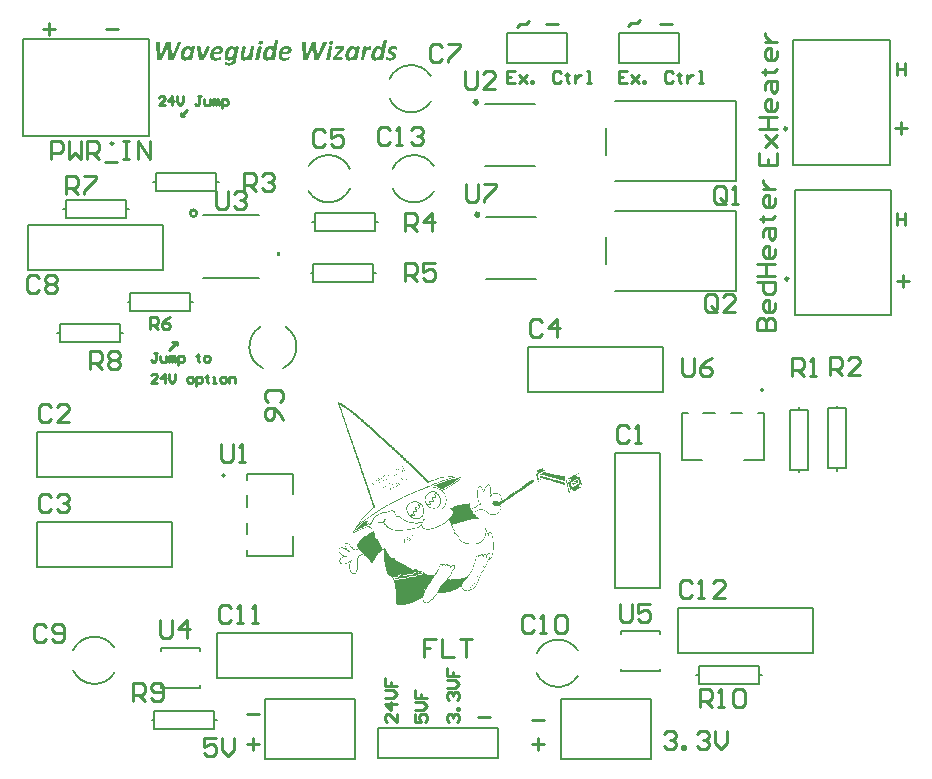
<source format=gto>
G04*
G04 #@! TF.GenerationSoftware,Altium Limited,Altium Designer,19.1.8 (144)*
G04*
G04 Layer_Color=65535*
%FSLAX25Y25*%
%MOIN*%
G70*
G01*
G75*
%ADD10C,0.00984*%
%ADD11C,0.00600*%
%ADD12C,0.01000*%
%ADD13C,0.00787*%
G36*
X117900Y173191D02*
X116900D01*
Y174691D01*
X117900D01*
Y173191D01*
D02*
G37*
G36*
X205924Y106206D02*
Y106065D01*
X205783D01*
Y106206D01*
Y106347D01*
X205924D01*
Y106206D01*
D02*
G37*
G36*
X208327Y105075D02*
Y104934D01*
X208185D01*
Y105075D01*
Y105217D01*
X208327D01*
Y105075D01*
D02*
G37*
G36*
X205641Y102531D02*
X205500D01*
Y102390D01*
X205359D01*
Y102249D01*
Y102107D01*
X205500D01*
Y101966D01*
X205641D01*
Y101824D01*
X206065D01*
Y101966D01*
X206348D01*
Y101824D01*
Y101683D01*
X206489D01*
Y101542D01*
X206207D01*
Y101683D01*
X205783D01*
Y101542D01*
X205500D01*
Y101400D01*
X205217D01*
Y101259D01*
X205076D01*
Y101118D01*
X204793D01*
Y100976D01*
X204511D01*
Y100835D01*
X204228D01*
Y100694D01*
X204087D01*
Y100552D01*
X203804D01*
Y100411D01*
Y100270D01*
Y100128D01*
Y99987D01*
Y99846D01*
Y99704D01*
Y99563D01*
X203945D01*
Y99422D01*
Y99280D01*
Y99139D01*
X204087D01*
Y98998D01*
X204369D01*
Y98856D01*
X204935D01*
Y98715D01*
X205359D01*
Y98574D01*
Y98432D01*
X204935D01*
Y98291D01*
X204793D01*
Y98432D01*
Y98574D01*
X204511D01*
Y98715D01*
X204369D01*
Y98856D01*
X204087D01*
Y98715D01*
X203945D01*
Y98574D01*
X203804D01*
Y98715D01*
X203663D01*
Y98856D01*
Y98998D01*
Y99139D01*
X203521D01*
Y99280D01*
Y99422D01*
Y99563D01*
X203380D01*
Y99704D01*
Y99846D01*
Y99987D01*
X203239D01*
Y100128D01*
Y100270D01*
Y100411D01*
X203097D01*
Y100552D01*
Y100694D01*
X203663D01*
Y100835D01*
X203804D01*
Y100976D01*
X203945D01*
Y101118D01*
Y101259D01*
X203804D01*
Y101400D01*
X203663D01*
Y101542D01*
X203239D01*
Y101683D01*
X203521D01*
Y101824D01*
X203804D01*
Y101966D01*
X204087D01*
Y102107D01*
X204511D01*
Y102249D01*
X204793D01*
Y102390D01*
X205076D01*
Y102531D01*
X205359D01*
Y102673D01*
X205641D01*
Y102531D01*
D02*
G37*
G36*
X217372Y100694D02*
X217514D01*
Y100552D01*
X217231D01*
Y100694D01*
X217090D01*
Y100835D01*
X217372D01*
Y100694D01*
D02*
G37*
G36*
X214404Y98574D02*
Y98432D01*
Y98291D01*
X214122D01*
Y98432D01*
X214263D01*
Y98574D01*
X214122D01*
Y98715D01*
X214404D01*
Y98574D01*
D02*
G37*
G36*
X206631Y100976D02*
X207337D01*
Y100835D01*
X207903D01*
Y100694D01*
X208609D01*
Y100552D01*
X209316D01*
Y100411D01*
X210023D01*
Y100270D01*
X210730D01*
Y100128D01*
X211295D01*
Y99987D01*
X212001D01*
Y99846D01*
X212708D01*
Y99704D01*
X213274D01*
Y99563D01*
X213132D01*
Y99422D01*
X212991D01*
Y99280D01*
X212849D01*
Y99139D01*
Y98998D01*
X212708D01*
Y98856D01*
Y98715D01*
Y98574D01*
Y98432D01*
Y98291D01*
X212284D01*
Y98432D01*
X211719D01*
Y98574D01*
X211295D01*
Y98715D01*
X210730D01*
Y98856D01*
X210164D01*
Y98998D01*
X209740D01*
Y99139D01*
X209175D01*
Y99280D01*
X208609D01*
Y99422D01*
X208185D01*
Y99563D01*
X207620D01*
Y99704D01*
X207055D01*
Y99846D01*
X206631D01*
Y99987D01*
X206065D01*
Y100128D01*
X205500D01*
Y100270D01*
X205076D01*
Y100411D01*
X204652D01*
Y100552D01*
X204935D01*
Y100694D01*
X205217D01*
Y100835D01*
X205500D01*
Y100976D01*
X205641D01*
Y101118D01*
X206631D01*
Y100976D01*
D02*
G37*
G36*
X202532Y98574D02*
Y98432D01*
X202673D01*
Y98291D01*
Y98150D01*
X202532D01*
Y98291D01*
Y98432D01*
X202391D01*
Y98291D01*
Y98150D01*
X202532D01*
Y98008D01*
X202391D01*
Y97867D01*
X202249D01*
Y97726D01*
X202108D01*
Y97584D01*
X201967D01*
Y97443D01*
X201684D01*
Y97302D01*
X201542D01*
Y97160D01*
X201260D01*
Y97019D01*
X201118D01*
Y96878D01*
X200836D01*
Y96736D01*
X200694D01*
Y96595D01*
X200412D01*
Y96454D01*
X200271D01*
Y96312D01*
X199988D01*
Y96171D01*
X199846D01*
Y96030D01*
X199705D01*
Y95888D01*
X199423D01*
Y95747D01*
X199281D01*
Y95606D01*
X198998D01*
Y95464D01*
X198716D01*
Y95323D01*
X198574D01*
Y95182D01*
X198433D01*
Y95040D01*
X198150D01*
Y94899D01*
X198009D01*
Y94758D01*
X197726D01*
Y94616D01*
X197444D01*
Y94475D01*
X197302D01*
Y94334D01*
X197161D01*
Y94192D01*
X196878D01*
Y94051D01*
X196737D01*
Y93910D01*
X196454D01*
Y93768D01*
X196313D01*
Y93627D01*
X196030D01*
Y93486D01*
X195889D01*
Y93344D01*
X195606D01*
Y93203D01*
X195465D01*
Y93062D01*
X195182D01*
Y92920D01*
X195041D01*
Y92779D01*
X194758D01*
Y92637D01*
X194617D01*
Y92496D01*
X194476D01*
Y92355D01*
X194193D01*
Y92213D01*
X193910D01*
Y92072D01*
X193769D01*
Y91931D01*
X193486D01*
Y91790D01*
X193345D01*
Y91648D01*
X193204D01*
Y91507D01*
X192921D01*
Y91365D01*
X192780D01*
Y91224D01*
X192497D01*
Y91083D01*
X192214D01*
Y90942D01*
X192073D01*
Y90800D01*
X191932D01*
Y90659D01*
X191649D01*
Y90517D01*
X191508D01*
Y90376D01*
X191225D01*
Y90235D01*
Y90093D01*
Y89952D01*
X191366D01*
Y89811D01*
X191508D01*
Y89669D01*
Y89528D01*
Y89387D01*
Y89245D01*
Y89104D01*
X191366D01*
Y89245D01*
Y89387D01*
Y89528D01*
Y89669D01*
X191225D01*
Y89811D01*
X191084D01*
Y89952D01*
X190094D01*
Y89811D01*
X189246D01*
Y89952D01*
X189105D01*
Y90093D01*
X188963D01*
Y90235D01*
X188822D01*
Y90376D01*
Y90517D01*
X188681D01*
Y90659D01*
Y90800D01*
Y90942D01*
X188822D01*
Y91083D01*
Y91224D01*
X188963D01*
Y91365D01*
Y91507D01*
X189246D01*
Y91648D01*
X189953D01*
Y91507D01*
X190518D01*
Y91365D01*
X191225D01*
Y91507D01*
X191508D01*
Y91648D01*
Y91790D01*
X191649D01*
Y91648D01*
X191790D01*
Y91507D01*
X191932D01*
Y91648D01*
Y91790D01*
X191649D01*
Y91931D01*
Y92072D01*
Y92213D01*
Y92355D01*
Y92496D01*
X191508D01*
Y92637D01*
Y92779D01*
Y92920D01*
X191366D01*
Y93062D01*
Y93203D01*
X191225D01*
Y93344D01*
X191084D01*
Y93486D01*
X190942D01*
Y93627D01*
X190801D01*
Y93768D01*
X190518D01*
Y93910D01*
X190236D01*
Y94051D01*
X189246D01*
Y93910D01*
X188963D01*
Y93768D01*
X188681D01*
Y93627D01*
X188540D01*
Y93486D01*
X188398D01*
Y93344D01*
X188257D01*
Y93203D01*
X188116D01*
Y93062D01*
Y92920D01*
X187974D01*
Y92779D01*
X187691D01*
Y92920D01*
Y93062D01*
X187833D01*
Y93203D01*
Y93344D01*
Y93486D01*
Y93627D01*
Y93768D01*
Y93910D01*
Y94051D01*
X187974D01*
Y93910D01*
Y93768D01*
Y93627D01*
X188257D01*
Y93768D01*
X188540D01*
Y93910D01*
X188681D01*
Y94051D01*
X188963D01*
Y94192D01*
X189529D01*
Y94334D01*
X189953D01*
Y94192D01*
X190518D01*
Y94051D01*
X190801D01*
Y93910D01*
X190942D01*
Y93768D01*
X191084D01*
Y93627D01*
X191225D01*
Y93486D01*
X191366D01*
Y93344D01*
Y93203D01*
X191508D01*
Y93062D01*
X191649D01*
Y92920D01*
Y92779D01*
Y92637D01*
X191790D01*
Y92496D01*
Y92355D01*
Y92213D01*
Y92072D01*
Y91931D01*
X192073D01*
Y92072D01*
X192356D01*
Y92213D01*
X192497D01*
Y92355D01*
X192638D01*
Y92213D01*
X193062D01*
Y92355D01*
Y92496D01*
X192921D01*
Y92637D01*
X193204D01*
Y92496D01*
X193345D01*
Y92637D01*
X193628D01*
Y92779D01*
X193769D01*
Y92920D01*
Y93062D01*
Y93203D01*
X194052D01*
Y93344D01*
X194193D01*
Y93486D01*
X194334D01*
Y93627D01*
X194617D01*
Y93768D01*
X194758D01*
Y93910D01*
X194900D01*
Y93768D01*
X195182D01*
Y93910D01*
X195465D01*
Y94051D01*
X195182D01*
Y94192D01*
X195465D01*
Y94334D01*
X195606D01*
Y94475D01*
X195748D01*
Y94334D01*
X196030D01*
Y94475D01*
X195889D01*
Y94616D01*
X196030D01*
Y94758D01*
X196313D01*
Y94899D01*
X196454D01*
Y94758D01*
X196737D01*
Y94899D01*
X196878D01*
Y95040D01*
Y95182D01*
Y95323D01*
X197161D01*
Y95464D01*
X197302D01*
Y95323D01*
X197444D01*
Y95464D01*
X197726D01*
Y95606D01*
Y95747D01*
Y95888D01*
X197868D01*
Y96030D01*
X198150D01*
Y95888D01*
X198433D01*
Y96030D01*
Y96171D01*
X198292D01*
Y96312D01*
X198574D01*
Y96454D01*
X198716D01*
Y96595D01*
X198857D01*
Y96454D01*
X199140D01*
Y96595D01*
X198998D01*
Y96736D01*
X199140D01*
Y96878D01*
X199423D01*
Y97019D01*
X199564D01*
Y97160D01*
X199705D01*
Y97019D01*
X199988D01*
Y97160D01*
Y97302D01*
Y97443D01*
X200129D01*
Y97584D01*
X200412D01*
Y97443D01*
X200694D01*
Y97584D01*
Y97726D01*
X200553D01*
Y97867D01*
X200836D01*
Y98008D01*
X200977D01*
Y98150D01*
X201260D01*
Y98291D01*
X201401D01*
Y98432D01*
X201684D01*
Y98291D01*
X201967D01*
Y98432D01*
X202249D01*
Y98574D01*
X202108D01*
Y98715D01*
X202532D01*
Y98574D01*
D02*
G37*
G36*
X216807Y100411D02*
Y100270D01*
X216666D01*
Y100128D01*
Y99987D01*
X216807D01*
Y99846D01*
X216948D01*
Y99704D01*
X217372D01*
Y99846D01*
X217655D01*
Y99704D01*
X217796D01*
Y99563D01*
Y99422D01*
Y99280D01*
X217938D01*
Y99139D01*
Y98998D01*
Y98856D01*
Y98715D01*
X218079D01*
Y98574D01*
Y98432D01*
Y98291D01*
Y98150D01*
X218220D01*
Y98008D01*
Y97867D01*
Y97726D01*
Y97584D01*
X218362D01*
Y97443D01*
Y97302D01*
Y97160D01*
Y97019D01*
X218503D01*
Y96878D01*
X218362D01*
Y97019D01*
X218220D01*
Y97160D01*
X217796D01*
Y97019D01*
X217655D01*
Y96878D01*
X217514D01*
Y96736D01*
Y96595D01*
Y96454D01*
X217655D01*
Y96312D01*
X217796D01*
Y96171D01*
X218079D01*
Y96312D01*
X218362D01*
Y96171D01*
X218220D01*
Y96030D01*
X217938D01*
Y95888D01*
X217655D01*
Y95747D01*
X217514D01*
Y95606D01*
X217231D01*
Y95464D01*
X216948D01*
Y95323D01*
X216666D01*
Y95182D01*
X216383D01*
Y95040D01*
X216100D01*
Y94899D01*
X215818D01*
Y94758D01*
X215676D01*
Y94899D01*
Y95040D01*
Y95182D01*
X215535D01*
Y95323D01*
X215252D01*
Y95464D01*
X214970D01*
Y95323D01*
X214546D01*
Y95464D01*
Y95606D01*
Y95747D01*
X214404D01*
Y95888D01*
Y96030D01*
Y96171D01*
Y96312D01*
X214263D01*
Y96454D01*
Y96595D01*
Y96736D01*
X214122D01*
Y96878D01*
Y97019D01*
Y97160D01*
Y97302D01*
X213980D01*
Y97443D01*
Y97584D01*
Y97726D01*
X213839D01*
Y97867D01*
Y98008D01*
Y98150D01*
X213980D01*
Y98008D01*
X214546D01*
Y98150D01*
X214687D01*
Y98291D01*
X214828D01*
Y98432D01*
Y98574D01*
X214687D01*
Y98715D01*
Y98856D01*
X214546D01*
Y98998D01*
X213839D01*
Y99139D01*
X214122D01*
Y99280D01*
X214404D01*
Y99422D01*
X214546D01*
Y99563D01*
X214828D01*
Y99704D01*
X215111D01*
Y99846D01*
X215394D01*
Y99987D01*
X215676D01*
Y100128D01*
X215959D01*
Y100270D01*
X216242D01*
Y100411D01*
X216524D01*
Y100552D01*
X216807D01*
Y100411D01*
D02*
G37*
G36*
X204087Y98008D02*
X204228D01*
Y97867D01*
X204087D01*
Y98008D01*
X203945D01*
Y98150D01*
X204087D01*
Y98008D01*
D02*
G37*
G36*
X204793Y99846D02*
X205359D01*
Y99704D01*
X205783D01*
Y99563D01*
X206348D01*
Y99422D01*
X206772D01*
Y99280D01*
X207337D01*
Y99139D01*
X207903D01*
Y98998D01*
X208468D01*
Y98856D01*
X208892D01*
Y98715D01*
X209457D01*
Y98574D01*
X210023D01*
Y98432D01*
X210447D01*
Y98291D01*
X211012D01*
Y98150D01*
X211578D01*
Y98008D01*
X212001D01*
Y97867D01*
X212567D01*
Y97726D01*
X212991D01*
Y97584D01*
Y97443D01*
Y97302D01*
Y97160D01*
Y97019D01*
X213132D01*
Y96878D01*
X212708D01*
Y97019D01*
X212284D01*
Y97160D01*
X211860D01*
Y97302D01*
X211295D01*
Y97443D01*
X210871D01*
Y97584D01*
X210447D01*
Y97726D01*
X209881D01*
Y97867D01*
X209457D01*
Y98008D01*
X208892D01*
Y98150D01*
X208468D01*
Y98291D01*
X208044D01*
Y98432D01*
X207479D01*
Y98574D01*
X207055D01*
Y98715D01*
X206489D01*
Y98856D01*
X206065D01*
Y98998D01*
X205641D01*
Y99139D01*
X205076D01*
Y99280D01*
X204652D01*
Y99422D01*
X204369D01*
Y99563D01*
Y99704D01*
Y99846D01*
Y99987D01*
X204793D01*
Y99846D01*
D02*
G37*
G36*
X186419Y96030D02*
Y95888D01*
X186278D01*
Y96030D01*
Y96171D01*
X186419D01*
Y96030D01*
D02*
G37*
G36*
X215252Y95040D02*
X215394D01*
Y94899D01*
Y94758D01*
X215252D01*
Y94899D01*
Y95040D01*
X215111D01*
Y95182D01*
X215252D01*
Y95040D01*
D02*
G37*
G36*
X213274Y98432D02*
X213415D01*
Y98291D01*
Y98150D01*
Y98008D01*
Y97867D01*
X213556D01*
Y97726D01*
Y97584D01*
Y97443D01*
X213698D01*
Y97302D01*
Y97160D01*
Y97019D01*
Y96878D01*
X213839D01*
Y96736D01*
Y96595D01*
Y96454D01*
X213980D01*
Y96312D01*
Y96171D01*
Y96030D01*
Y95888D01*
X214122D01*
Y95747D01*
Y95606D01*
Y95464D01*
X214263D01*
Y95323D01*
Y95182D01*
Y95040D01*
Y94899D01*
X214404D01*
Y94758D01*
Y94616D01*
Y94475D01*
X214546D01*
Y94334D01*
X214122D01*
Y94475D01*
Y94616D01*
X213980D01*
Y94758D01*
Y94899D01*
Y95040D01*
Y95182D01*
X213839D01*
Y95323D01*
Y95464D01*
Y95606D01*
Y95747D01*
X213698D01*
Y95888D01*
Y96030D01*
Y96171D01*
Y96312D01*
X213556D01*
Y96454D01*
X213415D01*
Y96595D01*
X213556D01*
Y96736D01*
Y96878D01*
X213415D01*
Y97019D01*
Y97160D01*
Y97302D01*
Y97443D01*
X213274D01*
Y97584D01*
Y97726D01*
Y97867D01*
X213132D01*
Y98008D01*
Y98150D01*
Y98291D01*
Y98432D01*
Y98574D01*
X213274D01*
Y98432D01*
D02*
G37*
G36*
X187550Y97019D02*
X187691D01*
Y96878D01*
X187833D01*
Y96736D01*
X187974D01*
Y96595D01*
Y96454D01*
Y96312D01*
X188116D01*
Y96171D01*
Y96030D01*
Y95888D01*
Y95747D01*
Y95606D01*
Y95464D01*
Y95323D01*
Y95182D01*
Y95040D01*
Y94899D01*
Y94758D01*
Y94616D01*
Y94475D01*
Y94334D01*
Y94192D01*
Y94051D01*
X187974D01*
Y94192D01*
Y94334D01*
Y94475D01*
Y94616D01*
Y94758D01*
Y94899D01*
Y95040D01*
Y95182D01*
Y95323D01*
Y95464D01*
Y95606D01*
Y95747D01*
Y95888D01*
Y96030D01*
Y96171D01*
Y96312D01*
X187833D01*
Y96454D01*
Y96595D01*
X187691D01*
Y96736D01*
X187550D01*
Y96878D01*
X187126D01*
Y96736D01*
X186844D01*
Y96595D01*
X186702D01*
Y96454D01*
Y96312D01*
X186561D01*
Y96171D01*
X186419D01*
Y96312D01*
Y96454D01*
X186561D01*
Y96595D01*
Y96736D01*
X186702D01*
Y96878D01*
X186844D01*
Y97019D01*
X187126D01*
Y97160D01*
X187550D01*
Y97019D01*
D02*
G37*
G36*
X184723Y96312D02*
X185006D01*
Y96171D01*
X185147D01*
Y96030D01*
Y95888D01*
X185289D01*
Y95747D01*
X185430D01*
Y95606D01*
Y95464D01*
X185571D01*
Y95323D01*
Y95182D01*
Y95040D01*
X185854D01*
Y95182D01*
X185995D01*
Y95323D01*
Y95464D01*
Y95606D01*
X186137D01*
Y95747D01*
Y95888D01*
X186278D01*
Y95747D01*
Y95606D01*
Y95464D01*
X186137D01*
Y95323D01*
Y95182D01*
Y95040D01*
X185995D01*
Y94899D01*
Y94758D01*
Y94616D01*
Y94475D01*
Y94334D01*
Y94192D01*
X185854D01*
Y94051D01*
Y93910D01*
X185995D01*
Y93768D01*
Y93627D01*
Y93486D01*
Y93344D01*
Y93203D01*
X185854D01*
Y93344D01*
X185713D01*
Y93486D01*
Y93627D01*
Y93768D01*
Y93910D01*
Y94051D01*
Y94192D01*
Y94334D01*
Y94475D01*
X185571D01*
Y94616D01*
Y94758D01*
Y94899D01*
X185430D01*
Y95040D01*
Y95182D01*
Y95323D01*
X185289D01*
Y95464D01*
Y95606D01*
X185147D01*
Y95747D01*
Y95888D01*
X185006D01*
Y96030D01*
X184723D01*
Y96171D01*
X184299D01*
Y96030D01*
X184158D01*
Y95888D01*
X184017D01*
Y96030D01*
Y96171D01*
X184158D01*
Y96312D01*
X184299D01*
Y96454D01*
X184723D01*
Y96312D01*
D02*
G37*
G36*
X201260Y90517D02*
Y90376D01*
X201118D01*
Y90517D01*
Y90659D01*
X201260D01*
Y90517D01*
D02*
G37*
G36*
X184017Y95747D02*
Y95606D01*
X183875D01*
Y95464D01*
Y95323D01*
Y95182D01*
Y95040D01*
X183734D01*
Y94899D01*
Y94758D01*
Y94616D01*
Y94475D01*
Y94334D01*
Y94192D01*
Y94051D01*
Y93910D01*
Y93768D01*
Y93627D01*
Y93486D01*
Y93344D01*
Y93203D01*
Y93062D01*
Y92920D01*
X183875D01*
Y92779D01*
Y92637D01*
Y92496D01*
Y92355D01*
Y92213D01*
X184017D01*
Y92072D01*
Y91931D01*
Y91790D01*
X184158D01*
Y91648D01*
Y91507D01*
Y91365D01*
X184299D01*
Y91224D01*
Y91083D01*
X184582D01*
Y90942D01*
X184723D01*
Y90800D01*
Y90659D01*
Y90517D01*
Y90376D01*
X184441D01*
Y90235D01*
X184299D01*
Y90093D01*
X184017D01*
Y89952D01*
X183875D01*
Y89811D01*
X183593D01*
Y89669D01*
X183310D01*
Y89528D01*
X183027D01*
Y89387D01*
X182745D01*
Y89245D01*
X182321D01*
Y89104D01*
X182038D01*
Y88963D01*
X181755D01*
Y89104D01*
X181897D01*
Y89245D01*
X182038D01*
Y89387D01*
X182462D01*
Y89528D01*
X182745D01*
Y89669D01*
X183027D01*
Y89811D01*
X183310D01*
Y89952D01*
X183593D01*
Y90093D01*
X183875D01*
Y90235D01*
X184158D01*
Y90376D01*
X184299D01*
Y90517D01*
X184441D01*
Y90659D01*
X184582D01*
Y90800D01*
X184299D01*
Y90942D01*
Y91083D01*
X184158D01*
Y91224D01*
Y91365D01*
X184017D01*
Y91507D01*
Y91648D01*
X183875D01*
Y91790D01*
Y91931D01*
Y92072D01*
X183734D01*
Y92213D01*
Y92355D01*
Y92496D01*
Y92637D01*
X183593D01*
Y92779D01*
Y92920D01*
Y93062D01*
Y93203D01*
Y93344D01*
Y93486D01*
Y93627D01*
Y93768D01*
Y93910D01*
Y94051D01*
Y94192D01*
Y94334D01*
Y94475D01*
Y94616D01*
Y94758D01*
Y94899D01*
Y95040D01*
Y95182D01*
X183734D01*
Y95323D01*
Y95464D01*
Y95606D01*
Y95747D01*
X183875D01*
Y95888D01*
X184017D01*
Y95747D01*
D02*
G37*
G36*
X191366Y88821D02*
Y88680D01*
Y88539D01*
X191225D01*
Y88397D01*
Y88256D01*
X191084D01*
Y88115D01*
X190942D01*
Y87973D01*
Y87832D01*
X190801D01*
Y87691D01*
X190660D01*
Y87549D01*
X190518D01*
Y87408D01*
X190236D01*
Y87267D01*
X190094D01*
Y87125D01*
X189812D01*
Y86984D01*
X189388D01*
Y86843D01*
X188257D01*
Y86984D01*
X187833D01*
Y87125D01*
X187550D01*
Y87267D01*
X187409D01*
Y87408D01*
X187126D01*
Y87549D01*
X186985D01*
Y87691D01*
X186844D01*
Y87832D01*
X186702D01*
Y87973D01*
X186419D01*
Y88115D01*
X186278D01*
Y88256D01*
X185995D01*
Y88397D01*
X185713D01*
Y88539D01*
X184017D01*
Y88397D01*
X183593D01*
Y88256D01*
X183310D01*
Y88115D01*
X183169D01*
Y87973D01*
X182886D01*
Y87832D01*
X182603D01*
Y87973D01*
X182745D01*
Y88115D01*
X182886D01*
Y88256D01*
X183169D01*
Y88397D01*
X183451D01*
Y88539D01*
X183734D01*
Y88680D01*
X184158D01*
Y88821D01*
X185571D01*
Y88680D01*
X185995D01*
Y88539D01*
X186278D01*
Y88397D01*
X186419D01*
Y88256D01*
X186561D01*
Y88115D01*
X186844D01*
Y87973D01*
X186985D01*
Y87832D01*
X187126D01*
Y87691D01*
X187409D01*
Y87549D01*
X187550D01*
Y87408D01*
X187833D01*
Y87267D01*
X188116D01*
Y87125D01*
X189529D01*
Y87267D01*
X189812D01*
Y87408D01*
X190094D01*
Y87549D01*
X190236D01*
Y87691D01*
X190518D01*
Y87832D01*
X190660D01*
Y87973D01*
X190801D01*
Y88115D01*
Y88256D01*
X190942D01*
Y88397D01*
X191084D01*
Y88539D01*
Y88680D01*
X191225D01*
Y88821D01*
Y88963D01*
X191366D01*
Y88821D01*
D02*
G37*
G36*
X146562Y84864D02*
X146704D01*
Y84723D01*
Y84581D01*
Y84440D01*
X146845D01*
Y84299D01*
Y84157D01*
X146986D01*
Y84016D01*
X147128D01*
Y83875D01*
Y83733D01*
X147269D01*
Y83592D01*
X146986D01*
Y83451D01*
X146704D01*
Y83309D01*
X146421D01*
Y83168D01*
X145997D01*
Y83027D01*
X145714D01*
Y82885D01*
X145432D01*
Y82744D01*
X145149D01*
Y82603D01*
X144725D01*
Y82461D01*
X144442D01*
Y82320D01*
X144160D01*
Y82179D01*
X143736D01*
Y82037D01*
X143453D01*
Y81896D01*
X143170D01*
Y82037D01*
X143312D01*
Y82179D01*
Y82320D01*
X143453D01*
Y82461D01*
X143594D01*
Y82603D01*
X143736D01*
Y82744D01*
Y82885D01*
X143877D01*
Y83027D01*
X144018D01*
Y83168D01*
X144301D01*
Y83309D01*
X144442D01*
Y83451D01*
X144584D01*
Y83592D01*
X144725D01*
Y83733D01*
X144866D01*
Y83875D01*
X145008D01*
Y84016D01*
X145290D01*
Y84157D01*
X145432D01*
Y84299D01*
X145573D01*
Y84440D01*
X145714D01*
Y84581D01*
X145997D01*
Y84723D01*
X146138D01*
Y84864D01*
X146280D01*
Y85005D01*
X146562D01*
Y84864D01*
D02*
G37*
G36*
X153205Y85571D02*
Y85429D01*
X153064D01*
Y85288D01*
Y85147D01*
X152922D01*
Y85005D01*
Y84864D01*
X152781D01*
Y84723D01*
X152640D01*
Y84581D01*
X152498D01*
Y84440D01*
Y84299D01*
X152640D01*
Y84157D01*
X152781D01*
Y84016D01*
X152922D01*
Y83875D01*
X153064D01*
Y83733D01*
X153205D01*
Y83592D01*
X153347D01*
Y83451D01*
X153488D01*
Y83309D01*
X153629D01*
Y83168D01*
X153770D01*
Y83027D01*
X153912D01*
Y82885D01*
X154053D01*
Y82744D01*
X154336D01*
Y82603D01*
X154477D01*
Y82461D01*
X154760D01*
Y82320D01*
X155043D01*
Y82179D01*
X155467D01*
Y82037D01*
X156032D01*
Y81896D01*
X159141D01*
Y82037D01*
X160131D01*
Y82179D01*
X160979D01*
Y82320D01*
X161685D01*
Y82461D01*
X162251D01*
Y82603D01*
X162816D01*
Y82744D01*
X163382D01*
Y82885D01*
X163805D01*
Y83027D01*
X164230D01*
Y83168D01*
X164371D01*
Y83309D01*
X164654D01*
Y83451D01*
X164795D01*
Y83309D01*
X164936D01*
Y83168D01*
X164654D01*
Y83027D01*
X164512D01*
Y82885D01*
X164088D01*
Y82744D01*
X163805D01*
Y82603D01*
X163382D01*
Y82461D01*
X162816D01*
Y82320D01*
X162251D01*
Y82179D01*
X161544D01*
Y82037D01*
X160837D01*
Y81896D01*
X159989D01*
Y81755D01*
X159000D01*
Y81613D01*
X156032D01*
Y81755D01*
X155467D01*
Y81896D01*
X155043D01*
Y82037D01*
X154760D01*
Y82179D01*
X154477D01*
Y82320D01*
X154194D01*
Y82461D01*
X154053D01*
Y82603D01*
X153912D01*
Y82744D01*
X153629D01*
Y82885D01*
X153488D01*
Y83027D01*
X153347D01*
Y83168D01*
X153205D01*
Y83309D01*
X153064D01*
Y83451D01*
X152922D01*
Y83592D01*
X152781D01*
Y83733D01*
X152640D01*
Y83875D01*
Y84016D01*
X152498D01*
Y84157D01*
X152357D01*
Y84299D01*
X151792D01*
Y84157D01*
X150802D01*
Y84299D01*
X150520D01*
Y84440D01*
X150378D01*
Y84581D01*
X151651D01*
Y84723D01*
X152075D01*
Y84864D01*
X152357D01*
Y85005D01*
X152640D01*
Y85147D01*
Y85288D01*
Y85429D01*
Y85571D01*
X152781D01*
Y85712D01*
X153205D01*
Y85571D01*
D02*
G37*
G36*
X186419Y82461D02*
Y82320D01*
X186561D01*
Y82179D01*
Y82037D01*
Y81896D01*
X186702D01*
Y81755D01*
Y81613D01*
X186844D01*
Y81472D01*
Y81331D01*
X186985D01*
Y81189D01*
Y81048D01*
X187126D01*
Y80906D01*
Y80765D01*
X187409D01*
Y80906D01*
X187550D01*
Y80765D01*
Y80624D01*
Y80483D01*
Y80341D01*
X187409D01*
Y80200D01*
Y80058D01*
X187267D01*
Y80200D01*
Y80341D01*
X187126D01*
Y80483D01*
Y80624D01*
X186985D01*
Y80765D01*
Y80906D01*
X186844D01*
Y81048D01*
Y81189D01*
X186702D01*
Y81331D01*
X186419D01*
Y81472D01*
Y81613D01*
Y81755D01*
Y81896D01*
Y82037D01*
X186278D01*
Y82179D01*
Y82320D01*
Y82461D01*
Y82603D01*
X186419D01*
Y82461D01*
D02*
G37*
G36*
Y80765D02*
Y80624D01*
Y80483D01*
Y80341D01*
Y80200D01*
Y80058D01*
X186278D01*
Y80200D01*
Y80341D01*
Y80483D01*
Y80624D01*
Y80765D01*
Y80906D01*
X186419D01*
Y80765D01*
D02*
G37*
G36*
X186278Y79917D02*
Y79776D01*
Y79634D01*
X186137D01*
Y79776D01*
Y79917D01*
Y80058D01*
X186278D01*
Y79917D01*
D02*
G37*
G36*
X162109Y80058D02*
X161968D01*
Y79917D01*
Y79776D01*
Y79634D01*
Y79493D01*
X161827D01*
Y79634D01*
Y79776D01*
Y79917D01*
Y80058D01*
Y80200D01*
X162109D01*
Y80058D01*
D02*
G37*
G36*
X160272Y79634D02*
X160413D01*
Y79493D01*
Y79352D01*
X160272D01*
Y79211D01*
Y79069D01*
X160413D01*
Y78928D01*
Y78786D01*
Y78645D01*
X160131D01*
Y78786D01*
Y78928D01*
Y79069D01*
Y79211D01*
Y79352D01*
Y79493D01*
Y79634D01*
Y79776D01*
X160272D01*
Y79634D01*
D02*
G37*
G36*
X161261Y79211D02*
Y79069D01*
Y78928D01*
Y78786D01*
X161403D01*
Y78645D01*
X161261D01*
Y78504D01*
Y78363D01*
X160979D01*
Y78504D01*
Y78645D01*
X161120D01*
Y78786D01*
Y78928D01*
Y79069D01*
X160979D01*
Y79211D01*
Y79352D01*
X161261D01*
Y79211D01*
D02*
G37*
G36*
X159565Y79069D02*
Y78928D01*
Y78786D01*
X159424D01*
Y78645D01*
Y78504D01*
Y78363D01*
Y78221D01*
Y78080D01*
Y77938D01*
X159565D01*
Y77797D01*
X159424D01*
Y77656D01*
X159283D01*
Y77797D01*
Y77938D01*
Y78080D01*
X159141D01*
Y78221D01*
X159283D01*
Y78363D01*
Y78504D01*
X159141D01*
Y78645D01*
X159283D01*
Y78786D01*
Y78928D01*
Y79069D01*
X159424D01*
Y79211D01*
X159565D01*
Y79069D01*
D02*
G37*
G36*
X137658Y124297D02*
X138082D01*
Y124156D01*
X138365D01*
Y124014D01*
X138647D01*
Y123873D01*
X138789D01*
Y123732D01*
X139071D01*
Y123590D01*
X139354D01*
Y123449D01*
X139496D01*
Y123308D01*
X139778D01*
Y123166D01*
X139919D01*
Y123025D01*
X140202D01*
Y122884D01*
X140343D01*
Y122742D01*
X140626D01*
Y122601D01*
X140768D01*
Y122460D01*
X140909D01*
Y122318D01*
X141191D01*
Y122177D01*
X141333D01*
Y122036D01*
X141474D01*
Y121894D01*
X141757D01*
Y121753D01*
X141898D01*
Y121612D01*
X142040D01*
Y121470D01*
X142181D01*
Y121329D01*
X142464D01*
Y121188D01*
X142605D01*
Y121046D01*
X142746D01*
Y120905D01*
X143029D01*
Y120764D01*
X143170D01*
Y120622D01*
X143312D01*
Y120481D01*
X143453D01*
Y120340D01*
X143594D01*
Y120198D01*
X143877D01*
Y120057D01*
X144018D01*
Y119916D01*
X144160D01*
Y119774D01*
X144301D01*
Y119633D01*
X144442D01*
Y119492D01*
X144584D01*
Y119350D01*
X144725D01*
Y119209D01*
X145008D01*
Y119068D01*
X145149D01*
Y118926D01*
X145290D01*
Y118785D01*
X145432D01*
Y118644D01*
X145573D01*
Y118502D01*
X145714D01*
Y118361D01*
X145856D01*
Y118220D01*
X145997D01*
Y118078D01*
X146138D01*
Y117937D01*
X146421D01*
Y117796D01*
X146562D01*
Y117654D01*
X146704D01*
Y117513D01*
X146845D01*
Y117372D01*
X146986D01*
Y117230D01*
X147128D01*
Y117089D01*
X147269D01*
Y116948D01*
X147552D01*
Y116806D01*
X147693D01*
Y116665D01*
X147834D01*
Y116524D01*
X147976D01*
Y116382D01*
X148117D01*
Y116241D01*
X148258D01*
Y116100D01*
X148541D01*
Y115958D01*
X148682D01*
Y115817D01*
X148824D01*
Y115675D01*
X148965D01*
Y115534D01*
X149106D01*
Y115393D01*
X149248D01*
Y115252D01*
X149389D01*
Y115110D01*
X149530D01*
Y114969D01*
X149672D01*
Y114828D01*
X149813D01*
Y114686D01*
X149954D01*
Y114545D01*
X150096D01*
Y114403D01*
X150237D01*
Y114262D01*
X150520D01*
Y114121D01*
X150661D01*
Y113979D01*
X150802D01*
Y113838D01*
X150944D01*
Y113697D01*
X151085D01*
Y113556D01*
X151226D01*
Y113414D01*
X151368D01*
Y113273D01*
X151509D01*
Y113131D01*
X151651D01*
Y112990D01*
X151792D01*
Y112849D01*
X151933D01*
Y112707D01*
X152216D01*
Y112566D01*
X152357D01*
Y112425D01*
X152498D01*
Y112283D01*
X152640D01*
Y112142D01*
X152781D01*
Y112001D01*
X152922D01*
Y111859D01*
X153064D01*
Y111718D01*
X153205D01*
Y111577D01*
X153488D01*
Y111435D01*
X153629D01*
Y111294D01*
X153770D01*
Y111153D01*
X153912D01*
Y111011D01*
X154053D01*
Y110870D01*
X154194D01*
Y110729D01*
X154336D01*
Y110587D01*
X154477D01*
Y110446D01*
X154619D01*
Y110305D01*
X154760D01*
Y110163D01*
X155043D01*
Y110022D01*
X155184D01*
Y109881D01*
X155325D01*
Y109739D01*
X155467D01*
Y109598D01*
X155608D01*
Y109457D01*
X155749D01*
Y109315D01*
X155891D01*
Y109174D01*
X156032D01*
Y109033D01*
X156173D01*
Y108891D01*
X156315D01*
Y108750D01*
X156456D01*
Y108609D01*
X156739D01*
Y108467D01*
X156880D01*
Y108326D01*
X157021D01*
Y108185D01*
X157163D01*
Y108043D01*
X157304D01*
Y107902D01*
X157445D01*
Y107761D01*
X157587D01*
Y107619D01*
X157728D01*
Y107478D01*
X157869D01*
Y107337D01*
X158011D01*
Y107195D01*
X158152D01*
Y107054D01*
X158293D01*
Y106913D01*
X158435D01*
Y106771D01*
X158717D01*
Y106630D01*
X158859D01*
Y106489D01*
X159000D01*
Y106347D01*
X159141D01*
Y106206D01*
X159283D01*
Y106065D01*
X159424D01*
Y105923D01*
X159565D01*
Y105782D01*
X159707D01*
Y105641D01*
X159848D01*
Y105499D01*
X159989D01*
Y105358D01*
X160131D01*
Y105217D01*
X160272D01*
Y105075D01*
X160413D01*
Y104934D01*
X160555D01*
Y104793D01*
X160696D01*
Y104651D01*
X160837D01*
Y104510D01*
X160979D01*
Y104368D01*
X161120D01*
Y104227D01*
X161261D01*
Y104086D01*
X161403D01*
Y103945D01*
X161544D01*
Y103803D01*
X161685D01*
Y103662D01*
X161968D01*
Y103521D01*
X162109D01*
Y103379D01*
X162251D01*
Y103238D01*
X162392D01*
Y103096D01*
X162533D01*
Y102955D01*
X162675D01*
Y102814D01*
X162957D01*
Y102673D01*
X163099D01*
Y102531D01*
X163240D01*
Y102390D01*
X163382D01*
Y102249D01*
X163523D01*
Y102107D01*
X163664D01*
Y101966D01*
X163805D01*
Y101824D01*
Y101683D01*
X164088D01*
Y101542D01*
X164230D01*
Y101400D01*
X164371D01*
Y101259D01*
X164512D01*
Y101118D01*
X164654D01*
Y100976D01*
X164795D01*
Y100835D01*
X164936D01*
Y100694D01*
X165077D01*
Y100552D01*
X165219D01*
Y100411D01*
X165360D01*
Y100270D01*
X165501D01*
Y100128D01*
X165643D01*
Y99987D01*
X165784D01*
Y99846D01*
X165926D01*
Y99704D01*
X166067D01*
Y99563D01*
X166208D01*
Y99422D01*
X166349D01*
Y99280D01*
X166491D01*
Y99139D01*
X166632D01*
Y98998D01*
X166774D01*
Y98856D01*
X166915D01*
Y98715D01*
X167056D01*
Y98574D01*
X167198D01*
Y98432D01*
X167339D01*
Y98291D01*
Y98150D01*
X167480D01*
Y98008D01*
X167622D01*
Y98150D01*
X167904D01*
Y98291D01*
X168328D01*
Y98432D01*
X168752D01*
Y98574D01*
X169176D01*
Y98715D01*
X169459D01*
Y98856D01*
X169883D01*
Y98998D01*
X170307D01*
Y99139D01*
X170731D01*
Y99280D01*
X171155D01*
Y99422D01*
X171862D01*
Y99563D01*
X172568D01*
Y99704D01*
X173699D01*
Y99846D01*
X175537D01*
Y99704D01*
X176526D01*
Y99563D01*
X177939D01*
Y99422D01*
X178222D01*
Y99280D01*
X178080D01*
Y99139D01*
X177939D01*
Y98998D01*
Y98856D01*
X177798D01*
Y98715D01*
X177656D01*
Y98574D01*
X177515D01*
Y98432D01*
X177374D01*
Y98291D01*
X177233D01*
Y98150D01*
X177091D01*
Y98008D01*
X176809D01*
Y97867D01*
X176667D01*
Y97726D01*
X176384D01*
Y97584D01*
X176243D01*
Y97443D01*
X176102D01*
Y97302D01*
X175819D01*
Y97160D01*
X175678D01*
Y97019D01*
X175395D01*
Y96878D01*
X175254D01*
Y96736D01*
X174971D01*
Y96595D01*
X174688D01*
Y96454D01*
X174547D01*
Y96312D01*
X174264D01*
Y96171D01*
X173982D01*
Y96030D01*
X173699D01*
Y95888D01*
X173558D01*
Y95747D01*
X173275D01*
Y95606D01*
X172992D01*
Y95464D01*
X172710D01*
Y95323D01*
X172427D01*
Y95182D01*
X172144D01*
Y95040D01*
X172003D01*
Y94899D01*
X172144D01*
Y94758D01*
X172286D01*
Y94616D01*
X172427D01*
Y94475D01*
X172568D01*
Y94334D01*
Y94192D01*
X172710D01*
Y94051D01*
X172851D01*
Y93910D01*
Y93768D01*
Y93627D01*
X172992D01*
Y93486D01*
Y93344D01*
X173134D01*
Y93203D01*
Y93062D01*
Y92920D01*
X173275D01*
Y92779D01*
Y92637D01*
Y92496D01*
Y92355D01*
Y92213D01*
X173416D01*
Y92072D01*
Y91931D01*
Y91790D01*
Y91648D01*
Y91507D01*
X173275D01*
Y91365D01*
Y91224D01*
Y91083D01*
Y90942D01*
Y90800D01*
Y90659D01*
X173134D01*
Y90517D01*
Y90376D01*
Y90235D01*
X172992D01*
Y90093D01*
Y89952D01*
X172851D01*
Y89811D01*
X172710D01*
Y89669D01*
X172568D01*
Y89528D01*
Y89387D01*
X174264D01*
Y89245D01*
X174688D01*
Y89104D01*
X174971D01*
Y89245D01*
X175112D01*
Y89387D01*
X175395D01*
Y89528D01*
X175678D01*
Y89669D01*
X175961D01*
Y89811D01*
X176384D01*
Y89952D01*
X176809D01*
Y90093D01*
X177233D01*
Y90235D01*
X177798D01*
Y90376D01*
X178646D01*
Y90517D01*
X179494D01*
Y90659D01*
X180766D01*
Y90800D01*
X181331D01*
Y90659D01*
Y90517D01*
X181190D01*
Y90376D01*
Y90235D01*
Y90093D01*
Y89952D01*
Y89811D01*
Y89669D01*
X181331D01*
Y89528D01*
Y89387D01*
Y89245D01*
X181473D01*
Y89104D01*
Y88963D01*
Y88821D01*
X181614D01*
Y88680D01*
X181755D01*
Y88539D01*
Y88397D01*
X181897D01*
Y88256D01*
Y88115D01*
X182038D01*
Y87973D01*
X182179D01*
Y87832D01*
Y87691D01*
X182321D01*
Y87549D01*
Y87408D01*
X182462D01*
Y87267D01*
X182603D01*
Y87125D01*
X182745D01*
Y86984D01*
X182886D01*
Y86843D01*
X183027D01*
Y86701D01*
X183169D01*
Y86560D01*
X183310D01*
Y86419D01*
X183451D01*
Y86277D01*
X183593D01*
Y86136D01*
X183875D01*
Y85995D01*
X184158D01*
Y85853D01*
X184299D01*
Y85712D01*
Y85571D01*
X182745D01*
Y85429D01*
X181614D01*
Y85288D01*
X180625D01*
Y85147D01*
X180059D01*
Y85005D01*
X179494D01*
Y84864D01*
X179070D01*
Y84723D01*
X178787D01*
Y84581D01*
X178363D01*
Y84440D01*
X177939D01*
Y84299D01*
X177374D01*
Y84157D01*
X176809D01*
Y84016D01*
X176102D01*
Y83875D01*
X175537D01*
Y83733D01*
X175112D01*
Y83592D01*
Y83451D01*
X175254D01*
Y83309D01*
Y83168D01*
X175395D01*
Y83027D01*
Y82885D01*
X175537D01*
Y82744D01*
Y82603D01*
X175678D01*
Y82461D01*
Y82320D01*
X175819D01*
Y82179D01*
X175961D01*
Y82037D01*
Y81896D01*
X176102D01*
Y81755D01*
Y81613D01*
X176243D01*
Y81472D01*
Y81331D01*
Y81189D01*
Y81048D01*
Y80906D01*
Y80765D01*
X176384D01*
Y80624D01*
X176526D01*
Y80483D01*
X176809D01*
Y80341D01*
X176950D01*
Y80200D01*
X177233D01*
Y80058D01*
X177374D01*
Y79917D01*
Y79776D01*
X177515D01*
Y79634D01*
Y79493D01*
Y79352D01*
Y79211D01*
X177656D01*
Y79069D01*
Y78928D01*
X177798D01*
Y78786D01*
X177939D01*
Y78645D01*
X178080D01*
Y78504D01*
X178222D01*
Y78363D01*
X178363D01*
Y78221D01*
X178505D01*
Y78080D01*
X178787D01*
Y77938D01*
X179070D01*
Y77797D01*
X179494D01*
Y77656D01*
X179918D01*
Y77514D01*
X180907D01*
Y77373D01*
X183169D01*
Y77514D01*
X183875D01*
Y77656D01*
X184299D01*
Y77797D01*
X184582D01*
Y77938D01*
X184865D01*
Y78080D01*
X185006D01*
Y78221D01*
X185147D01*
Y78363D01*
X185289D01*
Y78504D01*
X185430D01*
Y78645D01*
X185571D01*
Y78786D01*
X185713D01*
Y78928D01*
Y79069D01*
X185854D01*
Y79211D01*
Y79352D01*
X185995D01*
Y79493D01*
Y79634D01*
X186137D01*
Y79493D01*
Y79352D01*
Y79211D01*
X185995D01*
Y79069D01*
Y78928D01*
X185854D01*
Y78786D01*
Y78645D01*
X185713D01*
Y78504D01*
X185571D01*
Y78363D01*
X185430D01*
Y78221D01*
X185289D01*
Y78080D01*
X185147D01*
Y77938D01*
X185006D01*
Y77797D01*
X184723D01*
Y77656D01*
X184441D01*
Y77514D01*
X184158D01*
Y77373D01*
X183734D01*
Y77232D01*
X182745D01*
Y77090D01*
X181473D01*
Y77232D01*
X180201D01*
Y77373D01*
X179635D01*
Y77514D01*
X179211D01*
Y77656D01*
X178787D01*
Y77797D01*
X178646D01*
Y77938D01*
X178363D01*
Y78080D01*
X178222D01*
Y78221D01*
X178080D01*
Y78363D01*
X177939D01*
Y78504D01*
X177798D01*
Y78645D01*
X177656D01*
Y78786D01*
Y78928D01*
X177515D01*
Y79069D01*
Y79211D01*
X177374D01*
Y79352D01*
Y79493D01*
Y79634D01*
X177233D01*
Y79776D01*
X177091D01*
Y79917D01*
X176950D01*
Y80058D01*
X176809D01*
Y80200D01*
X176667D01*
Y80341D01*
X176384D01*
Y80483D01*
X176243D01*
Y80624D01*
X175961D01*
Y80765D01*
Y80906D01*
X175819D01*
Y81048D01*
Y81189D01*
X176102D01*
Y81331D01*
Y81472D01*
X175961D01*
Y81613D01*
Y81755D01*
X175819D01*
Y81896D01*
Y82037D01*
X175678D01*
Y82179D01*
Y82320D01*
X175537D01*
Y82461D01*
X175395D01*
Y82603D01*
Y82744D01*
X175254D01*
Y82885D01*
Y83027D01*
X175112D01*
Y83168D01*
Y83309D01*
X174971D01*
Y83451D01*
Y83592D01*
X174830D01*
Y83733D01*
Y83875D01*
X174688D01*
Y84016D01*
Y84157D01*
Y84299D01*
X174547D01*
Y84440D01*
Y84581D01*
X174406D01*
Y84723D01*
Y84864D01*
Y85005D01*
X174264D01*
Y85147D01*
X173982D01*
Y85005D01*
X173840D01*
Y84864D01*
X173558D01*
Y84723D01*
X173416D01*
Y84581D01*
X173275D01*
Y84440D01*
X173134D01*
Y84299D01*
X172851D01*
Y84157D01*
X172710D01*
Y84016D01*
X172427D01*
Y83875D01*
X172286D01*
Y83733D01*
X172003D01*
Y83592D01*
X171862D01*
Y83451D01*
X171579D01*
Y83309D01*
X171296D01*
Y83168D01*
X171014D01*
Y83027D01*
X170731D01*
Y82885D01*
X170307D01*
Y82744D01*
X170024D01*
Y82603D01*
X169600D01*
Y82461D01*
X169176D01*
Y82320D01*
X168611D01*
Y82179D01*
X167763D01*
Y82037D01*
X166632D01*
Y82179D01*
X165926D01*
Y82320D01*
X165643D01*
Y82461D01*
X165501D01*
Y82603D01*
X165219D01*
Y82744D01*
Y82885D01*
X165077D01*
Y83027D01*
Y83168D01*
Y83309D01*
X164936D01*
Y83451D01*
Y83592D01*
Y83733D01*
Y83875D01*
X165077D01*
Y84016D01*
Y84157D01*
Y84299D01*
X164795D01*
Y84157D01*
X163805D01*
Y84016D01*
X162816D01*
Y84157D01*
X161544D01*
Y84299D01*
X160979D01*
Y84440D01*
X160413D01*
Y84581D01*
X160131D01*
Y84723D01*
X159848D01*
Y84864D01*
X159565D01*
Y85005D01*
X159283D01*
Y85147D01*
X159000D01*
Y85288D01*
X158859D01*
Y85429D01*
X158576D01*
Y85571D01*
X158435D01*
Y85712D01*
X158293D01*
Y85853D01*
X158011D01*
Y85995D01*
X157869D01*
Y86136D01*
X157728D01*
Y86277D01*
X157445D01*
Y86419D01*
X156739D01*
Y86277D01*
X156597D01*
Y86136D01*
X156456D01*
Y86277D01*
Y86419D01*
Y86560D01*
Y86701D01*
Y86843D01*
X156315D01*
Y86984D01*
Y87125D01*
X156173D01*
Y87267D01*
Y87408D01*
X156032D01*
Y87549D01*
Y87691D01*
X155891D01*
Y87832D01*
X155749D01*
Y87973D01*
X155608D01*
Y88115D01*
X155467D01*
Y88256D01*
X154901D01*
Y88115D01*
X154619D01*
Y87973D01*
X154336D01*
Y87832D01*
X153488D01*
Y87691D01*
X152498D01*
Y87549D01*
X151792D01*
Y87408D01*
X151509D01*
Y87267D01*
X151085D01*
Y87125D01*
X150802D01*
Y86984D01*
X150661D01*
Y86843D01*
X150378D01*
Y86701D01*
X150237D01*
Y86560D01*
X149954D01*
Y86419D01*
X149813D01*
Y86277D01*
X149672D01*
Y86136D01*
X149530D01*
Y85995D01*
X149389D01*
Y85853D01*
X149248D01*
Y85712D01*
Y85571D01*
X149106D01*
Y85429D01*
Y85288D01*
X148965D01*
Y85147D01*
Y85005D01*
Y84864D01*
X148824D01*
Y84723D01*
Y84581D01*
X148682D01*
Y84440D01*
X148541D01*
Y84299D01*
X148400D01*
Y84157D01*
Y84016D01*
X148258D01*
Y83875D01*
X148117D01*
Y83733D01*
Y83592D01*
X147976D01*
Y83451D01*
X147834D01*
Y83309D01*
X147693D01*
Y83451D01*
Y83592D01*
X147552D01*
Y83733D01*
X147410D01*
Y83875D01*
Y84016D01*
X147269D01*
Y84157D01*
Y84299D01*
X147128D01*
Y84440D01*
Y84581D01*
X146986D01*
Y84723D01*
Y84864D01*
X146845D01*
Y85005D01*
Y85147D01*
Y85288D01*
X146704D01*
Y85429D01*
X146562D01*
Y85288D01*
X146280D01*
Y85147D01*
X146138D01*
Y85005D01*
X145856D01*
Y84864D01*
X145714D01*
Y84723D01*
X145573D01*
Y84581D01*
X145290D01*
Y84440D01*
X145149D01*
Y84299D01*
X145008D01*
Y84157D01*
X144866D01*
Y84016D01*
X144725D01*
Y83875D01*
X144442D01*
Y83733D01*
X144301D01*
Y83592D01*
X144160D01*
Y83451D01*
X144018D01*
Y83309D01*
X143877D01*
Y83168D01*
X143736D01*
Y83027D01*
X143594D01*
Y82885D01*
X143453D01*
Y82744D01*
X143312D01*
Y82603D01*
Y82461D01*
X143170D01*
Y82320D01*
X143029D01*
Y82179D01*
Y82037D01*
X142888D01*
Y81896D01*
X142746D01*
Y81755D01*
Y81613D01*
X142605D01*
Y81472D01*
Y81331D01*
X142888D01*
Y81472D01*
X143170D01*
Y81613D01*
X143453D01*
Y81755D01*
X143877D01*
Y81896D01*
X144160D01*
Y82037D01*
X144442D01*
Y82179D01*
X144866D01*
Y82320D01*
X145149D01*
Y82461D01*
X145432D01*
Y82603D01*
X145714D01*
Y82744D01*
X146138D01*
Y82885D01*
X146421D01*
Y83027D01*
X146704D01*
Y83168D01*
X147128D01*
Y83309D01*
X147693D01*
Y83168D01*
Y83027D01*
X148117D01*
Y82885D01*
X148258D01*
Y82744D01*
X148400D01*
Y82603D01*
X148541D01*
Y82461D01*
Y82320D01*
Y82179D01*
Y82037D01*
Y81896D01*
Y81755D01*
Y81613D01*
Y81472D01*
Y81331D01*
Y81189D01*
X148824D01*
Y81331D01*
Y81472D01*
X148965D01*
Y81613D01*
X149248D01*
Y81472D01*
Y81331D01*
Y81189D01*
Y81048D01*
Y80906D01*
X149389D01*
Y80765D01*
Y80624D01*
Y80483D01*
Y80341D01*
Y80200D01*
Y80058D01*
X149530D01*
Y79917D01*
Y79776D01*
Y79634D01*
X149672D01*
Y79493D01*
Y79352D01*
Y79211D01*
X149813D01*
Y79069D01*
Y78928D01*
X149954D01*
Y78786D01*
X150378D01*
Y78645D01*
X150520D01*
Y78504D01*
Y78363D01*
X150661D01*
Y78221D01*
X150802D01*
Y78080D01*
Y77938D01*
X150944D01*
Y77797D01*
Y77656D01*
Y77514D01*
X151085D01*
Y77373D01*
Y77232D01*
X151226D01*
Y77090D01*
Y76949D01*
X151368D01*
Y76808D01*
Y76666D01*
X151509D01*
Y76525D01*
Y76384D01*
X151651D01*
Y76242D01*
Y76101D01*
X151792D01*
Y75960D01*
X151933D01*
Y75818D01*
Y75677D01*
X152075D01*
Y75536D01*
X152357D01*
Y75677D01*
X152498D01*
Y75818D01*
X152781D01*
Y75677D01*
X153064D01*
Y75536D01*
Y75394D01*
X153205D01*
Y75253D01*
Y75112D01*
X153347D01*
Y74970D01*
Y74829D01*
X153488D01*
Y74688D01*
Y74546D01*
X153629D01*
Y74405D01*
Y74264D01*
X153770D01*
Y74122D01*
X153912D01*
Y73981D01*
Y73840D01*
X154053D01*
Y73698D01*
X154194D01*
Y73557D01*
Y73416D01*
X154336D01*
Y73274D01*
X154477D01*
Y73133D01*
X154619D01*
Y72992D01*
X154760D01*
Y72850D01*
X154901D01*
Y72709D01*
X155184D01*
Y72568D01*
X155325D01*
Y72709D01*
X155749D01*
Y72568D01*
X155891D01*
Y72426D01*
X156032D01*
Y72285D01*
X156173D01*
Y72144D01*
X156315D01*
Y72002D01*
Y71861D01*
X156456D01*
Y71720D01*
X156597D01*
Y71578D01*
X156739D01*
Y71437D01*
X157021D01*
Y71296D01*
X157304D01*
Y71154D01*
X157869D01*
Y71013D01*
X158293D01*
Y70872D01*
X158435D01*
Y70730D01*
X158717D01*
Y70589D01*
X159000D01*
Y70448D01*
X159141D01*
Y70306D01*
X159424D01*
Y70165D01*
X159707D01*
Y70024D01*
X159848D01*
Y69882D01*
X160131D01*
Y69741D01*
X160413D01*
Y69600D01*
X160696D01*
Y69458D01*
X160979D01*
Y69317D01*
X161120D01*
Y69175D01*
X161403D01*
Y69034D01*
X161544D01*
Y68893D01*
X161685D01*
Y68752D01*
X161968D01*
Y68610D01*
X162392D01*
Y68752D01*
Y68893D01*
X162533D01*
Y69034D01*
X163099D01*
Y68893D01*
X163382D01*
Y68752D01*
X163523D01*
Y68610D01*
X163664D01*
Y68469D01*
X163805D01*
Y68327D01*
X163947D01*
Y68186D01*
X164512D01*
Y68327D01*
X164654D01*
Y68186D01*
X165077D01*
Y68045D01*
X165360D01*
Y67904D01*
X165643D01*
Y67762D01*
X165784D01*
Y67621D01*
X166067D01*
Y67479D01*
X166208D01*
Y67338D01*
X166491D01*
Y67197D01*
X166774D01*
Y67055D01*
X167056D01*
Y66914D01*
X167622D01*
Y66773D01*
X169176D01*
Y66914D01*
X169318D01*
Y67055D01*
X169459D01*
Y67197D01*
X169600D01*
Y67338D01*
Y67479D01*
X169742D01*
Y67621D01*
X169883D01*
Y67762D01*
X170024D01*
Y67904D01*
Y68045D01*
X170166D01*
Y68186D01*
X170307D01*
Y68327D01*
Y68469D01*
X170448D01*
Y68610D01*
Y68752D01*
X170590D01*
Y68893D01*
Y69034D01*
X170731D01*
Y69175D01*
Y69317D01*
X170872D01*
Y69458D01*
Y69600D01*
Y69741D01*
X171014D01*
Y69882D01*
Y70024D01*
X171155D01*
Y70165D01*
Y70306D01*
X171296D01*
Y70448D01*
X171438D01*
Y70589D01*
X171862D01*
Y70448D01*
X172144D01*
Y70589D01*
X172710D01*
Y70448D01*
X172851D01*
Y70306D01*
X173134D01*
Y70448D01*
X173699D01*
Y70306D01*
X173840D01*
Y70165D01*
X174547D01*
Y70024D01*
X174688D01*
Y69882D01*
X174971D01*
Y70024D01*
X175112D01*
Y70165D01*
X175395D01*
Y70306D01*
X175961D01*
Y70165D01*
X176102D01*
Y70024D01*
X176243D01*
Y69882D01*
Y69741D01*
Y69600D01*
Y69458D01*
Y69317D01*
X176102D01*
Y69175D01*
Y69034D01*
Y68893D01*
X175961D01*
Y68752D01*
X175819D01*
Y68610D01*
X175678D01*
Y68469D01*
X175537D01*
Y68327D01*
X175395D01*
Y68186D01*
X175254D01*
Y68327D01*
Y68469D01*
X175395D01*
Y68610D01*
X175537D01*
Y68752D01*
X175678D01*
Y68893D01*
X175819D01*
Y69034D01*
Y69175D01*
X175961D01*
Y69317D01*
Y69458D01*
Y69600D01*
X176102D01*
Y69741D01*
X175961D01*
Y69882D01*
X175819D01*
Y70024D01*
X175395D01*
Y69882D01*
X175254D01*
Y69741D01*
X175112D01*
Y69600D01*
X174971D01*
Y69458D01*
X174830D01*
Y69317D01*
X174688D01*
Y69175D01*
X174406D01*
Y69317D01*
X174547D01*
Y69458D01*
Y69600D01*
Y69741D01*
Y69882D01*
X173982D01*
Y69741D01*
X173840D01*
Y69600D01*
Y69458D01*
X173558D01*
Y69600D01*
Y69741D01*
X173699D01*
Y69882D01*
Y70024D01*
X173558D01*
Y70165D01*
X173134D01*
Y70024D01*
X172992D01*
Y69882D01*
Y69741D01*
X172710D01*
Y69882D01*
Y70024D01*
Y70165D01*
X172568D01*
Y70306D01*
X172144D01*
Y70165D01*
Y70024D01*
X172003D01*
Y69882D01*
X171862D01*
Y70024D01*
Y70165D01*
Y70306D01*
X171438D01*
Y70165D01*
X171296D01*
Y70024D01*
Y69882D01*
X171155D01*
Y69741D01*
Y69600D01*
Y69458D01*
X171014D01*
Y69317D01*
Y69175D01*
Y69034D01*
X170872D01*
Y68893D01*
Y68752D01*
X170731D01*
Y68610D01*
Y68469D01*
X170590D01*
Y68327D01*
Y68186D01*
X170448D01*
Y68045D01*
X170307D01*
Y67904D01*
Y67762D01*
X170166D01*
Y67621D01*
X170024D01*
Y67479D01*
Y67338D01*
X169883D01*
Y67197D01*
X169742D01*
Y67055D01*
X169600D01*
Y66914D01*
Y66773D01*
X169459D01*
Y66632D01*
X169318D01*
Y66490D01*
X169176D01*
Y66349D01*
Y66207D01*
X169035D01*
Y66066D01*
Y65925D01*
X168894D01*
Y65784D01*
X168752D01*
Y65642D01*
Y65501D01*
X168611D01*
Y65359D01*
X168470D01*
Y65218D01*
Y65077D01*
X168328D01*
Y64935D01*
Y64794D01*
X168187D01*
Y64653D01*
X168046D01*
Y64511D01*
Y64370D01*
X167904D01*
Y64229D01*
X167763D01*
Y64087D01*
Y63946D01*
X167622D01*
Y63805D01*
X167480D01*
Y63663D01*
Y63522D01*
X167339D01*
Y63381D01*
X167198D01*
Y63239D01*
Y63098D01*
X167056D01*
Y62957D01*
Y62815D01*
X166915D01*
Y62674D01*
Y62533D01*
X166774D01*
Y62391D01*
X166632D01*
Y62250D01*
Y62109D01*
X166491D01*
Y61967D01*
Y61826D01*
X166349D01*
Y61685D01*
Y61543D01*
X166208D01*
Y61402D01*
Y61261D01*
X166067D01*
Y61119D01*
Y60978D01*
Y60837D01*
X165926D01*
Y60695D01*
Y60554D01*
Y60413D01*
X165784D01*
Y60271D01*
Y60130D01*
Y59989D01*
Y59847D01*
X165643D01*
Y59706D01*
Y59565D01*
Y59423D01*
Y59282D01*
Y59141D01*
Y58999D01*
Y58858D01*
Y58717D01*
Y58575D01*
Y58434D01*
X165784D01*
Y58293D01*
Y58151D01*
X165926D01*
Y58010D01*
X166067D01*
Y57869D01*
X166491D01*
Y57727D01*
X166774D01*
Y57869D01*
X167198D01*
Y58010D01*
X167480D01*
Y58151D01*
X167763D01*
Y58293D01*
X167904D01*
Y58434D01*
X168046D01*
Y58575D01*
X168187D01*
Y58717D01*
X168328D01*
Y58858D01*
X168470D01*
Y58999D01*
X168752D01*
Y59141D01*
Y59282D01*
X168894D01*
Y59423D01*
X169035D01*
Y59565D01*
X169176D01*
Y59706D01*
X169318D01*
Y59847D01*
X169459D01*
Y59989D01*
Y60130D01*
X169600D01*
Y60271D01*
X169742D01*
Y60413D01*
X169883D01*
Y60554D01*
Y60695D01*
X170024D01*
Y60837D01*
X170166D01*
Y60978D01*
Y61119D01*
X170307D01*
Y61261D01*
X170448D01*
Y61402D01*
Y61543D01*
X170590D01*
Y61685D01*
Y61826D01*
X170731D01*
Y61967D01*
Y62109D01*
X170872D01*
Y62250D01*
Y62391D01*
X171014D01*
Y62533D01*
Y62674D01*
X171155D01*
Y62815D01*
Y62957D01*
X171296D01*
Y63098D01*
X171438D01*
Y63239D01*
Y63381D01*
X171579D01*
Y63522D01*
X171720D01*
Y63663D01*
X171862D01*
Y63805D01*
X172003D01*
Y63946D01*
X172144D01*
Y64087D01*
X172286D01*
Y64229D01*
X172427D01*
Y64370D01*
X172568D01*
Y64511D01*
Y64653D01*
X172710D01*
Y64794D01*
X172851D01*
Y64935D01*
X172992D01*
Y65077D01*
X173134D01*
Y65218D01*
X173275D01*
Y65359D01*
X173416D01*
Y65501D01*
Y65642D01*
X173558D01*
Y65784D01*
X173699D01*
Y65925D01*
X173840D01*
Y66066D01*
X173982D01*
Y66207D01*
X174123D01*
Y66349D01*
Y66490D01*
X174264D01*
Y66632D01*
X174406D01*
Y66773D01*
Y66914D01*
X174547D01*
Y67055D01*
X174688D01*
Y67197D01*
Y67338D01*
X174830D01*
Y67479D01*
Y67621D01*
X174971D01*
Y67762D01*
Y67904D01*
X175112D01*
Y68045D01*
Y68186D01*
X175254D01*
Y68045D01*
Y67904D01*
Y67762D01*
X175112D01*
Y67621D01*
Y67479D01*
Y67338D01*
X174971D01*
Y67197D01*
Y67055D01*
X174830D01*
Y66914D01*
X174688D01*
Y66773D01*
Y66632D01*
X174547D01*
Y66490D01*
X174406D01*
Y66349D01*
Y66207D01*
X174264D01*
Y66066D01*
X174123D01*
Y65925D01*
X173982D01*
Y65784D01*
X173840D01*
Y65642D01*
Y65501D01*
X174406D01*
Y65359D01*
X174830D01*
Y65501D01*
X176667D01*
Y65642D01*
X178080D01*
Y65784D01*
X178787D01*
Y65925D01*
X179211D01*
Y66066D01*
X179635D01*
Y66207D01*
X179918D01*
Y66349D01*
X180342D01*
Y66490D01*
X180483D01*
Y66632D01*
X180625D01*
Y66773D01*
X180766D01*
Y66914D01*
X180907D01*
Y67055D01*
Y67197D01*
X181049D01*
Y67338D01*
X181190D01*
Y67479D01*
Y67621D01*
X181331D01*
Y67762D01*
Y67904D01*
X181473D01*
Y68045D01*
X181614D01*
Y68186D01*
Y68327D01*
X181755D01*
Y68469D01*
Y68610D01*
X181897D01*
Y68752D01*
Y68893D01*
X182038D01*
Y69034D01*
Y69175D01*
Y69317D01*
X182179D01*
Y69458D01*
Y69600D01*
Y69741D01*
X182321D01*
Y69882D01*
Y70024D01*
Y70165D01*
X182462D01*
Y70306D01*
Y70448D01*
Y70589D01*
X182603D01*
Y70730D01*
Y70872D01*
Y71013D01*
X182745D01*
Y71154D01*
Y71296D01*
Y71437D01*
Y71578D01*
X182886D01*
Y71720D01*
Y71861D01*
Y72002D01*
Y72144D01*
X183027D01*
Y72285D01*
Y72426D01*
Y72568D01*
Y72709D01*
Y72850D01*
X183169D01*
Y72992D01*
Y73133D01*
X183310D01*
Y73274D01*
X183451D01*
Y73416D01*
X184017D01*
Y73557D01*
X184158D01*
Y73698D01*
X184582D01*
Y73557D01*
X184865D01*
Y73698D01*
X185006D01*
Y73840D01*
X185430D01*
Y73698D01*
X185571D01*
Y73557D01*
X185713D01*
Y73698D01*
X185854D01*
Y73840D01*
X186561D01*
Y73698D01*
Y73557D01*
X186844D01*
Y73698D01*
X186985D01*
Y73557D01*
Y73416D01*
X186844D01*
Y73274D01*
Y73133D01*
Y72992D01*
X186702D01*
Y72850D01*
Y72709D01*
Y72568D01*
X186419D01*
Y72709D01*
Y72850D01*
X186561D01*
Y72992D01*
Y73133D01*
Y73274D01*
Y73416D01*
X186419D01*
Y73557D01*
X186278D01*
Y73698D01*
X186137D01*
Y73557D01*
X185854D01*
Y73416D01*
X185713D01*
Y73274D01*
Y73133D01*
Y72992D01*
X185430D01*
Y73133D01*
Y73274D01*
Y73416D01*
X185289D01*
Y73557D01*
X185006D01*
Y73416D01*
Y73274D01*
X184865D01*
Y73133D01*
X184582D01*
Y73274D01*
Y73416D01*
X184158D01*
Y73274D01*
Y73133D01*
Y72992D01*
X183875D01*
Y73133D01*
X183451D01*
Y72992D01*
X183310D01*
Y72850D01*
Y72709D01*
X183169D01*
Y72568D01*
Y72426D01*
Y72285D01*
Y72144D01*
Y72002D01*
X183027D01*
Y71861D01*
Y71720D01*
Y71578D01*
Y71437D01*
X182886D01*
Y71296D01*
Y71154D01*
Y71013D01*
Y70872D01*
X182745D01*
Y70730D01*
Y70589D01*
Y70448D01*
X182603D01*
Y70306D01*
Y70165D01*
Y70024D01*
X182462D01*
Y69882D01*
Y69741D01*
Y69600D01*
X182321D01*
Y69458D01*
Y69317D01*
Y69175D01*
X182179D01*
Y69034D01*
Y68893D01*
Y68752D01*
X182038D01*
Y68610D01*
Y68469D01*
X181897D01*
Y68327D01*
Y68186D01*
X181755D01*
Y68045D01*
Y67904D01*
X181614D01*
Y67762D01*
Y67621D01*
X181473D01*
Y67479D01*
X181331D01*
Y67338D01*
Y67197D01*
X181190D01*
Y67055D01*
X181049D01*
Y66914D01*
Y66773D01*
X180907D01*
Y66632D01*
X180766D01*
Y66490D01*
X180625D01*
Y66349D01*
X180483D01*
Y66207D01*
Y66066D01*
X180342D01*
Y65925D01*
X180201D01*
Y65784D01*
X180059D01*
Y65642D01*
X179918D01*
Y65501D01*
X179777D01*
Y65359D01*
X179635D01*
Y65218D01*
X179494D01*
Y65077D01*
X179353D01*
Y64935D01*
Y64794D01*
X179211D01*
Y64653D01*
X179070D01*
Y64511D01*
X178929D01*
Y64370D01*
Y64229D01*
X178787D01*
Y64087D01*
Y63946D01*
X178646D01*
Y63805D01*
Y63663D01*
Y63522D01*
X178505D01*
Y63381D01*
Y63239D01*
Y63098D01*
Y62957D01*
Y62815D01*
X178646D01*
Y62674D01*
Y62533D01*
X178787D01*
Y62391D01*
X178929D01*
Y62250D01*
X179070D01*
Y62109D01*
X179211D01*
Y61967D01*
X179494D01*
Y61826D01*
X180201D01*
Y61685D01*
X180483D01*
Y61826D01*
X181049D01*
Y61967D01*
X181331D01*
Y62109D01*
X181614D01*
Y62250D01*
X181897D01*
Y62391D01*
X182179D01*
Y62533D01*
X182321D01*
Y62674D01*
X182462D01*
Y62815D01*
X182603D01*
Y62957D01*
X182745D01*
Y63098D01*
X182886D01*
Y63239D01*
Y63381D01*
X183027D01*
Y63522D01*
X183169D01*
Y63663D01*
X183310D01*
Y63522D01*
Y63381D01*
X183169D01*
Y63239D01*
X183027D01*
Y63098D01*
Y62957D01*
X182886D01*
Y62815D01*
X182745D01*
Y62674D01*
X182603D01*
Y62533D01*
X182462D01*
Y62391D01*
X182321D01*
Y62250D01*
X182179D01*
Y62109D01*
X181897D01*
Y61967D01*
X181614D01*
Y61826D01*
X181331D01*
Y61685D01*
X180907D01*
Y61543D01*
X179635D01*
Y61685D01*
X179211D01*
Y61826D01*
X179070D01*
Y61967D01*
X178929D01*
Y62109D01*
X178787D01*
Y62250D01*
X178646D01*
Y62391D01*
X178505D01*
Y62533D01*
Y62674D01*
X178363D01*
Y62815D01*
Y62957D01*
X177939D01*
Y62815D01*
X177656D01*
Y62674D01*
X177515D01*
Y62533D01*
X177233D01*
Y62391D01*
X176950D01*
Y62250D01*
X176667D01*
Y62109D01*
X176384D01*
Y61967D01*
X175961D01*
Y61826D01*
X175678D01*
Y61685D01*
X175254D01*
Y61543D01*
X174830D01*
Y61402D01*
X174406D01*
Y61261D01*
X173840D01*
Y61119D01*
X173134D01*
Y60978D01*
X171296D01*
Y60837D01*
X171155D01*
Y60978D01*
X170590D01*
Y60837D01*
X170307D01*
Y60695D01*
X170166D01*
Y60554D01*
X170024D01*
Y60413D01*
Y60271D01*
X169883D01*
Y60130D01*
X169742D01*
Y59989D01*
Y59847D01*
X169600D01*
Y59706D01*
X169459D01*
Y59565D01*
X169318D01*
Y59423D01*
Y59282D01*
X169176D01*
Y59141D01*
X169035D01*
Y58999D01*
X168894D01*
Y58858D01*
X168752D01*
Y58717D01*
X168611D01*
Y58575D01*
X168470D01*
Y58434D01*
X168187D01*
Y58293D01*
X168046D01*
Y58151D01*
X167904D01*
Y58010D01*
X167763D01*
Y57869D01*
X167480D01*
Y57727D01*
X167198D01*
Y57586D01*
X166208D01*
Y57727D01*
X165926D01*
Y57869D01*
X165784D01*
Y58010D01*
X165643D01*
Y58151D01*
Y58293D01*
X165501D01*
Y58434D01*
Y58575D01*
Y58717D01*
X165360D01*
Y58858D01*
Y58999D01*
Y59141D01*
Y59282D01*
X165077D01*
Y59141D01*
X164795D01*
Y58999D01*
X164512D01*
Y58858D01*
X164230D01*
Y58717D01*
X163947D01*
Y58575D01*
X163664D01*
Y58434D01*
X163382D01*
Y58293D01*
X163099D01*
Y58151D01*
X162816D01*
Y58010D01*
X162392D01*
Y57869D01*
X162109D01*
Y57727D01*
X161685D01*
Y57586D01*
X161403D01*
Y57445D01*
X161120D01*
Y57303D01*
X160696D01*
Y57162D01*
X159989D01*
Y57020D01*
X156739D01*
Y57162D01*
X156456D01*
Y57303D01*
Y57445D01*
Y57586D01*
X156597D01*
Y57727D01*
Y57869D01*
Y58010D01*
Y58151D01*
Y58293D01*
Y58434D01*
Y58575D01*
Y58717D01*
Y58858D01*
Y58999D01*
Y59141D01*
Y59282D01*
Y59423D01*
Y59565D01*
Y59706D01*
Y59847D01*
Y59989D01*
Y60130D01*
Y60271D01*
Y60413D01*
Y60554D01*
Y60695D01*
Y60837D01*
X156456D01*
Y60978D01*
Y61119D01*
Y61261D01*
Y61402D01*
Y61543D01*
Y61685D01*
Y61826D01*
Y61967D01*
Y62109D01*
X156315D01*
Y62250D01*
Y62391D01*
Y62533D01*
Y62674D01*
Y62815D01*
Y62957D01*
X156173D01*
Y63098D01*
Y63239D01*
Y63381D01*
Y63522D01*
Y63663D01*
X156032D01*
Y63805D01*
Y63946D01*
Y64087D01*
Y64229D01*
X155891D01*
Y64370D01*
Y64511D01*
Y64653D01*
Y64794D01*
X155749D01*
Y64935D01*
Y65077D01*
Y65218D01*
X155608D01*
Y65359D01*
Y65501D01*
Y65642D01*
X155467D01*
Y65784D01*
Y65925D01*
X155325D01*
Y66066D01*
Y66207D01*
X155184D01*
Y66349D01*
X154901D01*
Y66490D01*
X154477D01*
Y66632D01*
X154194D01*
Y66773D01*
X154053D01*
Y66914D01*
X153912D01*
Y67055D01*
Y67197D01*
X153770D01*
Y67338D01*
X153629D01*
Y67479D01*
Y67621D01*
Y67762D01*
X153488D01*
Y67904D01*
Y68045D01*
Y68186D01*
X153347D01*
Y68327D01*
Y68469D01*
Y68610D01*
X153205D01*
Y68752D01*
Y68893D01*
Y69034D01*
Y69175D01*
X153064D01*
Y69317D01*
Y69458D01*
Y69600D01*
Y69741D01*
X152922D01*
Y69882D01*
Y70024D01*
Y70165D01*
Y70306D01*
Y70448D01*
X152781D01*
Y70589D01*
Y70730D01*
Y70872D01*
Y71013D01*
Y71154D01*
X152640D01*
Y71296D01*
Y71437D01*
Y71578D01*
Y71720D01*
Y71861D01*
Y72002D01*
X152498D01*
Y72144D01*
Y72285D01*
Y72426D01*
Y72568D01*
Y72709D01*
Y72850D01*
Y72992D01*
Y73133D01*
Y73274D01*
Y73416D01*
Y73557D01*
Y73698D01*
Y73840D01*
Y73981D01*
Y74122D01*
Y74264D01*
Y74405D01*
Y74546D01*
Y74688D01*
Y74829D01*
Y74970D01*
Y75112D01*
X152640D01*
Y75253D01*
Y75394D01*
X152498D01*
Y75253D01*
X151933D01*
Y75112D01*
X151792D01*
Y74970D01*
X151509D01*
Y74829D01*
X151368D01*
Y74688D01*
X151226D01*
Y74546D01*
X151085D01*
Y74405D01*
X150944D01*
Y74264D01*
X150802D01*
Y74122D01*
X150661D01*
Y73981D01*
X150520D01*
Y73840D01*
X150378D01*
Y73698D01*
Y73557D01*
X150237D01*
Y73416D01*
X150096D01*
Y73274D01*
Y73133D01*
X149954D01*
Y72992D01*
X149813D01*
Y72850D01*
Y72709D01*
X149672D01*
Y72568D01*
Y72426D01*
X149530D01*
Y72285D01*
Y72144D01*
X149389D01*
Y72002D01*
X149248D01*
Y71861D01*
Y71720D01*
X149106D01*
Y71578D01*
Y71437D01*
X148965D01*
Y71296D01*
Y71154D01*
X148824D01*
Y71013D01*
Y70872D01*
X148682D01*
Y70730D01*
Y70589D01*
X148541D01*
Y70448D01*
X148400D01*
Y70589D01*
Y70730D01*
Y70872D01*
X148258D01*
Y71013D01*
Y71154D01*
X148117D01*
Y71296D01*
X147976D01*
Y71437D01*
Y71578D01*
X147834D01*
Y71720D01*
X147693D01*
Y71861D01*
Y72002D01*
X147552D01*
Y72144D01*
X147410D01*
Y72285D01*
X147269D01*
Y72426D01*
X147128D01*
Y72568D01*
X146986D01*
Y72709D01*
X146845D01*
Y72850D01*
X146704D01*
Y72992D01*
X146421D01*
Y73133D01*
X146280D01*
Y73274D01*
X146138D01*
Y73416D01*
X145997D01*
Y73557D01*
X145856D01*
Y73698D01*
X145714D01*
Y73840D01*
X145432D01*
Y73698D01*
X145008D01*
Y73557D01*
X144725D01*
Y73416D01*
X144584D01*
Y73274D01*
X144301D01*
Y73133D01*
X144160D01*
Y72992D01*
Y72850D01*
X144018D01*
Y72709D01*
Y72568D01*
X143877D01*
Y72426D01*
Y72285D01*
X143736D01*
Y72144D01*
Y72002D01*
Y71861D01*
Y71720D01*
Y71578D01*
Y71437D01*
Y71296D01*
Y71154D01*
Y71013D01*
Y70872D01*
Y70730D01*
Y70589D01*
Y70448D01*
Y70306D01*
Y70165D01*
Y70024D01*
Y69882D01*
Y69741D01*
Y69600D01*
Y69458D01*
Y69317D01*
Y69175D01*
Y69034D01*
Y68893D01*
Y68752D01*
Y68610D01*
X143594D01*
Y68469D01*
Y68327D01*
Y68186D01*
X143453D01*
Y68045D01*
Y67904D01*
Y67762D01*
X143312D01*
Y67621D01*
X143170D01*
Y67479D01*
X143029D01*
Y67338D01*
X142888D01*
Y67197D01*
X142040D01*
Y67338D01*
X141898D01*
Y67479D01*
X141757D01*
Y67621D01*
X141615D01*
Y67762D01*
X141474D01*
Y67904D01*
X141333D01*
Y68045D01*
Y68186D01*
X141191D01*
Y68327D01*
Y68469D01*
X141050D01*
Y68610D01*
Y68752D01*
Y68893D01*
Y69034D01*
X140909D01*
Y69175D01*
Y69317D01*
Y69458D01*
Y69600D01*
Y69741D01*
Y69882D01*
Y70024D01*
Y70165D01*
Y70306D01*
Y70448D01*
X141050D01*
Y70589D01*
Y70730D01*
Y70872D01*
X141191D01*
Y71013D01*
Y71154D01*
X140909D01*
Y71013D01*
X140626D01*
Y70872D01*
X140343D01*
Y70730D01*
X140061D01*
Y70589D01*
X139496D01*
Y70448D01*
X138506D01*
Y70589D01*
X138223D01*
Y70730D01*
X137941D01*
Y70872D01*
X137799D01*
Y71013D01*
Y71154D01*
X137658D01*
Y71296D01*
Y71437D01*
Y71578D01*
Y71720D01*
Y71861D01*
Y72002D01*
X137799D01*
Y72144D01*
Y72285D01*
X137941D01*
Y72426D01*
X138082D01*
Y72568D01*
X138223D01*
Y72709D01*
X138365D01*
Y72850D01*
X138647D01*
Y72992D01*
X138930D01*
Y73133D01*
X139071D01*
Y73274D01*
X138930D01*
Y73416D01*
X138647D01*
Y73557D01*
X138506D01*
Y73698D01*
X138223D01*
Y73840D01*
X138082D01*
Y73981D01*
X137941D01*
Y74122D01*
X137799D01*
Y74264D01*
X137658D01*
Y74405D01*
X137517D01*
Y74546D01*
Y74688D01*
X137375D01*
Y74829D01*
Y74970D01*
Y75112D01*
X137234D01*
Y75253D01*
X137375D01*
Y75394D01*
Y75536D01*
Y75677D01*
X137517D01*
Y75818D01*
X137658D01*
Y75960D01*
X138082D01*
Y76101D01*
X138789D01*
Y75960D01*
X139354D01*
Y75818D01*
X139778D01*
Y75960D01*
Y76101D01*
X139637D01*
Y76242D01*
X139496D01*
Y76384D01*
Y76525D01*
Y76666D01*
Y76808D01*
X139354D01*
Y76949D01*
Y77090D01*
Y77232D01*
X139496D01*
Y77373D01*
Y77514D01*
X139637D01*
Y77656D01*
X140343D01*
Y77514D01*
X140626D01*
Y77373D01*
X140909D01*
Y77232D01*
X141050D01*
Y77090D01*
X141191D01*
Y76949D01*
Y76808D01*
X141333D01*
Y76666D01*
X141474D01*
Y76525D01*
X141615D01*
Y76384D01*
X141757D01*
Y76242D01*
X141898D01*
Y76101D01*
X142040D01*
Y75960D01*
X142181D01*
Y75818D01*
X142322D01*
Y75677D01*
X142464D01*
Y75536D01*
X142888D01*
Y75394D01*
X143170D01*
Y75536D01*
X143594D01*
Y75677D01*
X143877D01*
Y75818D01*
Y75960D01*
X143736D01*
Y76101D01*
X143594D01*
Y76242D01*
X143453D01*
Y76384D01*
Y76525D01*
Y76666D01*
Y76808D01*
Y76949D01*
X143594D01*
Y77090D01*
Y77232D01*
X143736D01*
Y77373D01*
Y77514D01*
X143877D01*
Y77656D01*
X144018D01*
Y77797D01*
X144160D01*
Y77938D01*
Y78080D01*
X144301D01*
Y78221D01*
X144442D01*
Y78363D01*
X144584D01*
Y78504D01*
X144725D01*
Y78645D01*
X144866D01*
Y78786D01*
X145008D01*
Y78928D01*
X145149D01*
Y79069D01*
X145290D01*
Y79211D01*
X145432D01*
Y79352D01*
X145573D01*
Y79493D01*
X145856D01*
Y79634D01*
X145997D01*
Y79776D01*
X146280D01*
Y79917D01*
X146421D01*
Y80058D01*
X146704D01*
Y80200D01*
X146986D01*
Y80341D01*
X147269D01*
Y80483D01*
X147410D01*
Y80624D01*
X147552D01*
Y80765D01*
X147834D01*
Y80906D01*
X147976D01*
Y81048D01*
X148117D01*
Y81189D01*
X148258D01*
Y81331D01*
X148400D01*
Y81472D01*
Y81613D01*
Y81755D01*
Y81896D01*
Y82037D01*
Y82179D01*
Y82320D01*
X148258D01*
Y82461D01*
Y82603D01*
X148117D01*
Y82744D01*
X147552D01*
Y82603D01*
X147410D01*
Y82744D01*
Y82885D01*
Y83027D01*
X146986D01*
Y82885D01*
X146562D01*
Y82744D01*
X146280D01*
Y82603D01*
X145997D01*
Y82461D01*
X145714D01*
Y82320D01*
X145290D01*
Y82179D01*
X145008D01*
Y82037D01*
X144725D01*
Y81896D01*
X144442D01*
Y81755D01*
X144018D01*
Y81613D01*
X143736D01*
Y81472D01*
X143453D01*
Y81331D01*
X143029D01*
Y81189D01*
X142746D01*
Y81048D01*
X142181D01*
Y81189D01*
Y81331D01*
X142322D01*
Y81472D01*
Y81613D01*
X142464D01*
Y81755D01*
X142605D01*
Y81896D01*
Y82037D01*
X142746D01*
Y82179D01*
X142888D01*
Y82320D01*
Y82461D01*
X143029D01*
Y82603D01*
Y82744D01*
X143170D01*
Y82885D01*
X143312D01*
Y83027D01*
Y83168D01*
X143453D01*
Y83309D01*
X143594D01*
Y83451D01*
Y83592D01*
X143736D01*
Y83733D01*
X143877D01*
Y83875D01*
Y84016D01*
X144018D01*
Y84157D01*
X144160D01*
Y84299D01*
Y84440D01*
X144301D01*
Y84581D01*
X144442D01*
Y84723D01*
Y84864D01*
X144584D01*
Y85005D01*
X144725D01*
Y85147D01*
X144866D01*
Y85288D01*
X145008D01*
Y85429D01*
Y85571D01*
X145149D01*
Y85712D01*
X145290D01*
Y85853D01*
X145432D01*
Y85995D01*
X145573D01*
Y86136D01*
X145714D01*
Y86277D01*
Y86419D01*
X145856D01*
Y86560D01*
X145997D01*
Y86701D01*
X146138D01*
Y86843D01*
X146280D01*
Y86984D01*
X146421D01*
Y87125D01*
X146562D01*
Y87267D01*
X146704D01*
Y87408D01*
X146845D01*
Y87549D01*
X146986D01*
Y87691D01*
X147128D01*
Y87832D01*
X147269D01*
Y87973D01*
X147410D01*
Y88115D01*
X147552D01*
Y88256D01*
X147693D01*
Y88397D01*
X147834D01*
Y88539D01*
X147976D01*
Y88680D01*
X148117D01*
Y88821D01*
X148258D01*
Y88963D01*
X148400D01*
Y89104D01*
X148541D01*
Y89245D01*
X148824D01*
Y89387D01*
Y89528D01*
Y89669D01*
Y89811D01*
Y89952D01*
Y90093D01*
Y90235D01*
X148682D01*
Y90376D01*
Y90517D01*
Y90659D01*
X148541D01*
Y90800D01*
Y90942D01*
Y91083D01*
X148400D01*
Y91224D01*
Y91365D01*
Y91507D01*
X148258D01*
Y91648D01*
Y91790D01*
Y91931D01*
X148117D01*
Y92072D01*
Y92213D01*
Y92355D01*
X147976D01*
Y92496D01*
Y92637D01*
Y92779D01*
X147834D01*
Y92920D01*
Y93062D01*
X147693D01*
Y93203D01*
Y93344D01*
Y93486D01*
Y93627D01*
X147552D01*
Y93768D01*
Y93910D01*
X147410D01*
Y94051D01*
Y94192D01*
Y94334D01*
X147269D01*
Y94475D01*
Y94616D01*
Y94758D01*
X147128D01*
Y94899D01*
Y95040D01*
Y95182D01*
X146986D01*
Y95323D01*
Y95464D01*
Y95606D01*
X146845D01*
Y95747D01*
Y95888D01*
Y96030D01*
X146704D01*
Y96171D01*
Y96312D01*
Y96454D01*
X146562D01*
Y96595D01*
Y96736D01*
Y96878D01*
X146421D01*
Y97019D01*
Y97160D01*
Y97302D01*
X146280D01*
Y97443D01*
Y97584D01*
Y97726D01*
X146138D01*
Y97867D01*
Y98008D01*
Y98150D01*
X145997D01*
Y98291D01*
Y98432D01*
Y98574D01*
X145856D01*
Y98715D01*
Y98856D01*
X145714D01*
Y98998D01*
Y99139D01*
Y99280D01*
X145573D01*
Y99422D01*
Y99563D01*
Y99704D01*
X145432D01*
Y99846D01*
Y99987D01*
Y100128D01*
X145290D01*
Y100270D01*
Y100411D01*
Y100552D01*
X145149D01*
Y100694D01*
Y100835D01*
Y100976D01*
X145008D01*
Y101118D01*
Y101259D01*
Y101400D01*
X144866D01*
Y101542D01*
Y101683D01*
Y101824D01*
X144725D01*
Y101966D01*
Y102107D01*
Y102249D01*
X144584D01*
Y102390D01*
Y102531D01*
Y102673D01*
X144442D01*
Y102814D01*
Y102955D01*
Y103096D01*
X144301D01*
Y103238D01*
Y103379D01*
Y103521D01*
X144160D01*
Y103662D01*
Y103803D01*
Y103945D01*
X144018D01*
Y104086D01*
Y104227D01*
Y104368D01*
X143877D01*
Y104510D01*
Y104651D01*
Y104793D01*
X143736D01*
Y104934D01*
Y105075D01*
Y105217D01*
X143594D01*
Y105358D01*
Y105499D01*
X143453D01*
Y105641D01*
Y105782D01*
Y105923D01*
X143312D01*
Y106065D01*
Y106206D01*
Y106347D01*
X143170D01*
Y106489D01*
Y106630D01*
Y106771D01*
X143029D01*
Y106913D01*
Y107054D01*
Y107195D01*
X142888D01*
Y107337D01*
Y107478D01*
Y107619D01*
X142746D01*
Y107761D01*
Y107902D01*
Y108043D01*
X142605D01*
Y108185D01*
Y108326D01*
Y108467D01*
X142464D01*
Y108609D01*
Y108750D01*
Y108891D01*
X142322D01*
Y109033D01*
Y109174D01*
Y109315D01*
X142181D01*
Y109457D01*
Y109598D01*
Y109739D01*
X142040D01*
Y109881D01*
Y110022D01*
Y110163D01*
X141898D01*
Y110305D01*
Y110446D01*
Y110587D01*
X141757D01*
Y110729D01*
Y110870D01*
Y111011D01*
X141615D01*
Y111153D01*
Y111294D01*
Y111435D01*
X141474D01*
Y111577D01*
Y111718D01*
Y111859D01*
X141333D01*
Y112001D01*
Y112142D01*
X141191D01*
Y112283D01*
Y112425D01*
Y112566D01*
X141050D01*
Y112707D01*
Y112849D01*
Y112990D01*
X140909D01*
Y113131D01*
Y113273D01*
Y113414D01*
X140768D01*
Y113556D01*
Y113697D01*
Y113838D01*
X140626D01*
Y113979D01*
Y114121D01*
Y114262D01*
X140485D01*
Y114403D01*
Y114545D01*
Y114686D01*
X140343D01*
Y114828D01*
Y114969D01*
Y115110D01*
X140202D01*
Y115252D01*
Y115393D01*
Y115534D01*
X140061D01*
Y115675D01*
Y115817D01*
Y115958D01*
X139919D01*
Y116100D01*
Y116241D01*
Y116382D01*
X139778D01*
Y116524D01*
Y116665D01*
Y116806D01*
X139637D01*
Y116948D01*
Y117089D01*
Y117230D01*
X139496D01*
Y117372D01*
Y117513D01*
Y117654D01*
X139354D01*
Y117796D01*
Y117937D01*
Y118078D01*
X139213D01*
Y118220D01*
Y118361D01*
Y118502D01*
X139071D01*
Y118644D01*
Y118785D01*
X138930D01*
Y118926D01*
Y119068D01*
Y119209D01*
X138789D01*
Y119350D01*
Y119492D01*
Y119633D01*
X138647D01*
Y119774D01*
Y119916D01*
Y120057D01*
X138506D01*
Y120198D01*
Y120340D01*
Y120481D01*
X138365D01*
Y120622D01*
Y120764D01*
Y120905D01*
X138223D01*
Y121046D01*
Y121188D01*
Y121329D01*
X138082D01*
Y121470D01*
Y121612D01*
Y121753D01*
X137941D01*
Y121894D01*
Y122036D01*
Y122177D01*
X137799D01*
Y122318D01*
Y122460D01*
Y122601D01*
X137658D01*
Y122742D01*
Y122884D01*
X137517D01*
Y123025D01*
Y123166D01*
Y123308D01*
X137375D01*
Y123449D01*
Y123590D01*
Y123732D01*
X137234D01*
Y123873D01*
Y124014D01*
Y124156D01*
X137093D01*
Y124297D01*
Y124438D01*
X137658D01*
Y124297D01*
D02*
G37*
G36*
X187974Y81189D02*
X188257D01*
Y81048D01*
Y80906D01*
X188398D01*
Y80765D01*
Y80624D01*
X188540D01*
Y80483D01*
Y80341D01*
X188681D01*
Y80200D01*
Y80058D01*
Y79917D01*
X188822D01*
Y79776D01*
Y79634D01*
Y79493D01*
Y79352D01*
Y79211D01*
X188963D01*
Y79069D01*
Y78928D01*
Y78786D01*
Y78645D01*
Y78504D01*
Y78363D01*
Y78221D01*
Y78080D01*
Y77938D01*
X189105D01*
Y77797D01*
Y77656D01*
Y77514D01*
Y77373D01*
Y77232D01*
Y77090D01*
Y76949D01*
Y76808D01*
Y76666D01*
Y76525D01*
Y76384D01*
Y76242D01*
Y76101D01*
Y75960D01*
Y75818D01*
Y75677D01*
Y75536D01*
Y75394D01*
Y75253D01*
Y75112D01*
X188963D01*
Y75253D01*
Y75394D01*
Y75536D01*
Y75677D01*
Y75818D01*
Y75960D01*
Y76101D01*
Y76242D01*
Y76384D01*
Y76525D01*
Y76666D01*
Y76808D01*
Y76949D01*
Y77090D01*
Y77232D01*
Y77373D01*
Y77514D01*
Y77656D01*
Y77797D01*
Y77938D01*
X188822D01*
Y78080D01*
Y78221D01*
Y78363D01*
Y78504D01*
Y78645D01*
Y78786D01*
Y78928D01*
Y79069D01*
Y79211D01*
X188681D01*
Y79352D01*
Y79493D01*
Y79634D01*
Y79776D01*
X188540D01*
Y79917D01*
Y80058D01*
Y80200D01*
Y80341D01*
X188398D01*
Y80483D01*
Y80624D01*
X188257D01*
Y80765D01*
X188116D01*
Y80906D01*
Y81048D01*
X187691D01*
Y80906D01*
X187550D01*
Y81048D01*
Y81189D01*
X187691D01*
Y81331D01*
X187974D01*
Y81189D01*
D02*
G37*
G36*
X188963Y74970D02*
Y74829D01*
Y74688D01*
Y74546D01*
Y74405D01*
Y74264D01*
X188822D01*
Y74405D01*
Y74546D01*
Y74688D01*
Y74829D01*
Y74970D01*
Y75112D01*
X188963D01*
Y74970D01*
D02*
G37*
G36*
X188822Y74122D02*
Y73981D01*
Y73840D01*
Y73698D01*
X188681D01*
Y73840D01*
Y73981D01*
Y74122D01*
Y74264D01*
X188822D01*
Y74122D01*
D02*
G37*
G36*
X188681Y73557D02*
Y73416D01*
Y73274D01*
X188540D01*
Y73416D01*
Y73557D01*
Y73698D01*
X188681D01*
Y73557D01*
D02*
G37*
G36*
X188540Y73133D02*
Y72992D01*
X188398D01*
Y73133D01*
Y73274D01*
X188540D01*
Y73133D01*
D02*
G37*
G36*
X187691Y73981D02*
X187833D01*
Y73840D01*
Y73698D01*
Y73557D01*
Y73416D01*
Y73274D01*
Y73133D01*
Y72992D01*
X187691D01*
Y73133D01*
Y73274D01*
Y73416D01*
Y73557D01*
Y73698D01*
Y73840D01*
X187126D01*
Y73698D01*
X186985D01*
Y73840D01*
Y73981D01*
X187126D01*
Y74122D01*
X187691D01*
Y73981D01*
D02*
G37*
G36*
Y72850D02*
Y72709D01*
Y72568D01*
X187550D01*
Y72709D01*
Y72850D01*
Y72992D01*
X187691D01*
Y72850D01*
D02*
G37*
G36*
X188398D02*
Y72709D01*
X188257D01*
Y72568D01*
Y72426D01*
X188116D01*
Y72285D01*
X187974D01*
Y72144D01*
X187691D01*
Y72002D01*
X187409D01*
Y71861D01*
X187267D01*
Y71720D01*
Y71578D01*
Y71437D01*
X187126D01*
Y71296D01*
Y71154D01*
X186985D01*
Y71296D01*
Y71437D01*
Y71578D01*
X187126D01*
Y71720D01*
Y71861D01*
Y72002D01*
X187267D01*
Y72144D01*
Y72285D01*
X187409D01*
Y72426D01*
Y72568D01*
X187550D01*
Y72426D01*
X187974D01*
Y72568D01*
X188116D01*
Y72709D01*
Y72850D01*
X188257D01*
Y72992D01*
X188398D01*
Y72850D01*
D02*
G37*
G36*
X185571Y69882D02*
X185713D01*
Y69741D01*
X185430D01*
Y69882D01*
X185289D01*
Y70024D01*
X185571D01*
Y69882D01*
D02*
G37*
G36*
X186985Y71013D02*
Y70872D01*
Y70730D01*
X186844D01*
Y70589D01*
Y70448D01*
X186702D01*
Y70306D01*
Y70165D01*
X186561D01*
Y70024D01*
Y69882D01*
X186419D01*
Y69741D01*
Y69600D01*
X186278D01*
Y69458D01*
Y69317D01*
X186137D01*
Y69175D01*
X185995D01*
Y69034D01*
Y68893D01*
X185854D01*
Y68752D01*
Y68610D01*
X185713D01*
Y68469D01*
Y68327D01*
X185571D01*
Y68186D01*
X185430D01*
Y68045D01*
Y67904D01*
X185289D01*
Y67762D01*
X185147D01*
Y67904D01*
Y68045D01*
X185289D01*
Y68186D01*
Y68327D01*
X185430D01*
Y68469D01*
X185571D01*
Y68610D01*
Y68752D01*
X185713D01*
Y68893D01*
Y69034D01*
X185854D01*
Y69175D01*
Y69317D01*
X185995D01*
Y69458D01*
X186137D01*
Y69600D01*
Y69741D01*
X186278D01*
Y69882D01*
Y70024D01*
X186419D01*
Y70165D01*
Y70306D01*
X186561D01*
Y70448D01*
Y70589D01*
X186702D01*
Y70730D01*
Y70872D01*
X186844D01*
Y71013D01*
Y71154D01*
X186985D01*
Y71013D01*
D02*
G37*
G36*
X185147Y67621D02*
Y67479D01*
X185006D01*
Y67621D01*
Y67762D01*
X185147D01*
Y67621D01*
D02*
G37*
G36*
X185006Y67338D02*
Y67197D01*
Y67055D01*
X184865D01*
Y66914D01*
Y66773D01*
X184723D01*
Y66632D01*
Y66490D01*
X184582D01*
Y66632D01*
Y66773D01*
Y66914D01*
X184723D01*
Y67055D01*
Y67197D01*
X184865D01*
Y67338D01*
Y67479D01*
X185006D01*
Y67338D01*
D02*
G37*
G36*
X183734Y66349D02*
X183875D01*
Y66207D01*
Y66066D01*
X183734D01*
Y66207D01*
Y66349D01*
X183593D01*
Y66490D01*
X183734D01*
Y66349D01*
D02*
G37*
G36*
X184582D02*
Y66207D01*
Y66066D01*
X184441D01*
Y65925D01*
Y65784D01*
X184299D01*
Y65925D01*
Y66066D01*
Y66207D01*
X184441D01*
Y66349D01*
Y66490D01*
X184582D01*
Y66349D01*
D02*
G37*
G36*
X183734Y65784D02*
X183593D01*
Y65642D01*
X183451D01*
Y65784D01*
Y65925D01*
X183734D01*
Y65784D01*
D02*
G37*
G36*
X184299Y65642D02*
Y65501D01*
Y65359D01*
X184158D01*
Y65218D01*
Y65077D01*
X184017D01*
Y65218D01*
Y65359D01*
Y65501D01*
X184158D01*
Y65642D01*
Y65784D01*
X184299D01*
Y65642D01*
D02*
G37*
G36*
X182603Y64087D02*
X182745D01*
Y63946D01*
X182603D01*
Y64087D01*
X182462D01*
Y64229D01*
X182603D01*
Y64087D01*
D02*
G37*
G36*
X184017Y64935D02*
Y64794D01*
Y64653D01*
X183875D01*
Y64511D01*
Y64370D01*
X183734D01*
Y64229D01*
Y64087D01*
X183593D01*
Y63946D01*
Y63805D01*
X183451D01*
Y63663D01*
X183310D01*
Y63805D01*
Y63946D01*
X183451D01*
Y64087D01*
Y64229D01*
X183593D01*
Y64370D01*
Y64511D01*
X183734D01*
Y64653D01*
Y64794D01*
X183875D01*
Y64935D01*
Y65077D01*
X184017D01*
Y64935D01*
D02*
G37*
G36*
X182038Y63522D02*
Y63381D01*
X181897D01*
Y63522D01*
Y63663D01*
X182038D01*
Y63522D01*
D02*
G37*
G36*
X181331Y62815D02*
X181473D01*
Y62674D01*
X181614D01*
Y62533D01*
X181473D01*
Y62674D01*
X181331D01*
Y62815D01*
X181190D01*
Y62957D01*
X181331D01*
Y62815D01*
D02*
G37*
G36*
X167339Y58717D02*
X167480D01*
Y58575D01*
X167339D01*
Y58717D01*
X167198D01*
Y58858D01*
X167339D01*
Y58717D01*
D02*
G37*
G36*
X135316Y244988D02*
X135416Y244966D01*
X135427D01*
X135439Y244955D01*
X135494Y244944D01*
X135550Y244911D01*
X135605Y244855D01*
X135616Y244844D01*
X135638Y244811D01*
X135672Y244744D01*
X135683Y244666D01*
Y244644D01*
Y244588D01*
Y244488D01*
X135661Y244377D01*
Y244366D01*
X135650Y244344D01*
Y244310D01*
X135627Y244277D01*
X135605Y244177D01*
X135561Y244077D01*
X135550Y244055D01*
X135516Y244011D01*
X135472Y243944D01*
X135405Y243877D01*
X135394Y243866D01*
X135339Y243833D01*
X135272Y243799D01*
X135172Y243766D01*
X135150D01*
X135116Y243755D01*
X135083D01*
X134972Y243744D01*
X134716D01*
X134605Y243755D01*
X134494Y243766D01*
X134472Y243777D01*
X134427Y243788D01*
X134361Y243833D01*
X134305Y243877D01*
X134294Y243888D01*
X134272Y243933D01*
X134250Y244000D01*
X134239Y244077D01*
Y244088D01*
Y244099D01*
Y244166D01*
X134250Y244255D01*
X134272Y244377D01*
Y244388D01*
X134283Y244410D01*
X134294Y244477D01*
X134327Y244566D01*
X134361Y244666D01*
Y244677D01*
X134372Y244688D01*
X134405Y244733D01*
X134450Y244799D01*
X134505Y244855D01*
X134528Y244866D01*
X134572Y244899D01*
X134650Y244933D01*
X134739Y244966D01*
X134750D01*
X134761Y244977D01*
X134794D01*
X134839Y244988D01*
X134950Y244999D01*
X135094Y245010D01*
X135205D01*
X135316Y244988D01*
D02*
G37*
G36*
X111752D02*
X111852Y244966D01*
X111863D01*
X111874Y244955D01*
X111930Y244944D01*
X111985Y244911D01*
X112041Y244855D01*
X112052Y244844D01*
X112074Y244811D01*
X112108Y244744D01*
X112119Y244666D01*
Y244644D01*
Y244588D01*
Y244488D01*
X112096Y244377D01*
Y244366D01*
X112085Y244344D01*
Y244310D01*
X112063Y244277D01*
X112041Y244177D01*
X111996Y244077D01*
X111985Y244055D01*
X111952Y244011D01*
X111908Y243944D01*
X111841Y243877D01*
X111830Y243866D01*
X111774Y243833D01*
X111708Y243799D01*
X111608Y243766D01*
X111585D01*
X111552Y243755D01*
X111519D01*
X111408Y243744D01*
X111152D01*
X111041Y243755D01*
X110930Y243766D01*
X110908Y243777D01*
X110863Y243788D01*
X110797Y243833D01*
X110741Y243877D01*
X110730Y243888D01*
X110708Y243933D01*
X110686Y244000D01*
X110674Y244077D01*
Y244088D01*
Y244099D01*
Y244166D01*
X110686Y244255D01*
X110708Y244377D01*
Y244388D01*
X110719Y244410D01*
X110730Y244477D01*
X110763Y244566D01*
X110797Y244666D01*
Y244677D01*
X110808Y244688D01*
X110841Y244733D01*
X110885Y244799D01*
X110941Y244855D01*
X110963Y244866D01*
X111008Y244899D01*
X111085Y244933D01*
X111174Y244966D01*
X111185D01*
X111196Y244977D01*
X111230D01*
X111274Y244988D01*
X111385Y244999D01*
X111530Y245010D01*
X111641D01*
X111752Y244988D01*
D02*
G37*
G36*
X153070Y245155D02*
X153159Y245144D01*
X153181D01*
X153226Y245133D01*
X153281Y245122D01*
X153326Y245099D01*
X153337D01*
X153359Y245088D01*
X153392Y245066D01*
X153414Y245033D01*
X153426Y245010D01*
Y244988D01*
Y244955D01*
X152170Y238655D01*
Y238633D01*
X152148Y238600D01*
X152092Y238545D01*
X152015Y238500D01*
X151992D01*
X151959Y238489D01*
X151915D01*
X151848Y238478D01*
X151781D01*
X151692Y238467D01*
X151426D01*
X151348Y238478D01*
X151337D01*
X151293Y238489D01*
X151248D01*
X151204Y238500D01*
X151192D01*
X151170Y238511D01*
X151148Y238533D01*
X151126Y238556D01*
Y238567D01*
Y238589D01*
X151115Y238655D01*
X151245Y239331D01*
X151237Y239322D01*
X151215Y239289D01*
X151192Y239244D01*
X151126Y239133D01*
X151015Y239011D01*
X151004Y239000D01*
X150993Y238978D01*
X150959Y238955D01*
X150915Y238911D01*
X150793Y238811D01*
X150637Y238700D01*
X150626D01*
X150604Y238678D01*
X150559Y238655D01*
X150504Y238622D01*
X150426Y238589D01*
X150348Y238556D01*
X150159Y238478D01*
X150148D01*
X150115Y238467D01*
X150059Y238456D01*
X149993Y238433D01*
X149915Y238422D01*
X149826Y238400D01*
X149626Y238389D01*
X149526D01*
X149459Y238400D01*
X149304Y238422D01*
X149148Y238456D01*
X149137D01*
X149115Y238467D01*
X149082Y238489D01*
X149026Y238500D01*
X148915Y238567D01*
X148793Y238644D01*
X148782Y238655D01*
X148771Y238667D01*
X148704Y238722D01*
X148626Y238811D01*
X148548Y238922D01*
Y238933D01*
X148537Y238955D01*
X148515Y238989D01*
X148493Y239033D01*
X148448Y239133D01*
X148404Y239267D01*
Y239278D01*
X148393Y239300D01*
X148382Y239333D01*
X148371Y239389D01*
X148348Y239511D01*
X148326Y239644D01*
Y239655D01*
Y239678D01*
X148315Y239722D01*
Y239767D01*
X148304Y239889D01*
Y240033D01*
Y240044D01*
Y240089D01*
Y240155D01*
X148315Y240233D01*
Y240333D01*
X148326Y240444D01*
X148360Y240700D01*
Y240711D01*
X148371Y240766D01*
X148382Y240833D01*
X148404Y240922D01*
X148426Y241033D01*
X148459Y241155D01*
X148537Y241411D01*
X148548Y241422D01*
X148559Y241466D01*
X148582Y241544D01*
X148626Y241633D01*
X148671Y241733D01*
X148715Y241844D01*
X148848Y242089D01*
X148859Y242100D01*
X148882Y242144D01*
X148926Y242211D01*
X148970Y242288D01*
X149037Y242377D01*
X149115Y242477D01*
X149293Y242666D01*
X149304Y242677D01*
X149337Y242711D01*
X149393Y242755D01*
X149470Y242811D01*
X149559Y242877D01*
X149659Y242944D01*
X149893Y243066D01*
X149904Y243077D01*
X149948Y243088D01*
X150026Y243111D01*
X150115Y243144D01*
X150237Y243177D01*
X150359Y243199D01*
X150504Y243211D01*
X150659Y243222D01*
X150770D01*
X150881Y243199D01*
X151004Y243177D01*
X151015D01*
X151037Y243166D01*
X151070Y243155D01*
X151115Y243144D01*
X151215Y243111D01*
X151315Y243066D01*
X151326D01*
X151337Y243055D01*
X151404Y243022D01*
X151481Y242966D01*
X151570Y242900D01*
X151581D01*
X151593Y242877D01*
X151637Y242833D01*
X151704Y242777D01*
X151770Y242700D01*
X152237Y244955D01*
Y244966D01*
Y244977D01*
X152248Y245010D01*
X152270Y245033D01*
X152281Y245044D01*
X152292Y245055D01*
X152337Y245077D01*
X152381Y245099D01*
X152392Y245111D01*
X152437Y245122D01*
X152492Y245133D01*
X152570Y245144D01*
X152592D01*
X152659Y245155D01*
X152748Y245166D01*
X152970D01*
X153070Y245155D01*
D02*
G37*
G36*
X116940D02*
X117029Y245144D01*
X117051D01*
X117096Y245133D01*
X117151Y245122D01*
X117196Y245099D01*
X117207D01*
X117229Y245088D01*
X117263Y245066D01*
X117285Y245033D01*
X117296Y245010D01*
Y244988D01*
Y244955D01*
X116041Y238655D01*
Y238633D01*
X116018Y238600D01*
X115963Y238545D01*
X115885Y238500D01*
X115863D01*
X115829Y238489D01*
X115785D01*
X115718Y238478D01*
X115652D01*
X115563Y238467D01*
X115296D01*
X115218Y238478D01*
X115207D01*
X115163Y238489D01*
X115118D01*
X115074Y238500D01*
X115063D01*
X115041Y238511D01*
X115018Y238533D01*
X114996Y238556D01*
Y238567D01*
Y238589D01*
X114985Y238655D01*
X115116Y239331D01*
X115107Y239322D01*
X115085Y239289D01*
X115063Y239244D01*
X114996Y239133D01*
X114885Y239011D01*
X114874Y239000D01*
X114863Y238978D01*
X114830Y238955D01*
X114785Y238911D01*
X114663Y238811D01*
X114507Y238700D01*
X114496D01*
X114474Y238678D01*
X114429Y238655D01*
X114374Y238622D01*
X114296Y238589D01*
X114218Y238556D01*
X114030Y238478D01*
X114018D01*
X113985Y238467D01*
X113930Y238456D01*
X113863Y238433D01*
X113785Y238422D01*
X113696Y238400D01*
X113496Y238389D01*
X113396D01*
X113330Y238400D01*
X113174Y238422D01*
X113019Y238456D01*
X113007D01*
X112985Y238467D01*
X112952Y238489D01*
X112896Y238500D01*
X112785Y238567D01*
X112663Y238644D01*
X112652Y238655D01*
X112641Y238667D01*
X112574Y238722D01*
X112496Y238811D01*
X112419Y238922D01*
Y238933D01*
X112408Y238955D01*
X112385Y238989D01*
X112363Y239033D01*
X112319Y239133D01*
X112274Y239267D01*
Y239278D01*
X112263Y239300D01*
X112252Y239333D01*
X112241Y239389D01*
X112219Y239511D01*
X112196Y239644D01*
Y239655D01*
Y239678D01*
X112185Y239722D01*
Y239767D01*
X112174Y239889D01*
Y240033D01*
Y240044D01*
Y240089D01*
Y240155D01*
X112185Y240233D01*
Y240333D01*
X112196Y240444D01*
X112230Y240700D01*
Y240711D01*
X112241Y240766D01*
X112252Y240833D01*
X112274Y240922D01*
X112296Y241033D01*
X112330Y241155D01*
X112408Y241411D01*
X112419Y241422D01*
X112430Y241466D01*
X112452Y241544D01*
X112496Y241633D01*
X112541Y241733D01*
X112585Y241844D01*
X112719Y242089D01*
X112730Y242100D01*
X112752Y242144D01*
X112796Y242211D01*
X112841Y242288D01*
X112908Y242377D01*
X112985Y242477D01*
X113163Y242666D01*
X113174Y242677D01*
X113207Y242711D01*
X113263Y242755D01*
X113341Y242811D01*
X113430Y242877D01*
X113530Y242944D01*
X113763Y243066D01*
X113774Y243077D01*
X113819Y243088D01*
X113896Y243111D01*
X113985Y243144D01*
X114107Y243177D01*
X114230Y243199D01*
X114374Y243211D01*
X114530Y243222D01*
X114641D01*
X114752Y243199D01*
X114874Y243177D01*
X114885D01*
X114907Y243166D01*
X114941Y243155D01*
X114985Y243144D01*
X115085Y243111D01*
X115185Y243066D01*
X115196D01*
X115207Y243055D01*
X115274Y243022D01*
X115352Y242966D01*
X115441Y242900D01*
X115452D01*
X115463Y242877D01*
X115507Y242833D01*
X115574Y242777D01*
X115640Y242700D01*
X116107Y244955D01*
Y244966D01*
Y244977D01*
X116118Y245010D01*
X116140Y245033D01*
X116152Y245044D01*
X116163Y245055D01*
X116207Y245077D01*
X116252Y245099D01*
X116263Y245111D01*
X116307Y245122D01*
X116363Y245133D01*
X116440Y245144D01*
X116463D01*
X116529Y245155D01*
X116618Y245166D01*
X116840D01*
X116940Y245155D01*
D02*
G37*
G36*
X147915Y243211D02*
X147926D01*
X147959Y243199D01*
X148048Y243177D01*
X148059D01*
X148093Y243166D01*
X148160Y243144D01*
X148171D01*
X148193Y243133D01*
X148248Y243099D01*
X148259D01*
X148271Y243077D01*
X148282Y243055D01*
Y243011D01*
Y243000D01*
Y242988D01*
Y242944D01*
X148271Y242888D01*
Y242877D01*
X148259Y242833D01*
X148248Y242766D01*
X148237Y242688D01*
Y242666D01*
X148226Y242622D01*
X148204Y242544D01*
X148182Y242455D01*
Y242433D01*
X148171Y242377D01*
X148148Y242311D01*
X148126Y242222D01*
X148115Y242211D01*
X148104Y242166D01*
X148071Y242100D01*
X148037Y242044D01*
X148026Y242033D01*
X148015Y242011D01*
X147982Y241988D01*
X147948Y241977D01*
X147926D01*
X147860Y241988D01*
X147848D01*
X147826Y242000D01*
X147759Y242022D01*
X147748D01*
X147726Y242033D01*
X147693Y242055D01*
X147648Y242066D01*
X147637D01*
X147604Y242077D01*
X147560Y242089D01*
X147471D01*
X147437Y242077D01*
X147393D01*
X147282Y242033D01*
X147215Y242000D01*
X147149Y241955D01*
X147137D01*
X147115Y241933D01*
X147082Y241911D01*
X147037Y241866D01*
X146926Y241766D01*
X146804Y241622D01*
X146793Y241611D01*
X146782Y241589D01*
X146748Y241544D01*
X146704Y241489D01*
X146660Y241422D01*
X146604Y241333D01*
X146504Y241144D01*
Y241133D01*
X146482Y241100D01*
X146460Y241044D01*
X146426Y240978D01*
X146404Y240889D01*
X146371Y240789D01*
X146315Y240578D01*
X145926Y238655D01*
Y238644D01*
X145915Y238622D01*
X145882Y238567D01*
X145871D01*
X145860Y238545D01*
X145826Y238533D01*
X145771Y238511D01*
X145760D01*
X145715Y238500D01*
X145649D01*
X145571Y238489D01*
X145549D01*
X145493Y238478D01*
X145404Y238467D01*
X145182D01*
X145082Y238478D01*
X144993Y238489D01*
X144971D01*
X144927Y238500D01*
X144871D01*
X144815Y238511D01*
X144804D01*
X144782Y238522D01*
X144749Y238545D01*
X144727Y238567D01*
Y238578D01*
Y238589D01*
Y238655D01*
X145582Y242944D01*
Y242955D01*
Y242966D01*
X145593Y243000D01*
X145615Y243022D01*
X145626Y243033D01*
X145638Y243044D01*
X145671Y243055D01*
X145715Y243077D01*
X145726D01*
X145760Y243088D01*
X145815Y243099D01*
X145882Y243111D01*
X145904D01*
X145960Y243122D01*
X146037Y243133D01*
X146226D01*
X146293Y243122D01*
X146371Y243111D01*
X146393D01*
X146426Y243099D01*
X146482Y243088D01*
X146526Y243077D01*
X146537D01*
X146560Y243066D01*
X146582Y243044D01*
X146593Y243022D01*
X146604Y243000D01*
Y242977D01*
Y242944D01*
X146460Y242255D01*
X146471Y242266D01*
X146482Y242288D01*
X146504Y242333D01*
X146537Y242377D01*
X146626Y242500D01*
X146726Y242633D01*
X146737Y242644D01*
X146748Y242666D01*
X146782Y242700D01*
X146826Y242733D01*
X146926Y242833D01*
X147048Y242933D01*
X147060Y242944D01*
X147082Y242955D01*
X147115Y242977D01*
X147160Y243011D01*
X147271Y243077D01*
X147404Y243144D01*
X147415D01*
X147437Y243155D01*
X147471Y243166D01*
X147526Y243188D01*
X147637Y243211D01*
X147771Y243222D01*
X147860D01*
X147915Y243211D01*
D02*
G37*
G36*
X155948D02*
X156092Y243188D01*
X156125D01*
X156159Y243177D01*
X156203D01*
X156314Y243155D01*
X156425Y243122D01*
X156436D01*
X156448Y243111D01*
X156514Y243088D01*
X156603Y243066D01*
X156692Y243022D01*
X156714Y243011D01*
X156759Y242988D01*
X156814Y242955D01*
X156859Y242922D01*
X156870Y242911D01*
X156892Y242877D01*
X156903Y242833D01*
X156914Y242755D01*
Y242744D01*
Y242711D01*
X156903Y242655D01*
X156892Y242577D01*
Y242555D01*
X156881Y242511D01*
X156859Y242433D01*
X156836Y242355D01*
Y242333D01*
X156814Y242288D01*
X156792Y242222D01*
X156759Y242155D01*
X156747Y242144D01*
X156725Y242122D01*
X156703Y242089D01*
X156659Y242077D01*
X156648D01*
X156614Y242089D01*
X156570Y242100D01*
X156503Y242122D01*
X156492Y242133D01*
X156448Y242155D01*
X156381Y242189D01*
X156303Y242222D01*
X156281Y242233D01*
X156225Y242255D01*
X156137Y242288D01*
X156025Y242322D01*
X156014D01*
X156003Y242333D01*
X155970D01*
X155925Y242344D01*
X155803Y242355D01*
X155648Y242366D01*
X155548D01*
X155448Y242344D01*
X155348Y242322D01*
X155325Y242311D01*
X155270Y242288D01*
X155203Y242255D01*
X155125Y242200D01*
X155114Y242189D01*
X155081Y242144D01*
X155037Y242089D01*
X155003Y242022D01*
X154992Y242000D01*
X154981Y241955D01*
X154970Y241889D01*
X154959Y241811D01*
Y241800D01*
Y241789D01*
X154970Y241722D01*
X155003Y241633D01*
X155070Y241555D01*
X155081D01*
X155092Y241544D01*
X155159Y241500D01*
X155248Y241433D01*
X155370Y241366D01*
X155381D01*
X155403Y241355D01*
X155437Y241333D01*
X155492Y241311D01*
X155614Y241244D01*
X155770Y241178D01*
X155781D01*
X155803Y241166D01*
X155848Y241144D01*
X155903Y241111D01*
X156025Y241044D01*
X156159Y240944D01*
X156170Y240933D01*
X156192Y240922D01*
X156225Y240889D01*
X156270Y240844D01*
X156370Y240733D01*
X156470Y240589D01*
X156481Y240578D01*
X156492Y240555D01*
X156514Y240511D01*
X156536Y240455D01*
X156559Y240378D01*
X156570Y240289D01*
X156592Y240189D01*
Y240078D01*
Y240067D01*
Y240011D01*
X156581Y239944D01*
X156570Y239855D01*
X156559Y239755D01*
X156536Y239633D01*
X156492Y239522D01*
X156448Y239400D01*
X156436Y239389D01*
X156425Y239344D01*
X156392Y239289D01*
X156348Y239211D01*
X156281Y239133D01*
X156214Y239044D01*
X156137Y238944D01*
X156036Y238856D01*
X156025Y238844D01*
X155992Y238822D01*
X155937Y238778D01*
X155859Y238733D01*
X155770Y238678D01*
X155659Y238622D01*
X155536Y238567D01*
X155392Y238511D01*
X155370D01*
X155325Y238489D01*
X155248Y238478D01*
X155148Y238456D01*
X155014Y238433D01*
X154870Y238411D01*
X154714Y238400D01*
X154537Y238389D01*
X154448D01*
X154392Y238400D01*
X154248Y238411D01*
X154092Y238433D01*
X154081D01*
X154059Y238444D01*
X154026D01*
X153970Y238456D01*
X153859Y238478D01*
X153726Y238500D01*
X153715D01*
X153703Y238511D01*
X153626Y238533D01*
X153537Y238567D01*
X153437Y238611D01*
X153414Y238622D01*
X153370Y238655D01*
X153314Y238689D01*
X153270Y238733D01*
X153259Y238744D01*
X153248Y238755D01*
X153226Y238778D01*
X153215Y238811D01*
Y238822D01*
Y238844D01*
X153203Y238878D01*
Y238922D01*
Y238933D01*
Y238955D01*
Y238989D01*
Y239033D01*
Y239044D01*
X153215Y239078D01*
Y239122D01*
X153226Y239178D01*
Y239189D01*
X153237Y239222D01*
X153259Y239278D01*
X153270Y239333D01*
Y239344D01*
X153281Y239389D01*
X153303Y239433D01*
X153314Y239489D01*
X153326Y239500D01*
X153337Y239533D01*
X153381Y239600D01*
X153392Y239611D01*
X153403Y239622D01*
X153426Y239633D01*
X153448Y239644D01*
X153459D01*
X153492Y239633D01*
X153537Y239622D01*
X153592Y239578D01*
X153603Y239567D01*
X153648Y239544D01*
X153715Y239500D01*
X153803Y239444D01*
X153814D01*
X153826Y239433D01*
X153892Y239400D01*
X153992Y239367D01*
X154126Y239322D01*
X154137D01*
X154159Y239311D01*
X154203Y239300D01*
X154259D01*
X154325Y239289D01*
X154403Y239278D01*
X154503Y239267D01*
X154670D01*
X154726Y239278D01*
X154837Y239289D01*
X154948Y239311D01*
X154959D01*
X154970Y239322D01*
X155037Y239344D01*
X155103Y239378D01*
X155181Y239433D01*
X155203Y239444D01*
X155237Y239489D01*
X155281Y239544D01*
X155325Y239622D01*
X155337Y239644D01*
X155359Y239689D01*
X155370Y239767D01*
X155381Y239844D01*
Y239855D01*
Y239878D01*
X155370Y239944D01*
X155325Y240033D01*
X155303Y240078D01*
X155259Y240122D01*
X155237Y240144D01*
X155181Y240189D01*
X155081Y240255D01*
X154959Y240322D01*
X154948D01*
X154926Y240333D01*
X154892Y240355D01*
X154848Y240378D01*
X154726Y240433D01*
X154570Y240500D01*
X154559D01*
X154537Y240522D01*
X154492Y240544D01*
X154448Y240566D01*
X154325Y240644D01*
X154192Y240733D01*
X154181Y240744D01*
X154159Y240755D01*
X154126Y240789D01*
X154092Y240833D01*
X153992Y240944D01*
X153892Y241089D01*
Y241100D01*
X153870Y241122D01*
X153859Y241178D01*
X153837Y241233D01*
X153814Y241311D01*
X153803Y241400D01*
X153781Y241500D01*
Y241611D01*
Y241622D01*
Y241666D01*
X153792Y241733D01*
Y241811D01*
X153814Y241911D01*
X153837Y242011D01*
X153859Y242122D01*
X153903Y242233D01*
X153914Y242244D01*
X153926Y242288D01*
X153959Y242344D01*
X154003Y242411D01*
X154059Y242489D01*
X154114Y242577D01*
X154281Y242744D01*
X154292Y242755D01*
X154325Y242777D01*
X154381Y242822D01*
X154459Y242866D01*
X154548Y242922D01*
X154648Y242988D01*
X154759Y243044D01*
X154892Y243088D01*
X154903Y243099D01*
X154959Y243111D01*
X155025Y243133D01*
X155125Y243155D01*
X155248Y243177D01*
X155381Y243199D01*
X155536Y243222D01*
X155825D01*
X155948Y243211D01*
D02*
G37*
G36*
X133272Y244733D02*
X133372Y244722D01*
X133394D01*
X133439Y244699D01*
X133494Y244677D01*
X133539Y244644D01*
X133550Y244633D01*
X133561Y244611D01*
Y244555D01*
X133550Y244488D01*
Y244466D01*
X133528Y244422D01*
X133505Y244333D01*
X133461Y244222D01*
X130939Y238800D01*
X130928Y238778D01*
X130906Y238733D01*
X130872Y238678D01*
X130828Y238611D01*
X130817Y238600D01*
X130783Y238578D01*
X130728Y238545D01*
X130650Y238511D01*
X130628D01*
X130584Y238500D01*
X130495Y238489D01*
X130384Y238478D01*
X130272D01*
X130217Y238467D01*
X129695D01*
X129561Y238478D01*
X129539D01*
X129472Y238489D01*
X129395Y238500D01*
X129317Y238511D01*
X129306Y238522D01*
X129272Y238533D01*
X129228Y238567D01*
X129195Y238600D01*
Y238611D01*
X129184Y238644D01*
X129173Y238700D01*
X129161Y238767D01*
X128928Y242755D01*
X127195Y238800D01*
X127184Y238778D01*
X127162Y238733D01*
X127139Y238678D01*
X127095Y238611D01*
X127084Y238600D01*
X127062Y238578D01*
X127006Y238545D01*
X126951Y238511D01*
X126939D01*
X126884Y238500D01*
X126806Y238489D01*
X126695Y238478D01*
X126584D01*
X126528Y238467D01*
X125973D01*
X125828Y238478D01*
X125795D01*
X125728Y238489D01*
X125639Y238500D01*
X125562Y238511D01*
X125551Y238522D01*
X125517Y238533D01*
X125473Y238567D01*
X125440Y238611D01*
Y238622D01*
X125428Y238667D01*
X125417Y238733D01*
X125406Y238822D01*
X125073Y244288D01*
Y244299D01*
Y244310D01*
Y244377D01*
Y244455D01*
Y244533D01*
Y244544D01*
X125084Y244588D01*
X125106Y244622D01*
X125151Y244666D01*
X125162Y244677D01*
X125206Y244688D01*
X125262Y244710D01*
X125351Y244722D01*
X125373D01*
X125406Y244733D01*
X125506D01*
X125562Y244744D01*
X125851D01*
X125951Y244733D01*
X126062Y244722D01*
X126084D01*
X126139Y244710D01*
X126195Y244699D01*
X126251Y244677D01*
X126262D01*
X126284Y244655D01*
X126317Y244633D01*
X126339Y244599D01*
Y244588D01*
X126351Y244566D01*
X126362Y244511D01*
Y244455D01*
X126484Y239722D01*
X128584Y244455D01*
X128595Y244466D01*
X128617Y244511D01*
X128639Y244555D01*
X128673Y244599D01*
X128684Y244611D01*
X128706Y244633D01*
X128739Y244666D01*
X128795Y244688D01*
X128806Y244699D01*
X128850Y244710D01*
X128917Y244722D01*
X129006Y244733D01*
X129061D01*
X129106Y244744D01*
X129606D01*
X129706Y244733D01*
X129728D01*
X129784Y244722D01*
X129850Y244710D01*
X129906Y244688D01*
X129917Y244677D01*
X129950Y244666D01*
X129972Y244633D01*
X129995Y244599D01*
Y244588D01*
X130006Y244555D01*
X130017Y244511D01*
Y244444D01*
X130261Y239722D01*
X130272D01*
X132317Y244511D01*
Y244522D01*
X132328Y244555D01*
X132372Y244622D01*
X132383Y244633D01*
X132405Y244644D01*
X132439Y244666D01*
X132494Y244688D01*
X132506Y244699D01*
X132550Y244710D01*
X132617Y244722D01*
X132705Y244733D01*
X132761D01*
X132806Y244744D01*
X133172D01*
X133272Y244733D01*
D02*
G37*
G36*
X84699Y244733D02*
X84799Y244722D01*
X84821D01*
X84866Y244699D01*
X84921Y244677D01*
X84966Y244644D01*
X84977Y244633D01*
X84988Y244611D01*
Y244555D01*
X84977Y244488D01*
Y244466D01*
X84955Y244422D01*
X84933Y244333D01*
X84888Y244222D01*
X82366Y238800D01*
X82355Y238778D01*
X82333Y238733D01*
X82299Y238678D01*
X82255Y238611D01*
X82244Y238600D01*
X82210Y238578D01*
X82155Y238544D01*
X82077Y238511D01*
X82055D01*
X82011Y238500D01*
X81922Y238489D01*
X81811Y238478D01*
X81700D01*
X81644Y238467D01*
X81122D01*
X80988Y238478D01*
X80966D01*
X80900Y238489D01*
X80822Y238500D01*
X80744Y238511D01*
X80733Y238522D01*
X80700Y238533D01*
X80655Y238567D01*
X80622Y238600D01*
Y238611D01*
X80611Y238644D01*
X80600Y238700D01*
X80589Y238767D01*
X80355Y242755D01*
X78622Y238800D01*
X78611Y238778D01*
X78589Y238733D01*
X78566Y238678D01*
X78522Y238611D01*
X78511Y238600D01*
X78489Y238578D01*
X78433Y238544D01*
X78378Y238511D01*
X78367D01*
X78311Y238500D01*
X78233Y238489D01*
X78122Y238478D01*
X78011D01*
X77955Y238467D01*
X77400D01*
X77255Y238478D01*
X77222D01*
X77156Y238489D01*
X77067Y238500D01*
X76989Y238511D01*
X76978Y238522D01*
X76944Y238533D01*
X76900Y238567D01*
X76867Y238611D01*
Y238622D01*
X76855Y238667D01*
X76844Y238733D01*
X76833Y238822D01*
X76500Y244288D01*
Y244299D01*
Y244310D01*
Y244377D01*
Y244455D01*
Y244533D01*
Y244544D01*
X76511Y244588D01*
X76533Y244622D01*
X76578Y244666D01*
X76589Y244677D01*
X76633Y244688D01*
X76689Y244710D01*
X76778Y244722D01*
X76800D01*
X76833Y244733D01*
X76933D01*
X76989Y244744D01*
X77278D01*
X77378Y244733D01*
X77489Y244722D01*
X77511D01*
X77567Y244710D01*
X77622Y244699D01*
X77678Y244677D01*
X77689D01*
X77711Y244655D01*
X77744Y244633D01*
X77767Y244599D01*
Y244588D01*
X77778Y244566D01*
X77789Y244511D01*
Y244455D01*
X77911Y239722D01*
X80011Y244455D01*
X80022Y244466D01*
X80044Y244511D01*
X80066Y244555D01*
X80100Y244599D01*
X80111Y244611D01*
X80133Y244633D01*
X80166Y244666D01*
X80222Y244688D01*
X80233Y244699D01*
X80277Y244710D01*
X80344Y244722D01*
X80433Y244733D01*
X80489D01*
X80533Y244744D01*
X81033D01*
X81133Y244733D01*
X81155D01*
X81211Y244722D01*
X81277Y244710D01*
X81333Y244688D01*
X81344Y244677D01*
X81377Y244666D01*
X81400Y244633D01*
X81422Y244599D01*
Y244588D01*
X81433Y244555D01*
X81444Y244511D01*
Y244444D01*
X81688Y239722D01*
X81700D01*
X83744Y244511D01*
Y244522D01*
X83755Y244555D01*
X83799Y244622D01*
X83810Y244633D01*
X83833Y244644D01*
X83866Y244666D01*
X83921Y244688D01*
X83933Y244699D01*
X83977Y244710D01*
X84044Y244722D01*
X84133Y244733D01*
X84188D01*
X84233Y244744D01*
X84599D01*
X84699Y244733D01*
D02*
G37*
G36*
X94143Y243122D02*
X94165D01*
X94209Y243111D01*
X94265Y243099D01*
X94320Y243088D01*
X94332D01*
X94354Y243077D01*
X94387Y243055D01*
X94409Y243033D01*
X94420Y243022D01*
X94432Y242966D01*
Y242955D01*
Y242933D01*
X94420Y242888D01*
X94409Y242833D01*
Y242822D01*
X94398Y242789D01*
X94387Y242744D01*
X94365Y242677D01*
Y242666D01*
X94354Y242655D01*
X94332Y242588D01*
X94298Y242489D01*
X94254Y242355D01*
X94187Y242189D01*
X94121Y242022D01*
X94043Y241833D01*
X93965Y241633D01*
Y241622D01*
X93954Y241611D01*
X93932Y241544D01*
X93887Y241444D01*
X93832Y241311D01*
X93754Y241155D01*
X93676Y240978D01*
X93587Y240789D01*
X93498Y240600D01*
X93487Y240578D01*
X93454Y240511D01*
X93398Y240411D01*
X93332Y240289D01*
X93254Y240144D01*
X93154Y239978D01*
X92943Y239611D01*
X92932Y239589D01*
X92887Y239533D01*
X92832Y239433D01*
X92754Y239311D01*
X92654Y239167D01*
X92543Y239011D01*
X92287Y238667D01*
X92276Y238655D01*
X92254Y238633D01*
X92221Y238589D01*
X92176Y238556D01*
X92165Y238544D01*
X92132Y238533D01*
X92076Y238511D01*
X92010Y238500D01*
X91987D01*
X91943Y238489D01*
X91865Y238478D01*
X91698D01*
X91598Y238467D01*
X91332D01*
X91198Y238478D01*
X91065Y238489D01*
X91043D01*
X90987Y238500D01*
X90910Y238511D01*
X90832Y238522D01*
X90821D01*
X90788Y238544D01*
X90754Y238556D01*
X90721Y238589D01*
Y238600D01*
X90710Y238622D01*
X90699Y238667D01*
Y238722D01*
X90188Y242566D01*
Y242577D01*
Y242611D01*
X90176Y242655D01*
Y242711D01*
Y242722D01*
Y242755D01*
Y242800D01*
Y242844D01*
Y242855D01*
Y242900D01*
Y242933D01*
X90188Y242977D01*
Y242988D01*
X90210Y243011D01*
X90232Y243044D01*
X90276Y243066D01*
X90288Y243077D01*
X90321Y243088D01*
X90387Y243099D01*
X90465Y243111D01*
X90487D01*
X90554Y243122D01*
X90654Y243133D01*
X90999D01*
X91098Y243122D01*
X91121D01*
X91165Y243111D01*
X91221Y243099D01*
X91265Y243077D01*
X91276D01*
X91299Y243066D01*
X91332Y243044D01*
X91343Y243011D01*
Y243000D01*
X91354Y242988D01*
X91376Y242922D01*
X91743Y239778D01*
X91732Y239655D01*
X91754Y239700D01*
X91765Y239722D01*
X91799Y239767D01*
X91843Y239833D01*
X91899Y239933D01*
X91965Y240044D01*
X92043Y240166D01*
X92198Y240444D01*
X92210Y240466D01*
X92232Y240511D01*
X92276Y240589D01*
X92321Y240678D01*
X92376Y240800D01*
X92443Y240922D01*
X92565Y241211D01*
X92576Y241233D01*
X92598Y241278D01*
X92632Y241355D01*
X92676Y241466D01*
X92721Y241589D01*
X92776Y241722D01*
X92887Y242033D01*
X92898Y242055D01*
X92909Y242111D01*
X92943Y242189D01*
X92987Y242300D01*
X93032Y242433D01*
X93076Y242588D01*
X93132Y242755D01*
X93187Y242922D01*
Y242933D01*
X93198Y242955D01*
X93209Y242988D01*
X93232Y243022D01*
X93243Y243033D01*
X93265Y243044D01*
X93298Y243055D01*
X93354Y243077D01*
X93365Y243088D01*
X93409Y243099D01*
X93476Y243111D01*
X93554Y243122D01*
X93576D01*
X93643Y243133D01*
X94054D01*
X94143Y243122D01*
D02*
G37*
G36*
X108930Y243122D02*
X109019Y243111D01*
X109041D01*
X109086Y243099D01*
X109141Y243088D01*
X109186Y243077D01*
X109197D01*
X109219Y243066D01*
X109252Y243044D01*
X109274Y243022D01*
X109286Y243000D01*
Y242977D01*
Y242944D01*
X108419Y238644D01*
Y238633D01*
Y238622D01*
X108408Y238589D01*
X108386Y238567D01*
X108375D01*
X108363Y238545D01*
X108330Y238533D01*
X108286Y238511D01*
X108275D01*
X108241Y238500D01*
X108186D01*
X108119Y238489D01*
X108108D01*
X108052Y238478D01*
X107975Y238467D01*
X107786D01*
X107708Y238478D01*
X107630Y238489D01*
X107619D01*
X107575Y238500D01*
X107530D01*
X107486Y238511D01*
X107475D01*
X107452Y238522D01*
X107430Y238545D01*
X107408Y238567D01*
Y238578D01*
Y238589D01*
Y238644D01*
X107538Y239326D01*
X107530Y239311D01*
X107508Y239278D01*
X107475Y239244D01*
X107397Y239133D01*
X107275Y239000D01*
X107264Y238989D01*
X107241Y238967D01*
X107208Y238944D01*
X107164Y238900D01*
X107041Y238800D01*
X106886Y238689D01*
X106875D01*
X106852Y238667D01*
X106808Y238644D01*
X106753Y238611D01*
X106675Y238578D01*
X106597Y238545D01*
X106419Y238478D01*
X106408D01*
X106375Y238467D01*
X106330Y238456D01*
X106264Y238433D01*
X106186Y238422D01*
X106097Y238400D01*
X105897Y238389D01*
X105775D01*
X105697Y238400D01*
X105519Y238422D01*
X105330Y238478D01*
X105319D01*
X105297Y238500D01*
X105253Y238511D01*
X105197Y238545D01*
X105075Y238622D01*
X104953Y238722D01*
X104942Y238733D01*
X104930Y238755D01*
X104908Y238789D01*
X104875Y238833D01*
X104808Y238955D01*
X104742Y239111D01*
Y239122D01*
X104730Y239156D01*
X104719Y239200D01*
Y239255D01*
X104708Y239333D01*
X104697Y239411D01*
X104686Y239600D01*
Y239611D01*
Y239633D01*
Y239667D01*
Y239700D01*
Y239811D01*
X104697Y239933D01*
Y239944D01*
Y239967D01*
X104708Y240000D01*
X104719Y240044D01*
X104730Y240155D01*
X104764Y240289D01*
X105297Y242944D01*
Y242955D01*
Y242966D01*
X105308Y243000D01*
X105330Y243022D01*
X105342Y243033D01*
X105364Y243044D01*
X105397Y243055D01*
X105442Y243077D01*
X105453D01*
X105497Y243088D01*
X105564Y243099D01*
X105641Y243111D01*
X105664D01*
X105719Y243122D01*
X105819Y243133D01*
X106030D01*
X106130Y243122D01*
X106219Y243111D01*
X106242D01*
X106286Y243099D01*
X106342Y243088D01*
X106397Y243077D01*
X106408D01*
X106430Y243066D01*
X106464Y243044D01*
X106486Y243022D01*
X106497Y243000D01*
Y242977D01*
Y242944D01*
X105986Y240367D01*
Y240344D01*
X105964Y240300D01*
X105953Y240233D01*
X105941Y240144D01*
Y240122D01*
Y240078D01*
X105930Y240011D01*
Y239933D01*
Y239911D01*
Y239866D01*
X105941Y239789D01*
X105953Y239722D01*
Y239711D01*
X105975Y239667D01*
X105986Y239622D01*
X106019Y239567D01*
X106030Y239556D01*
X106053Y239533D01*
X106097Y239500D01*
X106153Y239467D01*
X106164D01*
X106208Y239456D01*
X106264Y239444D01*
X106330Y239433D01*
X106364D01*
X106408Y239444D01*
X106453D01*
X106586Y239489D01*
X106664Y239511D01*
X106741Y239556D01*
X106753Y239567D01*
X106775Y239578D01*
X106819Y239611D01*
X106875Y239644D01*
X106997Y239755D01*
X107141Y239900D01*
X107152Y239911D01*
X107175Y239944D01*
X107208Y239989D01*
X107264Y240044D01*
X107319Y240122D01*
X107375Y240211D01*
X107486Y240422D01*
X107497Y240433D01*
X107508Y240478D01*
X107541Y240544D01*
X107575Y240622D01*
X107608Y240722D01*
X107652Y240833D01*
X107719Y241089D01*
X108086Y242944D01*
Y242955D01*
Y242966D01*
X108097Y243000D01*
X108119Y243022D01*
X108130Y243033D01*
X108152Y243044D01*
X108186Y243055D01*
X108230Y243077D01*
X108241D01*
X108286Y243088D01*
X108352Y243099D01*
X108430Y243111D01*
X108452D01*
X108519Y243122D01*
X108608Y243133D01*
X108830D01*
X108930Y243122D01*
D02*
G37*
G36*
X139216Y243099D02*
X139260Y243088D01*
X139294Y243055D01*
X139305Y243044D01*
X139316Y243022D01*
X139327Y242988D01*
X139338Y242933D01*
Y242922D01*
Y242911D01*
Y242877D01*
X139327Y242822D01*
Y242811D01*
X139316Y242777D01*
X139305Y242733D01*
X139294Y242666D01*
Y242655D01*
X139283Y242622D01*
X139271Y242566D01*
X139260Y242511D01*
Y242500D01*
X139249Y242477D01*
X139238Y242400D01*
X139227Y242377D01*
X139216Y242322D01*
X139183Y242255D01*
X139138Y242166D01*
X139127Y242144D01*
X139094Y242100D01*
X139049Y242033D01*
X138971Y241944D01*
X136938Y239467D01*
X138583D01*
X138616Y239456D01*
X138649Y239444D01*
X138683Y239411D01*
X138694Y239400D01*
X138705Y239378D01*
X138716Y239322D01*
Y239255D01*
Y239244D01*
Y239233D01*
Y239200D01*
X138705Y239144D01*
Y239133D01*
X138694Y239100D01*
X138683Y239055D01*
X138672Y238989D01*
Y238978D01*
X138660Y238933D01*
X138649Y238878D01*
X138627Y238811D01*
Y238800D01*
X138616Y238767D01*
X138594Y238711D01*
X138572Y238655D01*
X138560Y238644D01*
X138549Y238622D01*
X138483Y238545D01*
X138472Y238533D01*
X138449Y238522D01*
X138427Y238511D01*
X138383Y238500D01*
X135538D01*
X135505Y238511D01*
X135461Y238522D01*
X135416Y238545D01*
X135405Y238556D01*
X135394Y238589D01*
X135383Y238644D01*
X135372Y238722D01*
Y238733D01*
Y238744D01*
Y238778D01*
X135383Y238822D01*
Y238833D01*
X135394Y238867D01*
X135405Y238911D01*
X135416Y238955D01*
Y238967D01*
X135427Y239000D01*
Y239044D01*
X135439Y239089D01*
Y239100D01*
Y239122D01*
X135450Y239156D01*
X135461Y239189D01*
Y239200D01*
X135472Y239222D01*
X135483Y239289D01*
Y239300D01*
X135494Y239322D01*
X135538Y239389D01*
X135550Y239400D01*
X135561Y239422D01*
X135616Y239500D01*
X135627Y239511D01*
X135650Y239544D01*
X135683Y239589D01*
X135739Y239655D01*
X137783Y242144D01*
X136305D01*
X136283Y242155D01*
X136250Y242166D01*
X136216Y242189D01*
Y242200D01*
X136205Y242222D01*
X136194Y242277D01*
X136183Y242355D01*
Y242366D01*
Y242389D01*
Y242422D01*
Y242477D01*
Y242489D01*
X136194Y242522D01*
Y242577D01*
X136205Y242633D01*
Y242644D01*
X136216Y242688D01*
X136239Y242733D01*
X136250Y242800D01*
X136261Y242811D01*
X136272Y242855D01*
X136294Y242900D01*
X136316Y242955D01*
X136327Y242966D01*
X136350Y243000D01*
X136405Y243066D01*
X136416Y243077D01*
X136438Y243088D01*
X136472Y243099D01*
X136516Y243111D01*
X139172D01*
X139216Y243099D01*
D02*
G37*
G36*
X142149Y243211D02*
X142238Y243199D01*
X142349Y243177D01*
X142460Y243144D01*
X142582Y243099D01*
X142704Y243044D01*
X142716Y243033D01*
X142760Y243011D01*
X142816Y242977D01*
X142893Y242922D01*
X142971Y242855D01*
X143071Y242777D01*
X143160Y242677D01*
X143249Y242566D01*
X143327Y242944D01*
Y242966D01*
X143349Y243000D01*
X143393Y243044D01*
X143427Y243066D01*
X143471Y243088D01*
X143482D01*
X143493Y243099D01*
X143527D01*
X143571Y243111D01*
X143638Y243122D01*
X143704D01*
X143793Y243133D01*
X143982D01*
X144060Y243122D01*
X144138Y243111D01*
X144160D01*
X144193Y243099D01*
X144249Y243088D01*
X144293Y243077D01*
X144304D01*
X144326Y243066D01*
X144349Y243044D01*
X144360Y243022D01*
X144371Y243000D01*
X144382Y242944D01*
X143527Y238644D01*
Y238633D01*
X143504Y238589D01*
X143449Y238545D01*
X143371Y238500D01*
X143349D01*
X143315Y238489D01*
X143271D01*
X143204Y238478D01*
X143138D01*
X143038Y238467D01*
X142771D01*
X142693Y238478D01*
X142682D01*
X142638Y238489D01*
X142593D01*
X142549Y238500D01*
X142538D01*
X142516Y238511D01*
X142493Y238533D01*
X142471Y238556D01*
Y238567D01*
Y238589D01*
Y238644D01*
X142602Y239319D01*
X142593Y239311D01*
X142571Y239278D01*
X142549Y239233D01*
X142471Y239133D01*
X142360Y239011D01*
X142349Y239000D01*
X142338Y238978D01*
X142305Y238955D01*
X142260Y238911D01*
X142138Y238811D01*
X141982Y238700D01*
X141971D01*
X141949Y238678D01*
X141905Y238655D01*
X141849Y238622D01*
X141771Y238589D01*
X141693Y238556D01*
X141505Y238478D01*
X141493D01*
X141460Y238467D01*
X141405Y238456D01*
X141338Y238433D01*
X141260Y238422D01*
X141171Y238400D01*
X140971Y238389D01*
X140905D01*
X140838Y238400D01*
X140749Y238411D01*
X140638Y238422D01*
X140538Y238444D01*
X140427Y238478D01*
X140327Y238522D01*
X140316Y238533D01*
X140282Y238545D01*
X140238Y238578D01*
X140182Y238622D01*
X140060Y238733D01*
X139927Y238878D01*
X139916Y238889D01*
X139905Y238922D01*
X139871Y238967D01*
X139838Y239033D01*
X139805Y239111D01*
X139771Y239200D01*
X139705Y239400D01*
Y239411D01*
X139694Y239456D01*
X139683Y239511D01*
Y239589D01*
X139672Y239689D01*
X139660Y239789D01*
X139649Y240022D01*
Y240033D01*
Y240078D01*
Y240133D01*
X139660Y240222D01*
Y240311D01*
X139672Y240422D01*
X139705Y240678D01*
Y240689D01*
X139716Y240744D01*
X139727Y240811D01*
X139749Y240900D01*
X139771Y241011D01*
X139794Y241133D01*
X139871Y241389D01*
X139883Y241400D01*
X139894Y241444D01*
X139916Y241522D01*
X139960Y241611D01*
X140005Y241711D01*
X140049Y241822D01*
X140182Y242066D01*
X140194Y242077D01*
X140216Y242122D01*
X140260Y242189D01*
X140305Y242266D01*
X140371Y242355D01*
X140449Y242455D01*
X140627Y242655D01*
X140638Y242666D01*
X140671Y242700D01*
X140727Y242744D01*
X140805Y242800D01*
X140894Y242866D01*
X140994Y242933D01*
X141227Y243066D01*
X141238Y243077D01*
X141282Y243088D01*
X141360Y243111D01*
X141449Y243144D01*
X141571Y243177D01*
X141705Y243199D01*
X141849Y243211D01*
X142005Y243222D01*
X142071D01*
X142149Y243211D01*
D02*
G37*
G36*
X134905Y243122D02*
X134994Y243111D01*
X135016D01*
X135061Y243099D01*
X135116Y243088D01*
X135172Y243066D01*
X135183D01*
X135205Y243055D01*
X135239Y243033D01*
X135261Y243011D01*
Y243000D01*
X135272Y242988D01*
Y242955D01*
Y242922D01*
X134416Y238655D01*
Y238644D01*
X134405Y238622D01*
X134372Y238567D01*
X134361D01*
X134350Y238545D01*
X134316Y238533D01*
X134261Y238511D01*
X134250D01*
X134205Y238500D01*
X134139D01*
X134061Y238489D01*
X134039D01*
X133983Y238478D01*
X133894Y238467D01*
X133672D01*
X133572Y238478D01*
X133483Y238489D01*
X133461D01*
X133416Y238500D01*
X133361D01*
X133305Y238511D01*
X133294D01*
X133272Y238522D01*
X133239Y238545D01*
X133217Y238567D01*
Y238578D01*
Y238589D01*
Y238655D01*
X134072Y242922D01*
Y242933D01*
Y242955D01*
X134083Y242988D01*
X134105Y243011D01*
X134116Y243022D01*
X134139Y243033D01*
X134172Y243044D01*
X134216Y243066D01*
X134228Y243077D01*
X134272Y243088D01*
X134327Y243099D01*
X134405Y243111D01*
X134427D01*
X134494Y243122D01*
X134583Y243133D01*
X134805D01*
X134905Y243122D01*
D02*
G37*
G36*
X111341D02*
X111430Y243111D01*
X111452D01*
X111496Y243099D01*
X111552Y243088D01*
X111608Y243066D01*
X111619D01*
X111641Y243055D01*
X111674Y243033D01*
X111697Y243011D01*
Y243000D01*
X111708Y242988D01*
Y242955D01*
Y242922D01*
X110852Y238655D01*
Y238644D01*
X110841Y238622D01*
X110808Y238567D01*
X110797D01*
X110785Y238545D01*
X110752Y238533D01*
X110697Y238511D01*
X110686D01*
X110641Y238500D01*
X110574D01*
X110497Y238489D01*
X110474D01*
X110419Y238478D01*
X110330Y238467D01*
X110108D01*
X110008Y238478D01*
X109919Y238489D01*
X109897D01*
X109852Y238500D01*
X109797D01*
X109741Y238511D01*
X109730D01*
X109708Y238522D01*
X109675Y238545D01*
X109652Y238567D01*
Y238578D01*
Y238589D01*
Y238655D01*
X110508Y242922D01*
Y242933D01*
Y242955D01*
X110519Y242988D01*
X110541Y243011D01*
X110552Y243022D01*
X110574Y243033D01*
X110608Y243044D01*
X110652Y243066D01*
X110663Y243077D01*
X110708Y243088D01*
X110763Y243099D01*
X110841Y243111D01*
X110863D01*
X110930Y243122D01*
X111019Y243133D01*
X111241D01*
X111341Y243122D01*
D02*
G37*
G36*
X87255Y243211D02*
X87343Y243199D01*
X87454Y243177D01*
X87566Y243144D01*
X87688Y243099D01*
X87810Y243044D01*
X87821Y243033D01*
X87866Y243011D01*
X87921Y242977D01*
X87999Y242922D01*
X88077Y242855D01*
X88177Y242777D01*
X88266Y242677D01*
X88354Y242566D01*
X88432Y242944D01*
Y242966D01*
X88454Y243000D01*
X88499Y243044D01*
X88532Y243066D01*
X88577Y243088D01*
X88588D01*
X88599Y243099D01*
X88632D01*
X88677Y243111D01*
X88743Y243122D01*
X88810D01*
X88899Y243133D01*
X89088D01*
X89165Y243122D01*
X89243Y243111D01*
X89265D01*
X89299Y243099D01*
X89354Y243088D01*
X89399Y243077D01*
X89410D01*
X89432Y243066D01*
X89454Y243044D01*
X89465Y243022D01*
X89477Y243000D01*
X89488Y242944D01*
X88632Y238644D01*
Y238633D01*
X88610Y238589D01*
X88554Y238544D01*
X88477Y238500D01*
X88454D01*
X88421Y238489D01*
X88377D01*
X88310Y238478D01*
X88243D01*
X88143Y238467D01*
X87877D01*
X87799Y238478D01*
X87788D01*
X87743Y238489D01*
X87699D01*
X87654Y238500D01*
X87643D01*
X87621Y238511D01*
X87599Y238533D01*
X87577Y238556D01*
Y238567D01*
Y238589D01*
Y238644D01*
X87707Y239319D01*
X87699Y239311D01*
X87677Y239278D01*
X87654Y239233D01*
X87577Y239133D01*
X87466Y239011D01*
X87454Y239000D01*
X87443Y238978D01*
X87410Y238955D01*
X87366Y238911D01*
X87243Y238811D01*
X87088Y238700D01*
X87077D01*
X87055Y238678D01*
X87010Y238655D01*
X86954Y238622D01*
X86877Y238589D01*
X86799Y238556D01*
X86610Y238478D01*
X86599D01*
X86566Y238467D01*
X86510Y238456D01*
X86443Y238433D01*
X86366Y238422D01*
X86277Y238400D01*
X86077Y238389D01*
X86010D01*
X85944Y238400D01*
X85855Y238411D01*
X85743Y238422D01*
X85644Y238444D01*
X85532Y238478D01*
X85432Y238522D01*
X85421Y238533D01*
X85388Y238544D01*
X85344Y238578D01*
X85288Y238622D01*
X85166Y238733D01*
X85032Y238878D01*
X85021Y238889D01*
X85010Y238922D01*
X84977Y238967D01*
X84944Y239033D01*
X84910Y239111D01*
X84877Y239200D01*
X84810Y239400D01*
Y239411D01*
X84799Y239456D01*
X84788Y239511D01*
Y239589D01*
X84777Y239689D01*
X84766Y239789D01*
X84755Y240022D01*
Y240033D01*
Y240078D01*
Y240133D01*
X84766Y240222D01*
Y240311D01*
X84777Y240422D01*
X84810Y240678D01*
Y240689D01*
X84821Y240744D01*
X84833Y240811D01*
X84855Y240900D01*
X84877Y241011D01*
X84899Y241133D01*
X84977Y241389D01*
X84988Y241400D01*
X84999Y241444D01*
X85021Y241522D01*
X85066Y241611D01*
X85110Y241711D01*
X85155Y241822D01*
X85288Y242066D01*
X85299Y242077D01*
X85321Y242122D01*
X85366Y242189D01*
X85410Y242266D01*
X85477Y242355D01*
X85555Y242455D01*
X85732Y242655D01*
X85743Y242666D01*
X85777Y242700D01*
X85832Y242744D01*
X85910Y242800D01*
X85999Y242866D01*
X86099Y242933D01*
X86332Y243066D01*
X86343Y243077D01*
X86388Y243088D01*
X86466Y243111D01*
X86554Y243144D01*
X86677Y243177D01*
X86810Y243199D01*
X86954Y243211D01*
X87110Y243222D01*
X87177D01*
X87255Y243211D01*
D02*
G37*
G36*
X120307Y243211D02*
X120418Y243199D01*
X120551Y243177D01*
X120673Y243144D01*
X120796Y243111D01*
X120807D01*
X120851Y243088D01*
X120907Y243066D01*
X120973Y243044D01*
X121140Y242955D01*
X121307Y242833D01*
X121318Y242822D01*
X121340Y242800D01*
X121384Y242766D01*
X121429Y242722D01*
X121529Y242600D01*
X121618Y242444D01*
Y242433D01*
X121629Y242411D01*
X121651Y242366D01*
X121673Y242311D01*
X121707Y242166D01*
X121718Y242000D01*
Y241988D01*
Y241944D01*
X121707Y241877D01*
X121695Y241789D01*
X121673Y241700D01*
X121651Y241589D01*
X121607Y241489D01*
X121551Y241377D01*
X121540Y241366D01*
X121518Y241333D01*
X121484Y241278D01*
X121429Y241211D01*
X121362Y241144D01*
X121284Y241055D01*
X121184Y240978D01*
X121062Y240900D01*
X121051Y240889D01*
X121007Y240866D01*
X120929Y240833D01*
X120840Y240789D01*
X120718Y240744D01*
X120573Y240689D01*
X120407Y240644D01*
X120229Y240600D01*
X120207D01*
X120140Y240589D01*
X120029Y240566D01*
X119896Y240555D01*
X119718Y240533D01*
X119507Y240511D01*
X119285Y240500D01*
X118585D01*
Y240478D01*
X118574Y240433D01*
X118562Y240355D01*
X118551Y240278D01*
Y240255D01*
Y240211D01*
Y240144D01*
Y240078D01*
Y240055D01*
Y240011D01*
X118562Y239944D01*
X118574Y239855D01*
X118596Y239767D01*
X118640Y239667D01*
X118685Y239567D01*
X118751Y239489D01*
X118762Y239478D01*
X118785Y239456D01*
X118840Y239433D01*
X118907Y239400D01*
X118996Y239355D01*
X119107Y239333D01*
X119240Y239311D01*
X119396Y239300D01*
X119507D01*
X119585Y239311D01*
X119674D01*
X119773Y239322D01*
X119962Y239344D01*
X119973D01*
X120007Y239355D01*
X120051Y239367D01*
X120118Y239378D01*
X120262Y239400D01*
X120407Y239433D01*
X120418D01*
X120440Y239444D01*
X120473Y239456D01*
X120518Y239467D01*
X120618Y239500D01*
X120718Y239533D01*
X120729D01*
X120740Y239544D01*
X120796Y239567D01*
X120851Y239578D01*
X120907Y239589D01*
X120940D01*
X120962Y239567D01*
X120984Y239544D01*
X120996Y239533D01*
X121007Y239522D01*
X121018Y239489D01*
Y239444D01*
Y239433D01*
Y239389D01*
X121007Y239333D01*
X120996Y239255D01*
Y239233D01*
X120984Y239189D01*
X120973Y239122D01*
X120951Y239044D01*
Y239033D01*
X120940Y238989D01*
X120918Y238922D01*
X120884Y238856D01*
X120873Y238844D01*
X120862Y238800D01*
X120829Y238755D01*
X120796Y238711D01*
X120784Y238700D01*
X120751Y238678D01*
X120685Y238644D01*
X120584Y238600D01*
X120573D01*
X120562Y238589D01*
X120529Y238578D01*
X120484Y238567D01*
X120362Y238533D01*
X120207Y238500D01*
X120196D01*
X120173Y238489D01*
X120129D01*
X120073Y238478D01*
X119996Y238467D01*
X119918Y238444D01*
X119729Y238422D01*
X119685D01*
X119629Y238411D01*
X119562D01*
X119485Y238400D01*
X119385D01*
X119185Y238389D01*
X119107D01*
X119018Y238400D01*
X118907D01*
X118785Y238411D01*
X118651Y238433D01*
X118507Y238456D01*
X118374Y238489D01*
X118362D01*
X118318Y238511D01*
X118251Y238522D01*
X118174Y238556D01*
X117996Y238644D01*
X117807Y238767D01*
X117796Y238778D01*
X117774Y238800D01*
X117729Y238844D01*
X117674Y238900D01*
X117618Y238978D01*
X117563Y239067D01*
X117507Y239156D01*
X117463Y239267D01*
Y239278D01*
X117440Y239322D01*
X117429Y239389D01*
X117407Y239478D01*
X117385Y239578D01*
X117374Y239711D01*
X117351Y239844D01*
Y240000D01*
Y240011D01*
Y240055D01*
Y240122D01*
X117363Y240211D01*
Y240311D01*
X117374Y240422D01*
X117407Y240689D01*
Y240711D01*
X117418Y240755D01*
X117429Y240822D01*
X117452Y240922D01*
X117474Y241022D01*
X117507Y241144D01*
X117596Y241411D01*
X117607Y241422D01*
X117618Y241466D01*
X117651Y241544D01*
X117685Y241633D01*
X117740Y241733D01*
X117796Y241844D01*
X117940Y242089D01*
X117951Y242100D01*
X117974Y242144D01*
X118018Y242211D01*
X118085Y242288D01*
X118163Y242377D01*
X118240Y242477D01*
X118340Y242566D01*
X118451Y242666D01*
X118463Y242677D01*
X118507Y242711D01*
X118562Y242755D01*
X118651Y242811D01*
X118751Y242877D01*
X118874Y242944D01*
X118996Y243011D01*
X119140Y243066D01*
X119162Y243077D01*
X119207Y243088D01*
X119296Y243111D01*
X119407Y243144D01*
X119540Y243177D01*
X119685Y243199D01*
X119862Y243211D01*
X120040Y243222D01*
X120196D01*
X120307Y243211D01*
D02*
G37*
G36*
X97498Y243211D02*
X97609Y243199D01*
X97742Y243177D01*
X97865Y243144D01*
X97987Y243111D01*
X97998D01*
X98042Y243088D01*
X98098Y243066D01*
X98164Y243044D01*
X98331Y242955D01*
X98498Y242833D01*
X98509Y242822D01*
X98531Y242800D01*
X98576Y242766D01*
X98620Y242722D01*
X98720Y242600D01*
X98809Y242444D01*
Y242433D01*
X98820Y242411D01*
X98842Y242366D01*
X98864Y242311D01*
X98898Y242166D01*
X98909Y242000D01*
Y241988D01*
Y241944D01*
X98898Y241877D01*
X98887Y241789D01*
X98864Y241700D01*
X98842Y241589D01*
X98798Y241489D01*
X98742Y241377D01*
X98731Y241366D01*
X98709Y241333D01*
X98676Y241278D01*
X98620Y241211D01*
X98553Y241144D01*
X98476Y241055D01*
X98376Y240978D01*
X98253Y240900D01*
X98242Y240889D01*
X98198Y240866D01*
X98120Y240833D01*
X98031Y240789D01*
X97909Y240744D01*
X97764Y240689D01*
X97598Y240644D01*
X97420Y240600D01*
X97398D01*
X97331Y240589D01*
X97220Y240566D01*
X97087Y240555D01*
X96909Y240533D01*
X96698Y240511D01*
X96476Y240500D01*
X95776D01*
Y240478D01*
X95765Y240433D01*
X95754Y240355D01*
X95742Y240278D01*
Y240255D01*
Y240211D01*
Y240144D01*
Y240078D01*
Y240055D01*
Y240011D01*
X95754Y239944D01*
X95765Y239855D01*
X95787Y239767D01*
X95831Y239667D01*
X95876Y239567D01*
X95942Y239489D01*
X95954Y239478D01*
X95976Y239456D01*
X96031Y239433D01*
X96098Y239400D01*
X96187Y239355D01*
X96298Y239333D01*
X96431Y239311D01*
X96587Y239300D01*
X96698D01*
X96776Y239311D01*
X96865D01*
X96965Y239322D01*
X97154Y239344D01*
X97165D01*
X97198Y239355D01*
X97242Y239367D01*
X97309Y239378D01*
X97453Y239400D01*
X97598Y239433D01*
X97609D01*
X97631Y239444D01*
X97664Y239456D01*
X97709Y239467D01*
X97809Y239500D01*
X97909Y239533D01*
X97920D01*
X97931Y239544D01*
X97987Y239567D01*
X98042Y239578D01*
X98098Y239589D01*
X98131D01*
X98153Y239567D01*
X98176Y239544D01*
X98187Y239533D01*
X98198Y239522D01*
X98209Y239489D01*
Y239444D01*
Y239433D01*
Y239389D01*
X98198Y239333D01*
X98187Y239255D01*
Y239233D01*
X98176Y239189D01*
X98164Y239122D01*
X98142Y239044D01*
Y239033D01*
X98131Y238989D01*
X98109Y238922D01*
X98076Y238856D01*
X98065Y238844D01*
X98053Y238800D01*
X98020Y238755D01*
X97987Y238711D01*
X97976Y238700D01*
X97942Y238678D01*
X97876Y238644D01*
X97776Y238600D01*
X97764D01*
X97753Y238589D01*
X97720Y238578D01*
X97676Y238567D01*
X97553Y238533D01*
X97398Y238500D01*
X97387D01*
X97365Y238489D01*
X97320D01*
X97265Y238478D01*
X97187Y238467D01*
X97109Y238444D01*
X96920Y238422D01*
X96876D01*
X96820Y238411D01*
X96754D01*
X96676Y238400D01*
X96576D01*
X96376Y238389D01*
X96298D01*
X96209Y238400D01*
X96098D01*
X95976Y238411D01*
X95842Y238433D01*
X95698Y238456D01*
X95565Y238489D01*
X95554D01*
X95509Y238511D01*
X95443Y238522D01*
X95365Y238556D01*
X95187Y238644D01*
X94998Y238767D01*
X94987Y238778D01*
X94965Y238800D01*
X94920Y238844D01*
X94865Y238900D01*
X94809Y238978D01*
X94754Y239067D01*
X94698Y239156D01*
X94654Y239267D01*
Y239278D01*
X94631Y239322D01*
X94620Y239389D01*
X94598Y239478D01*
X94576Y239578D01*
X94565Y239711D01*
X94543Y239844D01*
Y240000D01*
Y240011D01*
Y240055D01*
Y240122D01*
X94554Y240211D01*
Y240311D01*
X94565Y240422D01*
X94598Y240689D01*
Y240711D01*
X94609Y240755D01*
X94620Y240822D01*
X94643Y240922D01*
X94665Y241022D01*
X94698Y241144D01*
X94787Y241411D01*
X94798Y241422D01*
X94809Y241466D01*
X94843Y241544D01*
X94876Y241633D01*
X94932Y241733D01*
X94987Y241844D01*
X95131Y242089D01*
X95143Y242100D01*
X95165Y242144D01*
X95209Y242211D01*
X95276Y242288D01*
X95354Y242377D01*
X95431Y242477D01*
X95531Y242566D01*
X95643Y242666D01*
X95654Y242677D01*
X95698Y242711D01*
X95754Y242755D01*
X95842Y242811D01*
X95942Y242877D01*
X96065Y242944D01*
X96187Y243011D01*
X96331Y243066D01*
X96354Y243077D01*
X96398Y243088D01*
X96487Y243111D01*
X96598Y243144D01*
X96731Y243177D01*
X96876Y243199D01*
X97053Y243211D01*
X97231Y243222D01*
X97387D01*
X97498Y243211D01*
D02*
G37*
G36*
X101886D02*
X101975Y243199D01*
X102086Y243177D01*
X102208Y243155D01*
X102331Y243111D01*
X102442Y243055D01*
X102453Y243044D01*
X102497Y243022D01*
X102553Y242988D01*
X102631Y242933D01*
X102708Y242866D01*
X102808Y242777D01*
X102897Y242677D01*
X102986Y242566D01*
X103064Y242944D01*
Y242966D01*
X103086Y243000D01*
X103131Y243044D01*
X103164Y243066D01*
X103208Y243088D01*
X103220D01*
X103231Y243099D01*
X103264D01*
X103308Y243111D01*
X103375Y243122D01*
X103442D01*
X103531Y243133D01*
X103719D01*
X103797Y243122D01*
X103875Y243111D01*
X103897D01*
X103931Y243099D01*
X103986Y243088D01*
X104031Y243077D01*
X104042D01*
X104064Y243066D01*
X104086Y243044D01*
X104097Y243022D01*
X104108Y243000D01*
Y242977D01*
Y242944D01*
X103208Y238489D01*
Y238467D01*
X103197Y238411D01*
X103175Y238333D01*
X103142Y238233D01*
X103097Y238111D01*
X103053Y237989D01*
X102931Y237733D01*
X102920Y237722D01*
X102897Y237678D01*
X102864Y237622D01*
X102808Y237544D01*
X102742Y237456D01*
X102653Y237367D01*
X102564Y237278D01*
X102453Y237189D01*
X102442Y237178D01*
X102397Y237156D01*
X102342Y237111D01*
X102253Y237067D01*
X102153Y237011D01*
X102031Y236956D01*
X101886Y236900D01*
X101731Y236856D01*
X101709D01*
X101653Y236834D01*
X101564Y236822D01*
X101453Y236800D01*
X101309Y236778D01*
X101131Y236767D01*
X100942Y236745D01*
X100598D01*
X100498Y236756D01*
X100387D01*
X100264Y236778D01*
X100020Y236811D01*
X100009D01*
X99964Y236822D01*
X99909Y236834D01*
X99831Y236856D01*
X99664Y236911D01*
X99487Y236978D01*
X99476Y236989D01*
X99442Y237011D01*
X99409Y237034D01*
X99375Y237067D01*
Y237078D01*
X99364Y237100D01*
X99353Y237145D01*
Y237200D01*
Y237211D01*
Y237222D01*
Y237256D01*
Y237300D01*
Y237311D01*
Y237345D01*
Y237389D01*
X99364Y237456D01*
Y237467D01*
X99375Y237511D01*
X99398Y237556D01*
X99409Y237622D01*
X99420Y237633D01*
X99431Y237678D01*
X99453Y237722D01*
X99476Y237778D01*
X99487Y237789D01*
X99498Y237822D01*
X99542Y237889D01*
X99553Y237900D01*
X99576Y237911D01*
X99609Y237922D01*
X99642Y237933D01*
X99687D01*
X99731Y237922D01*
X99787Y237900D01*
X99798Y237889D01*
X99853Y237878D01*
X99920Y237844D01*
X100009Y237811D01*
X100020D01*
X100031Y237800D01*
X100064Y237789D01*
X100109Y237778D01*
X100220Y237744D01*
X100353Y237711D01*
X100364D01*
X100387Y237700D01*
X100431D01*
X100498Y237689D01*
X100575Y237678D01*
X100653D01*
X100753Y237667D01*
X100953D01*
X101009Y237678D01*
X101153Y237689D01*
X101297Y237711D01*
X101309D01*
X101331Y237722D01*
X101364D01*
X101420Y237744D01*
X101531Y237778D01*
X101642Y237833D01*
X101653D01*
X101664Y237844D01*
X101731Y237900D01*
X101797Y237967D01*
X101875Y238056D01*
Y238067D01*
X101886Y238078D01*
X101931Y238144D01*
X101964Y238256D01*
X102009Y238389D01*
Y238400D01*
X102020Y238444D01*
X102031Y238500D01*
X102042Y238567D01*
X102075Y238744D01*
X102120Y238911D01*
Y238922D01*
X102131Y238944D01*
X102142Y238989D01*
X102164Y239033D01*
X102197Y239144D01*
X102234Y239237D01*
X102231Y239233D01*
X102208Y239200D01*
X102175Y239156D01*
X102097Y239055D01*
X101997Y238933D01*
X101986Y238922D01*
X101975Y238911D01*
X101942Y238878D01*
X101898Y238844D01*
X101775Y238755D01*
X101631Y238655D01*
X101620D01*
X101597Y238633D01*
X101553Y238611D01*
X101497Y238589D01*
X101353Y238522D01*
X101186Y238467D01*
X101175D01*
X101142Y238456D01*
X101098Y238444D01*
X101042Y238433D01*
X100964Y238411D01*
X100886Y238400D01*
X100709Y238389D01*
X100653D01*
X100575Y238400D01*
X100498D01*
X100398Y238422D01*
X100286Y238444D01*
X100187Y238467D01*
X100086Y238511D01*
X100075Y238522D01*
X100042Y238533D01*
X99998Y238567D01*
X99942Y238600D01*
X99809Y238711D01*
X99676Y238856D01*
X99664Y238867D01*
X99653Y238900D01*
X99620Y238944D01*
X99587Y239000D01*
X99553Y239078D01*
X99520Y239167D01*
X99453Y239367D01*
Y239378D01*
X99442Y239422D01*
X99431Y239478D01*
X99420Y239567D01*
X99409Y239655D01*
X99398Y239767D01*
X99387Y240022D01*
Y240033D01*
Y240078D01*
Y240144D01*
X99398Y240222D01*
Y240322D01*
X99409Y240433D01*
X99442Y240689D01*
Y240700D01*
X99453Y240755D01*
X99464Y240822D01*
X99487Y240911D01*
X99509Y241022D01*
X99542Y241144D01*
X99620Y241400D01*
X99631Y241411D01*
X99642Y241455D01*
X99664Y241533D01*
X99709Y241622D01*
X99753Y241722D01*
X99798Y241833D01*
X99931Y242077D01*
X99942Y242089D01*
X99964Y242133D01*
X100009Y242200D01*
X100053Y242277D01*
X100120Y242366D01*
X100198Y242466D01*
X100375Y242666D01*
X100387Y242677D01*
X100420Y242711D01*
X100475Y242755D01*
X100553Y242811D01*
X100642Y242877D01*
X100742Y242944D01*
X100975Y243066D01*
X100986Y243077D01*
X101031Y243088D01*
X101109Y243111D01*
X101198Y243144D01*
X101320Y243177D01*
X101442Y243199D01*
X101586Y243211D01*
X101742Y243222D01*
X101809D01*
X101886Y243211D01*
D02*
G37*
%LPC*%
G36*
X217231Y98856D02*
X216666D01*
Y98715D01*
X216383D01*
Y98574D01*
X216242D01*
Y98432D01*
X215959D01*
Y98291D01*
X215676D01*
Y98150D01*
X215394D01*
Y98008D01*
X215111D01*
Y97867D01*
X214970D01*
Y97726D01*
X214828D01*
Y97584D01*
Y97443D01*
Y97302D01*
Y97160D01*
Y97019D01*
Y96878D01*
Y96736D01*
Y96595D01*
X214970D01*
Y96454D01*
X215111D01*
Y96312D01*
X215252D01*
Y96171D01*
X215535D01*
Y96312D01*
X215818D01*
Y96454D01*
X215959D01*
Y96595D01*
X216242D01*
Y96736D01*
X216524D01*
Y96878D01*
X216807D01*
Y97019D01*
X216948D01*
Y97160D01*
X217231D01*
Y97302D01*
X217514D01*
Y97443D01*
X217655D01*
Y97584D01*
Y97726D01*
Y97867D01*
X217514D01*
Y98008D01*
Y98150D01*
Y98291D01*
Y98432D01*
X217372D01*
Y98574D01*
Y98715D01*
X217231D01*
Y98856D01*
D02*
G37*
%LPD*%
G36*
X216948Y98432D02*
X217090D01*
Y98291D01*
Y98150D01*
Y98008D01*
X217231D01*
Y97867D01*
Y97726D01*
X216383D01*
Y97867D01*
X215818D01*
Y98008D01*
X215959D01*
Y98150D01*
X216242D01*
Y98291D01*
X216524D01*
Y98432D01*
X216807D01*
Y98574D01*
X216948D01*
Y98432D01*
D02*
G37*
G36*
X216383Y97443D02*
X216524D01*
Y97302D01*
X216242D01*
Y97160D01*
X215959D01*
Y97019D01*
X215818D01*
Y96878D01*
X215535D01*
Y96736D01*
X215394D01*
Y96878D01*
Y97019D01*
Y97160D01*
Y97302D01*
X215252D01*
Y97443D01*
X215394D01*
Y97584D01*
X216383D01*
Y97443D01*
D02*
G37*
%LPC*%
G36*
X177515Y99422D02*
X176243D01*
Y99280D01*
X175537D01*
Y99139D01*
X174971D01*
Y98998D01*
X174406D01*
Y98856D01*
X173982D01*
Y98715D01*
X173558D01*
Y98574D01*
X173134D01*
Y98432D01*
X172710D01*
Y98291D01*
X172286D01*
Y98150D01*
X171862D01*
Y98008D01*
X171438D01*
Y97867D01*
X171014D01*
Y97726D01*
X170731D01*
Y97584D01*
X170307D01*
Y97443D01*
X170024D01*
Y97302D01*
X169600D01*
Y97160D01*
X169318D01*
Y97019D01*
X168894D01*
Y96878D01*
X168611D01*
Y96736D01*
X168328D01*
Y96595D01*
X167904D01*
Y96454D01*
Y96312D01*
X169459D01*
Y96171D01*
X169883D01*
Y96030D01*
X170307D01*
Y95888D01*
X170590D01*
Y95747D01*
X170872D01*
Y95606D01*
X171155D01*
Y95464D01*
X171438D01*
Y95323D01*
X171579D01*
Y95182D01*
X171862D01*
Y95323D01*
X172286D01*
Y95464D01*
X172568D01*
Y95606D01*
X172851D01*
Y95747D01*
X173134D01*
Y95888D01*
X173416D01*
Y96030D01*
X173558D01*
Y96171D01*
X173840D01*
Y96312D01*
X174123D01*
Y96454D01*
X174264D01*
Y96595D01*
X174547D01*
Y96736D01*
X174830D01*
Y96878D01*
X174971D01*
Y97019D01*
X175254D01*
Y97160D01*
X175395D01*
Y97302D01*
X175678D01*
Y97443D01*
X175819D01*
Y97584D01*
X176102D01*
Y97726D01*
X176243D01*
Y97867D01*
X176384D01*
Y98008D01*
X176667D01*
Y98150D01*
X176809D01*
Y98291D01*
X177091D01*
Y98432D01*
X177233D01*
Y98574D01*
X177374D01*
Y98715D01*
X177515D01*
Y98856D01*
X177656D01*
Y98998D01*
X177798D01*
Y99139D01*
Y99280D01*
X177515D01*
Y99422D01*
D02*
G37*
G36*
X138223Y123449D02*
X137799D01*
Y123308D01*
X137941D01*
Y123166D01*
Y123025D01*
Y122884D01*
X138082D01*
Y122742D01*
Y122601D01*
Y122460D01*
X138223D01*
Y122318D01*
Y122177D01*
X138365D01*
Y122036D01*
Y121894D01*
Y121753D01*
X138506D01*
Y121612D01*
Y121470D01*
Y121329D01*
X138647D01*
Y121188D01*
Y121046D01*
Y120905D01*
X138789D01*
Y120764D01*
Y120622D01*
Y120481D01*
X138930D01*
Y120340D01*
Y120198D01*
Y120057D01*
X139071D01*
Y119916D01*
Y119774D01*
Y119633D01*
X139213D01*
Y119492D01*
Y119350D01*
X139354D01*
Y119209D01*
Y119068D01*
Y118926D01*
X139496D01*
Y118785D01*
Y118644D01*
Y118502D01*
X139637D01*
Y118361D01*
Y118220D01*
Y118078D01*
X139778D01*
Y117937D01*
Y117796D01*
Y117654D01*
X139919D01*
Y117513D01*
Y117372D01*
Y117230D01*
X140061D01*
Y117089D01*
Y116948D01*
Y116806D01*
X140202D01*
Y116665D01*
Y116524D01*
Y116382D01*
X140343D01*
Y116241D01*
Y116100D01*
Y115958D01*
X140485D01*
Y115817D01*
Y115675D01*
X140626D01*
Y115534D01*
Y115393D01*
Y115252D01*
X140768D01*
Y115110D01*
Y114969D01*
Y114828D01*
X140909D01*
Y114686D01*
Y114545D01*
Y114403D01*
X141050D01*
Y114262D01*
Y114121D01*
Y113979D01*
X141191D01*
Y113838D01*
Y113697D01*
Y113556D01*
X141333D01*
Y113414D01*
Y113273D01*
Y113131D01*
X141474D01*
Y112990D01*
Y112849D01*
Y112707D01*
X141615D01*
Y112566D01*
Y112425D01*
Y112283D01*
X141757D01*
Y112142D01*
Y112001D01*
Y111859D01*
X141898D01*
Y111718D01*
Y111577D01*
X142040D01*
Y111435D01*
Y111294D01*
Y111153D01*
X142181D01*
Y111011D01*
Y110870D01*
Y110729D01*
X142322D01*
Y110587D01*
Y110446D01*
Y110305D01*
X142464D01*
Y110163D01*
Y110022D01*
Y109881D01*
X142605D01*
Y109739D01*
Y109598D01*
Y109457D01*
X142746D01*
Y109315D01*
Y109174D01*
Y109033D01*
X142888D01*
Y108891D01*
Y108750D01*
Y108609D01*
X143029D01*
Y108467D01*
Y108326D01*
Y108185D01*
X143170D01*
Y108043D01*
Y107902D01*
X143312D01*
Y107761D01*
Y107619D01*
Y107478D01*
X143453D01*
Y107337D01*
Y107195D01*
Y107054D01*
X143594D01*
Y106913D01*
Y106771D01*
Y106630D01*
X143736D01*
Y106489D01*
Y106347D01*
Y106206D01*
X143877D01*
Y106065D01*
Y105923D01*
Y105782D01*
X144018D01*
Y105641D01*
Y105499D01*
Y105358D01*
X144160D01*
Y105217D01*
Y105075D01*
X144301D01*
Y104934D01*
Y104793D01*
Y104651D01*
Y104510D01*
X144442D01*
Y104368D01*
Y104227D01*
Y104086D01*
X144584D01*
Y103945D01*
Y103803D01*
X144725D01*
Y103662D01*
Y103521D01*
Y103379D01*
X144866D01*
Y103238D01*
Y103096D01*
Y102955D01*
X145008D01*
Y102814D01*
Y102673D01*
Y102531D01*
X145149D01*
Y102390D01*
Y102249D01*
Y102107D01*
X145290D01*
Y101966D01*
Y101824D01*
Y101683D01*
X145432D01*
Y101542D01*
Y101400D01*
Y101259D01*
X145573D01*
Y101118D01*
Y100976D01*
Y100835D01*
X145714D01*
Y100694D01*
Y100552D01*
Y100411D01*
X145856D01*
Y100270D01*
Y100128D01*
X145997D01*
Y99987D01*
Y99846D01*
Y99704D01*
X146138D01*
Y99563D01*
Y99422D01*
Y99280D01*
X146280D01*
Y99139D01*
Y98998D01*
Y98856D01*
X146421D01*
Y98715D01*
Y98574D01*
Y98432D01*
X146562D01*
Y98291D01*
Y98150D01*
Y98008D01*
X146704D01*
Y97867D01*
Y97726D01*
Y97584D01*
X146845D01*
Y97443D01*
Y97302D01*
Y97160D01*
X146986D01*
Y97019D01*
Y96878D01*
X147128D01*
Y96736D01*
Y96595D01*
Y96454D01*
X147269D01*
Y96312D01*
Y96171D01*
Y96030D01*
X147410D01*
Y95888D01*
Y95747D01*
Y95606D01*
X147552D01*
Y95464D01*
Y95323D01*
Y95182D01*
X147693D01*
Y95040D01*
Y94899D01*
Y94758D01*
X147834D01*
Y94616D01*
Y94475D01*
Y94334D01*
X147976D01*
Y94192D01*
Y94051D01*
Y93910D01*
X148117D01*
Y93768D01*
Y93627D01*
Y93486D01*
X148258D01*
Y93344D01*
Y93203D01*
Y93062D01*
X148400D01*
Y92920D01*
Y92779D01*
X148541D01*
Y92637D01*
Y92496D01*
Y92355D01*
X148682D01*
Y92213D01*
Y92072D01*
Y91931D01*
X148824D01*
Y91790D01*
Y91648D01*
Y91507D01*
X148965D01*
Y91365D01*
Y91224D01*
Y91083D01*
X149106D01*
Y90942D01*
Y90800D01*
Y90659D01*
X149248D01*
Y90517D01*
Y90376D01*
Y90235D01*
X149389D01*
Y90093D01*
Y89952D01*
Y89811D01*
Y89669D01*
X149530D01*
Y89528D01*
Y89387D01*
X149248D01*
Y89245D01*
X148965D01*
Y89104D01*
X148824D01*
Y88963D01*
X148682D01*
Y88821D01*
X148541D01*
Y88680D01*
X148258D01*
Y88539D01*
X148117D01*
Y88397D01*
X147976D01*
Y88256D01*
X147834D01*
Y88115D01*
X147693D01*
Y87973D01*
X147552D01*
Y87832D01*
X147410D01*
Y87691D01*
X147269D01*
Y87549D01*
X147128D01*
Y87408D01*
X146986D01*
Y87267D01*
X146845D01*
Y87125D01*
X146704D01*
Y86984D01*
X146562D01*
Y86843D01*
Y86701D01*
X146280D01*
Y86560D01*
Y86419D01*
X146138D01*
Y86277D01*
X145997D01*
Y86136D01*
X145856D01*
Y85995D01*
X145714D01*
Y85853D01*
X145573D01*
Y85712D01*
Y85571D01*
X145432D01*
Y85429D01*
X145290D01*
Y85288D01*
X145149D01*
Y85147D01*
X145008D01*
Y85005D01*
X144866D01*
Y84864D01*
Y84723D01*
X144725D01*
Y84581D01*
X144584D01*
Y84440D01*
Y84299D01*
X144866D01*
Y84440D01*
X145008D01*
Y84581D01*
X145149D01*
Y84723D01*
X145290D01*
Y84864D01*
X145432D01*
Y85005D01*
X145714D01*
Y85147D01*
X145856D01*
Y85288D01*
X146138D01*
Y85429D01*
X146280D01*
Y85571D01*
X146421D01*
Y85712D01*
X146704D01*
Y85853D01*
X146845D01*
Y85995D01*
X147128D01*
Y86136D01*
X147269D01*
Y86277D01*
X147552D01*
Y86419D01*
X147693D01*
Y86560D01*
X147976D01*
Y86701D01*
X148117D01*
Y86843D01*
X148400D01*
Y86984D01*
X148541D01*
Y87125D01*
X148824D01*
Y87267D01*
X148965D01*
Y87408D01*
X149248D01*
Y87549D01*
X149389D01*
Y87691D01*
X149672D01*
Y87832D01*
X149813D01*
Y87973D01*
X150096D01*
Y88115D01*
X150237D01*
Y88256D01*
X150520D01*
Y88397D01*
X150661D01*
Y88539D01*
X150944D01*
Y88680D01*
X151085D01*
Y88821D01*
X151368D01*
Y88963D01*
X151509D01*
Y89104D01*
X151792D01*
Y89245D01*
X152075D01*
Y89387D01*
X152216D01*
Y89528D01*
X152498D01*
Y89669D01*
X152781D01*
Y89811D01*
X153064D01*
Y89952D01*
X153205D01*
Y90093D01*
X153488D01*
Y90235D01*
X153770D01*
Y90376D01*
X154053D01*
Y90517D01*
X154336D01*
Y90659D01*
X154477D01*
Y90800D01*
X154760D01*
Y90942D01*
X155043D01*
Y91083D01*
X155325D01*
Y91224D01*
X155608D01*
Y91365D01*
X155891D01*
Y91507D01*
X156173D01*
Y91648D01*
X156456D01*
Y91790D01*
X156739D01*
Y91931D01*
X157021D01*
Y92072D01*
X157304D01*
Y92213D01*
X157587D01*
Y92355D01*
X157869D01*
Y92496D01*
X158152D01*
Y92637D01*
X158435D01*
Y92779D01*
X158717D01*
Y92920D01*
X159000D01*
Y93062D01*
X159283D01*
Y93203D01*
X159565D01*
Y93344D01*
X159989D01*
Y93486D01*
X160272D01*
Y93627D01*
X160555D01*
Y93768D01*
X160837D01*
Y93910D01*
X161120D01*
Y94051D01*
X161403D01*
Y94192D01*
X161827D01*
Y94334D01*
X162109D01*
Y94475D01*
X162533D01*
Y94616D01*
X162816D01*
Y94758D01*
X163099D01*
Y94899D01*
X163523D01*
Y95040D01*
X163805D01*
Y95182D01*
X164230D01*
Y95323D01*
X164512D01*
Y95464D01*
X164936D01*
Y95606D01*
X165219D01*
Y95747D01*
X165643D01*
Y95888D01*
X165926D01*
Y96030D01*
X166349D01*
Y96171D01*
X166632D01*
Y96312D01*
X166915D01*
Y96454D01*
X167339D01*
Y96595D01*
X167622D01*
Y96736D01*
X168046D01*
Y96878D01*
X168328D01*
Y97019D01*
X168611D01*
Y97160D01*
X169035D01*
Y97302D01*
X169318D01*
Y97443D01*
X169742D01*
Y97584D01*
X170024D01*
Y97726D01*
X170448D01*
Y97867D01*
X170731D01*
Y98008D01*
X171155D01*
Y98150D01*
X171579D01*
Y98291D01*
X172003D01*
Y98432D01*
X172427D01*
Y98574D01*
X172851D01*
Y98715D01*
X173275D01*
Y98856D01*
X173699D01*
Y98998D01*
X174123D01*
Y99139D01*
X174547D01*
Y99280D01*
X175254D01*
Y99422D01*
Y99563D01*
X173275D01*
Y99422D01*
X172427D01*
Y99280D01*
X171579D01*
Y99139D01*
X171014D01*
Y98998D01*
X170590D01*
Y98856D01*
X170166D01*
Y98715D01*
X169742D01*
Y98574D01*
X169459D01*
Y98432D01*
X169035D01*
Y98291D01*
X168611D01*
Y98150D01*
X168328D01*
Y98008D01*
X167904D01*
Y97867D01*
X167480D01*
Y97726D01*
X166915D01*
Y97867D01*
X166774D01*
Y98008D01*
X166632D01*
Y98150D01*
X166491D01*
Y98291D01*
X166349D01*
Y98432D01*
X166208D01*
Y98574D01*
X166067D01*
Y98715D01*
X165926D01*
Y98856D01*
X165784D01*
Y98998D01*
X165643D01*
Y99139D01*
X165501D01*
Y99280D01*
X165360D01*
Y99422D01*
X165219D01*
Y99563D01*
X165077D01*
Y99704D01*
X164936D01*
Y99846D01*
X164795D01*
Y99987D01*
X164654D01*
Y100128D01*
X164512D01*
Y100270D01*
X164371D01*
Y100411D01*
X164230D01*
Y100552D01*
X164088D01*
Y100694D01*
X163947D01*
Y100835D01*
X163805D01*
Y100976D01*
X163664D01*
Y101118D01*
X163523D01*
Y101259D01*
X163382D01*
Y101400D01*
X163240D01*
Y101542D01*
X163099D01*
Y101683D01*
X162957D01*
Y101824D01*
X162816D01*
Y101966D01*
X162675D01*
Y102107D01*
X162533D01*
Y102249D01*
X162392D01*
Y102390D01*
X162251D01*
Y102531D01*
X161968D01*
Y102673D01*
X161827D01*
Y102814D01*
X161685D01*
Y102955D01*
X161544D01*
Y103096D01*
X161403D01*
Y103238D01*
X161261D01*
Y103379D01*
X161120D01*
Y103521D01*
X160837D01*
Y103662D01*
X160696D01*
Y103803D01*
X160555D01*
Y103945D01*
X160413D01*
Y104086D01*
X160272D01*
Y104227D01*
X160131D01*
Y104368D01*
X159989D01*
Y104510D01*
X159848D01*
Y104651D01*
X159707D01*
Y104793D01*
X159565D01*
Y104934D01*
X159424D01*
Y105075D01*
X159283D01*
Y105217D01*
X159141D01*
Y105358D01*
X159000D01*
Y105499D01*
X158859D01*
Y105641D01*
X158717D01*
Y105782D01*
X158576D01*
Y105923D01*
X158435D01*
Y106065D01*
X158293D01*
Y106206D01*
X158152D01*
Y106347D01*
X158011D01*
Y106489D01*
X157869D01*
Y106630D01*
X157728D01*
Y106771D01*
X157445D01*
Y106913D01*
X157304D01*
Y107054D01*
X157163D01*
Y107195D01*
X157021D01*
Y107337D01*
X156880D01*
Y107478D01*
X156739D01*
Y107619D01*
X156597D01*
Y107761D01*
X156456D01*
Y107902D01*
X156315D01*
Y108043D01*
X156032D01*
Y108185D01*
Y108326D01*
X155891D01*
Y108467D01*
X155608D01*
Y108609D01*
X155467D01*
Y108750D01*
X155325D01*
Y108891D01*
X155184D01*
Y109033D01*
X155043D01*
Y109174D01*
X154901D01*
Y109315D01*
X154760D01*
Y109457D01*
X154619D01*
Y109598D01*
X154336D01*
Y109739D01*
X154194D01*
Y109881D01*
X154053D01*
Y110022D01*
X153912D01*
Y110163D01*
X153770D01*
Y110305D01*
X153629D01*
Y110446D01*
X153488D01*
Y110587D01*
X153347D01*
Y110729D01*
X153205D01*
Y110870D01*
X153064D01*
Y111011D01*
X152781D01*
Y111153D01*
X152640D01*
Y111294D01*
X152498D01*
Y111435D01*
X152357D01*
Y111577D01*
X152216D01*
Y111718D01*
X152075D01*
Y111859D01*
X151933D01*
Y112001D01*
X151792D01*
Y112142D01*
X151509D01*
Y112283D01*
X151368D01*
Y112425D01*
X151226D01*
Y112566D01*
X151085D01*
Y112707D01*
X150944D01*
Y112849D01*
X150802D01*
Y112990D01*
X150661D01*
Y113131D01*
X150520D01*
Y113273D01*
X150378D01*
Y113414D01*
X150237D01*
Y113556D01*
X150096D01*
Y113697D01*
X149813D01*
Y113838D01*
X149672D01*
Y113979D01*
X149530D01*
Y114121D01*
X149389D01*
Y114262D01*
X149248D01*
Y114403D01*
X149106D01*
Y114545D01*
X148965D01*
Y114686D01*
X148824D01*
Y114828D01*
X148682D01*
Y114969D01*
X148541D01*
Y115110D01*
X148400D01*
Y115252D01*
X148258D01*
Y115393D01*
X148117D01*
Y115534D01*
X147976D01*
Y115675D01*
X147693D01*
Y115817D01*
X147552D01*
Y115958D01*
X147410D01*
Y116100D01*
X147269D01*
Y116241D01*
X147128D01*
Y116382D01*
X146986D01*
Y116524D01*
X146704D01*
Y116665D01*
X146562D01*
Y116806D01*
X146421D01*
Y116948D01*
X146280D01*
Y117089D01*
X146138D01*
Y117230D01*
X145997D01*
Y117372D01*
X145856D01*
Y117513D01*
X145573D01*
Y117654D01*
X145432D01*
Y117796D01*
X145290D01*
Y117937D01*
X145149D01*
Y118078D01*
X145008D01*
Y118220D01*
X144866D01*
Y118361D01*
X144725D01*
Y118502D01*
X144584D01*
Y118644D01*
X144442D01*
Y118785D01*
X144301D01*
Y118926D01*
X144018D01*
Y119068D01*
X143877D01*
Y119209D01*
X143736D01*
Y119350D01*
X143594D01*
Y119492D01*
X143453D01*
Y119633D01*
X143312D01*
Y119774D01*
X143029D01*
Y119916D01*
X142888D01*
Y120057D01*
X142746D01*
Y120198D01*
X142605D01*
Y120340D01*
X142322D01*
Y120481D01*
X142181D01*
Y120622D01*
X142040D01*
Y120764D01*
X141898D01*
Y120905D01*
X141615D01*
Y121046D01*
X141474D01*
Y121188D01*
X141333D01*
Y121329D01*
X141191D01*
Y121470D01*
X140909D01*
Y121612D01*
X140768D01*
Y121753D01*
X140626D01*
Y121894D01*
X140343D01*
Y122036D01*
X140202D01*
Y122177D01*
X139919D01*
Y122318D01*
X139778D01*
Y122460D01*
X139496D01*
Y122601D01*
X139354D01*
Y122742D01*
X139071D01*
Y122884D01*
X138930D01*
Y123025D01*
X138647D01*
Y123166D01*
X138506D01*
Y123308D01*
X138223D01*
Y123449D01*
D02*
G37*
G36*
X167763Y96312D02*
X167339D01*
Y96171D01*
X167056D01*
Y96030D01*
X166632D01*
Y95888D01*
X166349D01*
Y95747D01*
X165926D01*
Y95606D01*
X165643D01*
Y95464D01*
X165360D01*
Y95323D01*
X164936D01*
Y95182D01*
X164512D01*
Y95040D01*
X164230D01*
Y94899D01*
X163805D01*
Y94758D01*
X163523D01*
Y94616D01*
X163240D01*
Y94475D01*
X162816D01*
Y94334D01*
X162533D01*
Y94192D01*
X162109D01*
Y94051D01*
X161827D01*
Y93910D01*
X161544D01*
Y93768D01*
X161261D01*
Y93627D01*
X160837D01*
Y93486D01*
X160555D01*
Y93344D01*
X160272D01*
Y93203D01*
X159989D01*
Y93062D01*
X159707D01*
Y92920D01*
X159424D01*
Y92779D01*
X159000D01*
Y92637D01*
X158717D01*
Y92496D01*
X158435D01*
Y92355D01*
X158152D01*
Y92213D01*
X157869D01*
Y92072D01*
X157587D01*
Y91931D01*
X157304D01*
Y91790D01*
X157021D01*
Y91648D01*
X156739D01*
Y91507D01*
X156456D01*
Y91365D01*
X156173D01*
Y91224D01*
X155891D01*
Y91083D01*
X155608D01*
Y90942D01*
X155325D01*
Y90800D01*
X155043D01*
Y90659D01*
X154760D01*
Y90517D01*
X154619D01*
Y90376D01*
X154336D01*
Y90235D01*
X154053D01*
Y90093D01*
X153770D01*
Y89952D01*
X153488D01*
Y89811D01*
X153347D01*
Y89669D01*
X153064D01*
Y89528D01*
X152781D01*
Y89387D01*
X152498D01*
Y89245D01*
X152357D01*
Y89104D01*
X152075D01*
Y88963D01*
X151792D01*
Y88821D01*
X151651D01*
Y88680D01*
X151368D01*
Y88539D01*
X151226D01*
Y88397D01*
X150944D01*
Y88256D01*
X150802D01*
Y88115D01*
X150520D01*
Y87973D01*
X150378D01*
Y87832D01*
X150096D01*
Y87691D01*
X149954D01*
Y87549D01*
X149672D01*
Y87408D01*
X149530D01*
Y87267D01*
X149248D01*
Y87125D01*
X149106D01*
Y86984D01*
X148824D01*
Y86843D01*
X148682D01*
Y86701D01*
X148400D01*
Y86560D01*
X148258D01*
Y86419D01*
X147976D01*
Y86277D01*
X147834D01*
Y86136D01*
X147552D01*
Y85995D01*
X147410D01*
Y85853D01*
X147128D01*
Y85712D01*
X146986D01*
Y85571D01*
Y85429D01*
Y85288D01*
Y85147D01*
Y85005D01*
X147128D01*
Y84864D01*
Y84723D01*
Y84581D01*
X147269D01*
Y84440D01*
Y84299D01*
X147410D01*
Y84157D01*
X147552D01*
Y84016D01*
Y83875D01*
X147693D01*
Y83733D01*
X147834D01*
Y83875D01*
X147976D01*
Y84016D01*
Y84157D01*
X148117D01*
Y84299D01*
X148258D01*
Y84440D01*
X148400D01*
Y84581D01*
Y84723D01*
X148541D01*
Y84864D01*
X148682D01*
Y85005D01*
Y85147D01*
Y85288D01*
X148824D01*
Y85429D01*
Y85571D01*
X148965D01*
Y85712D01*
Y85853D01*
X149106D01*
Y85995D01*
X149248D01*
Y86136D01*
Y86277D01*
X149389D01*
Y86419D01*
X149530D01*
Y86560D01*
X149813D01*
Y86701D01*
X149954D01*
Y86843D01*
X150096D01*
Y86984D01*
X150378D01*
Y87125D01*
X150520D01*
Y87267D01*
X150802D01*
Y87408D01*
X151085D01*
Y87549D01*
X151509D01*
Y87691D01*
X151933D01*
Y87832D01*
X152498D01*
Y87973D01*
X153770D01*
Y88115D01*
X154336D01*
Y88256D01*
X154619D01*
Y88397D01*
X154901D01*
Y88539D01*
X155467D01*
Y88397D01*
X155749D01*
Y88256D01*
X155891D01*
Y88115D01*
X156032D01*
Y87973D01*
Y87832D01*
X156173D01*
Y87691D01*
X156315D01*
Y87549D01*
Y87408D01*
X156456D01*
Y87267D01*
Y87125D01*
X156597D01*
Y86984D01*
Y86843D01*
Y86701D01*
X157445D01*
Y86560D01*
X157728D01*
Y86419D01*
X157869D01*
Y86277D01*
X158152D01*
Y86136D01*
X158293D01*
Y85995D01*
X158435D01*
Y85853D01*
X158576D01*
Y85712D01*
X158859D01*
Y85571D01*
X159000D01*
Y85429D01*
X159283D01*
Y85288D01*
X159565D01*
Y85147D01*
X159848D01*
Y85005D01*
X160131D01*
Y84864D01*
X160413D01*
Y84723D01*
X160837D01*
Y84581D01*
X161403D01*
Y84440D01*
X162533D01*
Y84299D01*
X163947D01*
Y84440D01*
X165219D01*
Y84581D01*
Y84723D01*
X165360D01*
Y84864D01*
Y85005D01*
X165501D01*
Y85147D01*
X165643D01*
Y85288D01*
Y85429D01*
X165784D01*
Y85571D01*
X165926D01*
Y85712D01*
X166067D01*
Y85853D01*
X166208D01*
Y85995D01*
X166491D01*
Y85853D01*
X166349D01*
Y85712D01*
X166208D01*
Y85571D01*
X166067D01*
Y85429D01*
Y85288D01*
X165926D01*
Y85147D01*
X165784D01*
Y85005D01*
X165643D01*
Y84864D01*
Y84723D01*
X165501D01*
Y84581D01*
Y84440D01*
X165360D01*
Y84299D01*
Y84157D01*
X165219D01*
Y84016D01*
Y83875D01*
Y83733D01*
Y83592D01*
Y83451D01*
Y83309D01*
Y83168D01*
X165360D01*
Y83027D01*
Y82885D01*
X165501D01*
Y82744D01*
X165643D01*
Y82603D01*
X165926D01*
Y82461D01*
X166349D01*
Y82320D01*
X168046D01*
Y82461D01*
X168752D01*
Y82603D01*
X169176D01*
Y82744D01*
X169600D01*
Y82885D01*
X170024D01*
Y83027D01*
X170307D01*
Y83168D01*
X170731D01*
Y83309D01*
X171014D01*
Y83451D01*
X171296D01*
Y83592D01*
X171579D01*
Y83733D01*
X171720D01*
Y83875D01*
X172003D01*
Y84016D01*
X172286D01*
Y84157D01*
X172427D01*
Y84299D01*
X172710D01*
Y84440D01*
X172851D01*
Y84581D01*
X172992D01*
Y84723D01*
X173275D01*
Y84864D01*
X173416D01*
Y85005D01*
X173558D01*
Y85147D01*
X173699D01*
Y85288D01*
X173840D01*
Y85429D01*
X173982D01*
Y85571D01*
X174123D01*
Y85712D01*
X174264D01*
Y85853D01*
X174406D01*
Y85995D01*
X174547D01*
Y86136D01*
X174688D01*
Y86277D01*
X174830D01*
Y86419D01*
Y86560D01*
X174971D01*
Y86701D01*
X175112D01*
Y86843D01*
Y86984D01*
X175254D01*
Y87125D01*
Y87267D01*
X175395D01*
Y87408D01*
Y87549D01*
Y87691D01*
Y87832D01*
Y87973D01*
Y88115D01*
Y88256D01*
X175254D01*
Y88397D01*
Y88539D01*
X175112D01*
Y88680D01*
X174971D01*
Y88821D01*
X174688D01*
Y88963D01*
X174406D01*
Y89104D01*
X172286D01*
Y88963D01*
X171720D01*
Y89104D01*
Y89245D01*
X172003D01*
Y89387D01*
X172144D01*
Y89528D01*
X172286D01*
Y89669D01*
X172427D01*
Y89811D01*
X172568D01*
Y89952D01*
X172710D01*
Y90093D01*
Y90235D01*
X172851D01*
Y90376D01*
Y90517D01*
X172992D01*
Y90659D01*
Y90800D01*
X173134D01*
Y90942D01*
Y91083D01*
Y91224D01*
Y91365D01*
Y91507D01*
Y91648D01*
Y91790D01*
Y91931D01*
Y92072D01*
Y92213D01*
Y92355D01*
Y92496D01*
Y92637D01*
Y92779D01*
X172992D01*
Y92920D01*
Y93062D01*
Y93203D01*
X172851D01*
Y93344D01*
Y93486D01*
X172710D01*
Y93627D01*
Y93768D01*
X172568D01*
Y93910D01*
Y94051D01*
X172427D01*
Y94192D01*
X172286D01*
Y94334D01*
Y94475D01*
X172144D01*
Y94616D01*
X172003D01*
Y94758D01*
X171862D01*
Y94899D01*
X171579D01*
Y95040D01*
X171438D01*
Y95182D01*
X171155D01*
Y95323D01*
X171014D01*
Y95464D01*
X170731D01*
Y95606D01*
X170307D01*
Y95747D01*
X170024D01*
Y95888D01*
X169600D01*
Y96030D01*
X168894D01*
Y96171D01*
X168611D01*
Y96030D01*
X168470D01*
Y96171D01*
X167763D01*
Y96312D01*
D02*
G37*
G36*
X140485Y77373D02*
X139637D01*
Y77232D01*
Y77090D01*
Y76949D01*
Y76808D01*
Y76666D01*
Y76525D01*
X139778D01*
Y76384D01*
Y76242D01*
X139919D01*
Y76101D01*
Y75960D01*
X140061D01*
Y75818D01*
Y75677D01*
X140202D01*
Y75536D01*
X140343D01*
Y75394D01*
X140485D01*
Y75253D01*
X140626D01*
Y75112D01*
X140768D01*
Y74970D01*
X140909D01*
Y74829D01*
X141050D01*
Y74688D01*
Y74546D01*
X140768D01*
Y74688D01*
X140626D01*
Y74829D01*
X140485D01*
Y74970D01*
X140343D01*
Y75112D01*
X140061D01*
Y75253D01*
X139919D01*
Y75394D01*
X139637D01*
Y75536D01*
X139354D01*
Y75677D01*
X138930D01*
Y75818D01*
X137941D01*
Y75677D01*
X137658D01*
Y75536D01*
X137517D01*
Y75394D01*
Y75253D01*
Y75112D01*
Y74970D01*
Y74829D01*
X137658D01*
Y74688D01*
X137799D01*
Y74546D01*
Y74405D01*
X137941D01*
Y74264D01*
X138082D01*
Y74122D01*
X138223D01*
Y73981D01*
X138506D01*
Y73840D01*
X138647D01*
Y73698D01*
X138930D01*
Y73557D01*
X139071D01*
Y73416D01*
X139354D01*
Y73274D01*
X139919D01*
Y73133D01*
X140061D01*
Y72992D01*
Y72850D01*
X139637D01*
Y72992D01*
X139213D01*
Y72850D01*
X138789D01*
Y72709D01*
X138647D01*
Y72568D01*
X138365D01*
Y72426D01*
X138223D01*
Y72285D01*
X138082D01*
Y72144D01*
Y72002D01*
X137941D01*
Y71861D01*
Y71720D01*
Y71578D01*
Y71437D01*
Y71296D01*
Y71154D01*
X138082D01*
Y71013D01*
X138223D01*
Y70872D01*
X138365D01*
Y70730D01*
X139637D01*
Y70872D01*
X140061D01*
Y71013D01*
X140485D01*
Y71154D01*
X140768D01*
Y71296D01*
X140909D01*
Y71437D01*
X141191D01*
Y71578D01*
X141333D01*
Y71720D01*
X141474D01*
Y71861D01*
X141757D01*
Y71720D01*
Y71578D01*
Y71437D01*
X141615D01*
Y71296D01*
X141474D01*
Y71154D01*
Y71013D01*
X141333D01*
Y70872D01*
Y70730D01*
Y70589D01*
X141191D01*
Y70448D01*
Y70306D01*
Y70165D01*
Y70024D01*
Y69882D01*
Y69741D01*
Y69600D01*
Y69458D01*
Y69317D01*
Y69175D01*
Y69034D01*
Y68893D01*
X141333D01*
Y68752D01*
Y68610D01*
Y68469D01*
X141474D01*
Y68327D01*
Y68186D01*
X141615D01*
Y68045D01*
Y67904D01*
X141757D01*
Y67762D01*
X141898D01*
Y67621D01*
X142040D01*
Y67479D01*
X142888D01*
Y67621D01*
X143029D01*
Y67762D01*
X143170D01*
Y67904D01*
Y68045D01*
X143312D01*
Y68186D01*
Y68327D01*
Y68469D01*
X143453D01*
Y68610D01*
Y68752D01*
Y68893D01*
Y69034D01*
Y69175D01*
X143594D01*
Y69317D01*
Y69458D01*
Y69600D01*
Y69741D01*
Y69882D01*
Y70024D01*
Y70165D01*
Y70306D01*
Y70448D01*
Y70589D01*
Y70730D01*
Y70872D01*
Y71013D01*
X143453D01*
Y71154D01*
Y71296D01*
Y71437D01*
Y71578D01*
Y71720D01*
X143594D01*
Y71861D01*
Y72002D01*
Y72144D01*
Y72285D01*
Y72426D01*
Y72568D01*
X143736D01*
Y72709D01*
Y72850D01*
X143877D01*
Y72992D01*
Y73133D01*
X144018D01*
Y73274D01*
X144160D01*
Y73416D01*
X144301D01*
Y73557D01*
X144442D01*
Y73698D01*
X144725D01*
Y73840D01*
X145008D01*
Y73981D01*
X145432D01*
Y74122D01*
Y74264D01*
X145149D01*
Y74405D01*
Y74546D01*
X145008D01*
Y74688D01*
X144866D01*
Y74829D01*
X144725D01*
Y74970D01*
X144584D01*
Y75112D01*
X144442D01*
Y75253D01*
X144301D01*
Y75394D01*
X144160D01*
Y75536D01*
X143736D01*
Y75394D01*
X143594D01*
Y75253D01*
X142464D01*
Y75394D01*
X142322D01*
Y75536D01*
X142040D01*
Y75677D01*
X141898D01*
Y75818D01*
X141757D01*
Y75960D01*
X141615D01*
Y76101D01*
X141474D01*
Y76242D01*
Y76384D01*
X141333D01*
Y76525D01*
X141191D01*
Y76666D01*
X141050D01*
Y76808D01*
X140909D01*
Y76949D01*
X140768D01*
Y77090D01*
X140626D01*
Y77232D01*
X140485D01*
Y77373D01*
D02*
G37*
G36*
X148682Y71296D02*
X148400D01*
Y71154D01*
Y71013D01*
X148682D01*
Y71154D01*
Y71296D01*
D02*
G37*
G36*
X164795Y68045D02*
X164230D01*
Y67904D01*
X163947D01*
Y68045D01*
X163099D01*
Y67904D01*
X162816D01*
Y67762D01*
X162675D01*
Y67621D01*
X162392D01*
Y67479D01*
X162251D01*
Y67338D01*
X160555D01*
Y67197D01*
X160272D01*
Y67055D01*
X160131D01*
Y66914D01*
X159989D01*
Y66773D01*
X159000D01*
Y66914D01*
X158717D01*
Y67055D01*
X158293D01*
Y67197D01*
X157869D01*
Y67055D01*
X157587D01*
Y66914D01*
X157445D01*
Y66773D01*
X157304D01*
Y66632D01*
X157163D01*
Y66490D01*
X157021D01*
Y66349D01*
X156880D01*
Y66207D01*
X156173D01*
Y66349D01*
X155467D01*
Y66207D01*
Y66066D01*
X155608D01*
Y65925D01*
Y65784D01*
X155749D01*
Y65642D01*
Y65501D01*
X155891D01*
Y65359D01*
X156173D01*
Y65218D01*
X157163D01*
Y65359D01*
X157445D01*
Y65501D01*
X157728D01*
Y65642D01*
X159141D01*
Y65501D01*
X159565D01*
Y65642D01*
X159989D01*
Y65784D01*
X160272D01*
Y65925D01*
X160555D01*
Y66066D01*
X160696D01*
Y66207D01*
X161120D01*
Y66349D01*
X161968D01*
Y66207D01*
X162816D01*
Y66349D01*
X163099D01*
Y66490D01*
X163382D01*
Y66632D01*
X163664D01*
Y66773D01*
X163947D01*
Y66914D01*
X164512D01*
Y67055D01*
X165219D01*
Y67197D01*
X165501D01*
Y67338D01*
X165643D01*
Y67479D01*
Y67621D01*
X165360D01*
Y67762D01*
X165077D01*
Y67904D01*
X164795D01*
Y68045D01*
D02*
G37*
G36*
X178363Y63381D02*
X178080D01*
Y63239D01*
Y63098D01*
X178363D01*
Y63239D01*
Y63381D01*
D02*
G37*
G36*
X166208Y62109D02*
X165926D01*
Y61967D01*
Y61826D01*
X166208D01*
Y61967D01*
Y62109D01*
D02*
G37*
G36*
X165501Y59706D02*
X165219D01*
Y59565D01*
Y59423D01*
X165360D01*
Y59565D01*
X165501D01*
Y59706D01*
D02*
G37*
%LPD*%
G36*
X177374Y98998D02*
X177233D01*
Y98856D01*
X177091D01*
Y98715D01*
X176950D01*
Y98574D01*
X176809D01*
Y98432D01*
X176526D01*
Y98291D01*
X176384D01*
Y98150D01*
X176243D01*
Y98008D01*
X175961D01*
Y97867D01*
X175819D01*
Y97726D01*
X175678D01*
Y97584D01*
X175395D01*
Y97443D01*
X175254D01*
Y97302D01*
X174971D01*
Y97160D01*
X174688D01*
Y97019D01*
X174547D01*
Y96878D01*
X174264D01*
Y96736D01*
X173982D01*
Y96595D01*
X173840D01*
Y96454D01*
X173558D01*
Y96312D01*
X173275D01*
Y96171D01*
X172992D01*
Y96030D01*
X172851D01*
Y95888D01*
X172568D01*
Y95747D01*
X172144D01*
Y95606D01*
X171862D01*
Y95464D01*
X171720D01*
Y95606D01*
X171438D01*
Y95747D01*
X171296D01*
Y95888D01*
X171014D01*
Y96030D01*
X170590D01*
Y96171D01*
X170307D01*
Y96312D01*
X170024D01*
Y96454D01*
X169459D01*
Y96595D01*
X168894D01*
Y96736D01*
X169318D01*
Y96878D01*
X169600D01*
Y97019D01*
X170024D01*
Y97160D01*
X170307D01*
Y97302D01*
X170731D01*
Y97443D01*
X171155D01*
Y97584D01*
X171579D01*
Y97726D01*
X171862D01*
Y97867D01*
X172286D01*
Y98008D01*
X172710D01*
Y98150D01*
X173275D01*
Y98291D01*
X173558D01*
Y98432D01*
X173982D01*
Y98574D01*
X174547D01*
Y98715D01*
X174971D01*
Y98856D01*
X175537D01*
Y98998D01*
X176384D01*
Y99139D01*
X177374D01*
Y98998D01*
D02*
G37*
G36*
X158717Y103238D02*
Y103096D01*
Y102955D01*
X158859D01*
Y102814D01*
X158717D01*
Y102955D01*
X158576D01*
Y103096D01*
Y103238D01*
Y103379D01*
X158717D01*
Y103238D01*
D02*
G37*
G36*
X159000Y102531D02*
X159141D01*
Y102390D01*
Y102249D01*
X159000D01*
Y102390D01*
Y102531D01*
X158859D01*
Y102673D01*
X159000D01*
Y102531D01*
D02*
G37*
G36*
X158435Y102249D02*
X158576D01*
Y102107D01*
Y101966D01*
X158435D01*
Y102107D01*
Y102249D01*
X158293D01*
Y102390D01*
X158435D01*
Y102249D01*
D02*
G37*
G36*
X156597Y102107D02*
X156739D01*
Y101966D01*
X156597D01*
Y102107D01*
X156456D01*
Y102249D01*
X156597D01*
Y102107D01*
D02*
G37*
G36*
X159424Y101683D02*
X159565D01*
Y101542D01*
X159424D01*
Y101683D01*
X159283D01*
Y101824D01*
X159424D01*
Y101683D01*
D02*
G37*
G36*
X157304Y102531D02*
Y102390D01*
Y102249D01*
X157445D01*
Y102107D01*
Y101966D01*
X157587D01*
Y101824D01*
Y101683D01*
X157728D01*
Y101542D01*
X157587D01*
Y101683D01*
X157445D01*
Y101824D01*
Y101966D01*
X157304D01*
Y102107D01*
Y102249D01*
X157163D01*
Y102390D01*
Y102531D01*
Y102673D01*
X157304D01*
Y102531D01*
D02*
G37*
G36*
X158717Y101683D02*
Y101542D01*
Y101400D01*
Y101259D01*
X158576D01*
Y101400D01*
Y101542D01*
Y101683D01*
Y101824D01*
X158717D01*
Y101683D01*
D02*
G37*
G36*
X156032Y101824D02*
X156173D01*
Y101683D01*
Y101542D01*
X156315D01*
Y101400D01*
Y101259D01*
X156456D01*
Y101118D01*
X156315D01*
Y101259D01*
X156173D01*
Y101400D01*
Y101542D01*
X156032D01*
Y101683D01*
Y101824D01*
X155891D01*
Y101966D01*
X156032D01*
Y101824D01*
D02*
G37*
G36*
X158011Y100976D02*
X158152D01*
Y100835D01*
X158011D01*
Y100976D01*
X157869D01*
Y101118D01*
X158011D01*
Y100976D01*
D02*
G37*
G36*
X156739Y100552D02*
Y100411D01*
Y100270D01*
Y100128D01*
X156597D01*
Y100270D01*
Y100411D01*
Y100552D01*
Y100694D01*
X156739D01*
Y100552D01*
D02*
G37*
G36*
X152781Y100128D02*
Y99987D01*
X152640D01*
Y100128D01*
Y100270D01*
X152781D01*
Y100128D01*
D02*
G37*
G36*
X155749Y100270D02*
X155891D01*
Y100128D01*
X156032D01*
Y99987D01*
X156315D01*
Y99846D01*
X156032D01*
Y99987D01*
X155891D01*
Y100128D01*
X155749D01*
Y100270D01*
X155608D01*
Y100411D01*
X155749D01*
Y100270D01*
D02*
G37*
G36*
X155043D02*
X155184D01*
Y100128D01*
Y99987D01*
X155325D01*
Y99846D01*
X155184D01*
Y99987D01*
X155043D01*
Y100128D01*
Y100270D01*
X154901D01*
Y100411D01*
X155043D01*
Y100270D01*
D02*
G37*
G36*
X152357Y99704D02*
Y99563D01*
X152216D01*
Y99704D01*
Y99846D01*
X152357D01*
Y99704D01*
D02*
G37*
G36*
X159000Y99563D02*
Y99422D01*
Y99280D01*
X158859D01*
Y99422D01*
Y99563D01*
Y99704D01*
X159000D01*
Y99563D01*
D02*
G37*
G36*
X154053Y100128D02*
Y99987D01*
X154194D01*
Y99846D01*
Y99704D01*
X154336D01*
Y99563D01*
X154477D01*
Y99422D01*
X154619D01*
Y99280D01*
X154477D01*
Y99422D01*
X154336D01*
Y99563D01*
X154194D01*
Y99704D01*
X154053D01*
Y99846D01*
Y99987D01*
X153912D01*
Y100128D01*
Y100270D01*
X154053D01*
Y100128D01*
D02*
G37*
G36*
X153064Y99422D02*
X153205D01*
Y99280D01*
Y99139D01*
X153064D01*
Y99280D01*
Y99422D01*
X152922D01*
Y99563D01*
X153064D01*
Y99422D01*
D02*
G37*
G36*
X152498Y99139D02*
Y98998D01*
X152357D01*
Y99139D01*
Y99280D01*
X152498D01*
Y99139D01*
D02*
G37*
G36*
X151368Y99422D02*
X151509D01*
Y99280D01*
X151651D01*
Y99139D01*
X151792D01*
Y98998D01*
X151651D01*
Y99139D01*
X151509D01*
Y99280D01*
X151368D01*
Y99422D01*
X151226D01*
Y99563D01*
X151368D01*
Y99422D01*
D02*
G37*
G36*
X159989Y98856D02*
X160131D01*
Y98715D01*
X159989D01*
Y98856D01*
X159283D01*
Y98998D01*
X159989D01*
Y98856D01*
D02*
G37*
G36*
X158435Y98998D02*
X158576D01*
Y98856D01*
X158717D01*
Y98715D01*
X158576D01*
Y98856D01*
X158435D01*
Y98998D01*
X158152D01*
Y99139D01*
X158435D01*
Y98998D01*
D02*
G37*
G36*
X157587Y98856D02*
Y98715D01*
X157445D01*
Y98856D01*
Y98998D01*
X157587D01*
Y98856D01*
D02*
G37*
G36*
X153347D02*
X153488D01*
Y98715D01*
X153347D01*
Y98856D01*
X153205D01*
Y98998D01*
X153347D01*
Y98856D01*
D02*
G37*
G36*
X152640Y98574D02*
Y98432D01*
X152498D01*
Y98574D01*
Y98715D01*
X152640D01*
Y98574D01*
D02*
G37*
G36*
X150802Y98998D02*
X150944D01*
Y98856D01*
X151085D01*
Y98715D01*
X151226D01*
Y98574D01*
X151368D01*
Y98432D01*
X151226D01*
Y98574D01*
X151085D01*
Y98715D01*
X150944D01*
Y98856D01*
X150802D01*
Y98998D01*
X150520D01*
Y99139D01*
X150802D01*
Y98998D01*
D02*
G37*
G36*
X160272Y98432D02*
Y98291D01*
X160131D01*
Y98432D01*
Y98574D01*
X160272D01*
Y98432D01*
D02*
G37*
G36*
X157021D02*
X157163D01*
Y98291D01*
X157021D01*
Y98432D01*
X156597D01*
Y98574D01*
X157021D01*
Y98432D01*
D02*
G37*
G36*
X150096D02*
Y98291D01*
X149954D01*
Y98432D01*
Y98574D01*
X150096D01*
Y98432D01*
D02*
G37*
G36*
X157728D02*
X157869D01*
Y98291D01*
Y98150D01*
X157728D01*
Y98291D01*
Y98432D01*
X157587D01*
Y98574D01*
X157728D01*
Y98432D01*
D02*
G37*
G36*
X150802Y98291D02*
Y98150D01*
X150661D01*
Y98291D01*
Y98432D01*
X150802D01*
Y98291D01*
D02*
G37*
G36*
X149248D02*
X149389D01*
Y98150D01*
X149106D01*
Y98291D01*
Y98432D01*
X149248D01*
Y98291D01*
D02*
G37*
G36*
X151933Y98715D02*
X152075D01*
Y98574D01*
X152216D01*
Y98432D01*
X152357D01*
Y98291D01*
X152498D01*
Y98150D01*
X152640D01*
Y98008D01*
X152498D01*
Y98150D01*
X152357D01*
Y98291D01*
X152216D01*
Y98432D01*
X152075D01*
Y98574D01*
X151933D01*
Y98715D01*
X151792D01*
Y98856D01*
X151933D01*
Y98715D01*
D02*
G37*
G36*
X157304Y98008D02*
Y97867D01*
X157163D01*
Y98008D01*
Y98150D01*
X157304D01*
Y98008D01*
D02*
G37*
G36*
X159000Y98150D02*
Y98008D01*
Y97867D01*
Y97726D01*
X158859D01*
Y97867D01*
Y98008D01*
Y98150D01*
Y98291D01*
X159000D01*
Y98150D01*
D02*
G37*
G36*
X151651Y98008D02*
X151792D01*
Y97867D01*
X151933D01*
Y97726D01*
X151792D01*
Y97867D01*
X151651D01*
Y98008D01*
X151509D01*
Y98150D01*
X151651D01*
Y98008D01*
D02*
G37*
G36*
X148400Y97867D02*
X148541D01*
Y97726D01*
X148400D01*
Y97867D01*
X148258D01*
Y98008D01*
X148400D01*
Y97867D01*
D02*
G37*
G36*
X151085Y97726D02*
X150944D01*
Y97584D01*
X150802D01*
Y97726D01*
Y97867D01*
X151085D01*
Y97726D01*
D02*
G37*
G36*
X149672D02*
X149813D01*
Y97584D01*
X149954D01*
Y97443D01*
X149813D01*
Y97584D01*
X149672D01*
Y97726D01*
X149530D01*
Y97867D01*
X149672D01*
Y97726D01*
D02*
G37*
G36*
X156597Y97584D02*
X156739D01*
Y97443D01*
Y97302D01*
X156597D01*
Y97443D01*
Y97584D01*
X156456D01*
Y97726D01*
X156597D01*
Y97584D01*
D02*
G37*
G36*
X158152D02*
X158293D01*
Y97443D01*
Y97302D01*
X158435D01*
Y97160D01*
X158293D01*
Y97302D01*
X158152D01*
Y97443D01*
Y97584D01*
X158011D01*
Y97726D01*
X158152D01*
Y97584D01*
D02*
G37*
G36*
X155749Y97443D02*
X155891D01*
Y97302D01*
X156032D01*
Y97160D01*
X155891D01*
Y97302D01*
X155749D01*
Y97443D01*
X155608D01*
Y97584D01*
X155749D01*
Y97443D01*
D02*
G37*
G36*
X154619Y97302D02*
Y97160D01*
X154477D01*
Y97302D01*
X154336D01*
Y97443D01*
X154619D01*
Y97302D01*
D02*
G37*
G36*
X157163Y97584D02*
X157304D01*
Y97443D01*
X157445D01*
Y97302D01*
X157587D01*
Y97160D01*
X157728D01*
Y97019D01*
X157587D01*
Y97160D01*
X157445D01*
Y97302D01*
X157304D01*
Y97443D01*
X157163D01*
Y97584D01*
X157021D01*
Y97726D01*
X157163D01*
Y97584D01*
D02*
G37*
G36*
X155467Y97160D02*
Y97019D01*
X155325D01*
Y97160D01*
Y97302D01*
X155467D01*
Y97160D01*
D02*
G37*
G36*
X148824Y97302D02*
X148965D01*
Y97160D01*
X149106D01*
Y97019D01*
X148965D01*
Y97160D01*
X148824D01*
Y97302D01*
X148682D01*
Y97443D01*
X148824D01*
Y97302D01*
D02*
G37*
G36*
X150096Y97160D02*
X150237D01*
Y97019D01*
X150520D01*
Y96878D01*
X150237D01*
Y97019D01*
X150096D01*
Y97160D01*
X149954D01*
Y97302D01*
X150096D01*
Y97160D01*
D02*
G37*
G36*
X156880Y97019D02*
X157021D01*
Y96878D01*
Y96736D01*
X157163D01*
Y96595D01*
X157021D01*
Y96736D01*
X156880D01*
Y96878D01*
Y97019D01*
X156739D01*
Y97160D01*
X156880D01*
Y97019D01*
D02*
G37*
G36*
X149389Y96595D02*
X149672D01*
Y96454D01*
X149389D01*
Y96595D01*
X149248D01*
Y96736D01*
X149389D01*
Y96595D01*
D02*
G37*
G36*
X156315Y96736D02*
X156456D01*
Y96595D01*
X156597D01*
Y96454D01*
X156739D01*
Y96312D01*
X156597D01*
Y96454D01*
X156456D01*
Y96595D01*
X156315D01*
Y96736D01*
X156173D01*
Y96878D01*
X156315D01*
Y96736D01*
D02*
G37*
G36*
X153064Y96454D02*
Y96312D01*
X152922D01*
Y96454D01*
Y96595D01*
X153064D01*
Y96454D01*
D02*
G37*
G36*
X155749Y96030D02*
Y95888D01*
X155608D01*
Y96030D01*
Y96171D01*
X155749D01*
Y96030D01*
D02*
G37*
G36*
X153205D02*
Y95888D01*
X153064D01*
Y96030D01*
Y96171D01*
X153205D01*
Y96030D01*
D02*
G37*
G36*
X152357D02*
X152498D01*
Y95888D01*
X152357D01*
Y96030D01*
X152075D01*
Y96171D01*
X152357D01*
Y96030D01*
D02*
G37*
G36*
X151509Y95606D02*
X151651D01*
Y95464D01*
X151509D01*
Y95606D01*
X151368D01*
Y95747D01*
X151509D01*
Y95606D01*
D02*
G37*
G36*
X154760Y95888D02*
Y95747D01*
Y95606D01*
Y95464D01*
Y95323D01*
X154619D01*
Y95464D01*
Y95606D01*
Y95747D01*
Y95888D01*
Y96030D01*
X154760D01*
Y95888D01*
D02*
G37*
G36*
X152781Y95464D02*
X152922D01*
Y95323D01*
X153064D01*
Y95182D01*
X152922D01*
Y95323D01*
X152781D01*
Y95464D01*
X152640D01*
Y95606D01*
X152781D01*
Y95464D01*
D02*
G37*
G36*
X153488Y94899D02*
Y94758D01*
X153205D01*
Y94899D01*
X153347D01*
Y95040D01*
X153488D01*
Y94899D01*
D02*
G37*
G36*
X151792Y95182D02*
X151933D01*
Y95040D01*
X152075D01*
Y94899D01*
X152216D01*
Y94758D01*
X152075D01*
Y94899D01*
X151933D01*
Y95040D01*
X151792D01*
Y95182D01*
X151651D01*
Y95323D01*
X151792D01*
Y95182D01*
D02*
G37*
G36*
X152640Y94334D02*
Y94192D01*
X152498D01*
Y94334D01*
X152357D01*
Y94475D01*
X152640D01*
Y94334D01*
D02*
G37*
G36*
X169600Y94616D02*
X169742D01*
Y94475D01*
X170024D01*
Y94334D01*
X170166D01*
Y94192D01*
X170307D01*
Y94051D01*
X170590D01*
Y93910D01*
X170731D01*
Y93768D01*
Y93627D01*
X170872D01*
Y93486D01*
X171014D01*
Y93344D01*
Y93203D01*
X171155D01*
Y93062D01*
Y92920D01*
X171296D01*
Y92779D01*
Y92637D01*
Y92496D01*
X171438D01*
Y92355D01*
Y92213D01*
Y92072D01*
X171579D01*
Y91931D01*
Y91790D01*
Y91648D01*
Y91507D01*
Y91365D01*
Y91224D01*
Y91083D01*
X171438D01*
Y90942D01*
Y90800D01*
Y90659D01*
Y90517D01*
X171296D01*
Y90376D01*
Y90235D01*
X171155D01*
Y90093D01*
Y89952D01*
X171014D01*
Y89811D01*
X170872D01*
Y89669D01*
X170731D01*
Y89528D01*
X170590D01*
Y89387D01*
X170448D01*
Y89245D01*
X170166D01*
Y89104D01*
X169600D01*
Y88963D01*
X168894D01*
Y89104D01*
X168187D01*
Y89245D01*
X167904D01*
Y89387D01*
X167622D01*
Y89528D01*
X167339D01*
Y89669D01*
X167198D01*
Y89811D01*
X167056D01*
Y89952D01*
X166915D01*
Y90093D01*
X166774D01*
Y90235D01*
Y90376D01*
X166632D01*
Y90517D01*
X166491D01*
Y90659D01*
Y90800D01*
X166349D01*
Y90942D01*
Y91083D01*
X166208D01*
Y91224D01*
Y91365D01*
Y91507D01*
Y91648D01*
Y91790D01*
Y91931D01*
Y92072D01*
Y92213D01*
Y92355D01*
Y92496D01*
Y92637D01*
Y92779D01*
Y92920D01*
X166349D01*
Y93062D01*
Y93203D01*
X166491D01*
Y93344D01*
Y93486D01*
X166632D01*
Y93627D01*
X166774D01*
Y93768D01*
Y93910D01*
X166915D01*
Y94051D01*
X167056D01*
Y94192D01*
X167198D01*
Y94334D01*
X167480D01*
Y94475D01*
X167622D01*
Y94616D01*
X168046D01*
Y94758D01*
X169600D01*
Y94616D01*
D02*
G37*
G36*
X163382Y91365D02*
X163947D01*
Y91224D01*
X164230D01*
Y91083D01*
X164371D01*
Y90942D01*
X164512D01*
Y90800D01*
X164795D01*
Y90659D01*
X164936D01*
Y90517D01*
X165077D01*
Y90376D01*
X165219D01*
Y90235D01*
X165360D01*
Y90093D01*
Y89952D01*
X165501D01*
Y89811D01*
Y89669D01*
X165643D01*
Y89528D01*
Y89387D01*
X165784D01*
Y89245D01*
Y89104D01*
Y88963D01*
Y88821D01*
X165926D01*
Y88680D01*
Y88539D01*
Y88397D01*
Y88256D01*
Y88115D01*
Y87973D01*
Y87832D01*
Y87691D01*
Y87549D01*
Y87408D01*
X165784D01*
Y87267D01*
Y87125D01*
X165643D01*
Y86984D01*
Y86843D01*
X165501D01*
Y86701D01*
Y86560D01*
X165360D01*
Y86419D01*
X165219D01*
Y86277D01*
X165077D01*
Y86136D01*
X164936D01*
Y85995D01*
X164654D01*
Y85853D01*
X164371D01*
Y85712D01*
X163947D01*
Y85571D01*
X162675D01*
Y85712D01*
X162251D01*
Y85853D01*
X161827D01*
Y85995D01*
X161544D01*
Y86136D01*
X161403D01*
Y86277D01*
X161261D01*
Y86419D01*
X161120D01*
Y86560D01*
X160979D01*
Y86701D01*
X160837D01*
Y86843D01*
X160696D01*
Y86984D01*
X160555D01*
Y87125D01*
Y87267D01*
X160413D01*
Y87408D01*
Y87549D01*
X160272D01*
Y87691D01*
Y87832D01*
Y87973D01*
X160131D01*
Y88115D01*
Y88256D01*
Y88397D01*
Y88539D01*
X159989D01*
Y88680D01*
Y88821D01*
Y88963D01*
Y89104D01*
Y89245D01*
Y89387D01*
Y89528D01*
X160131D01*
Y89669D01*
Y89811D01*
Y89952D01*
X160272D01*
Y90093D01*
Y90235D01*
X160413D01*
Y90376D01*
X160555D01*
Y90517D01*
X160696D01*
Y90659D01*
X160837D01*
Y90800D01*
X160979D01*
Y90942D01*
X161120D01*
Y91083D01*
X161403D01*
Y91224D01*
X161685D01*
Y91365D01*
X162109D01*
Y91507D01*
X163382D01*
Y91365D01*
D02*
G37*
%LPC*%
G36*
X169035Y94616D02*
X168470D01*
Y94475D01*
X168046D01*
Y94334D01*
X167763D01*
Y94192D01*
X167480D01*
Y94051D01*
X167339D01*
Y93910D01*
X167198D01*
Y93768D01*
X167056D01*
Y93627D01*
X166915D01*
Y93486D01*
X166774D01*
Y93344D01*
Y93203D01*
X166632D01*
Y93062D01*
Y92920D01*
X166491D01*
Y92779D01*
Y92637D01*
Y92496D01*
Y92355D01*
X166349D01*
Y92213D01*
Y92072D01*
Y91931D01*
Y91790D01*
Y91648D01*
Y91507D01*
X166491D01*
Y91365D01*
Y91224D01*
Y91083D01*
X166632D01*
Y90942D01*
Y90800D01*
X166774D01*
Y90659D01*
Y90517D01*
X167763D01*
Y90659D01*
Y90800D01*
Y90942D01*
X167622D01*
Y91083D01*
Y91224D01*
Y91365D01*
Y91507D01*
X167763D01*
Y91648D01*
X168187D01*
Y91507D01*
X168894D01*
Y91648D01*
Y91790D01*
X168752D01*
Y91931D01*
X168611D01*
Y92072D01*
Y92213D01*
X168470D01*
Y92355D01*
Y92496D01*
Y92637D01*
Y92779D01*
Y92920D01*
X169176D01*
Y92779D01*
X169600D01*
Y92920D01*
Y93062D01*
Y93203D01*
X169459D01*
Y93344D01*
Y93486D01*
X169318D01*
Y93627D01*
Y93768D01*
Y93910D01*
Y94051D01*
X169459D01*
Y94192D01*
X169600D01*
Y94334D01*
Y94475D01*
X169035D01*
Y94616D01*
D02*
G37*
G36*
X170024Y93910D02*
X169600D01*
Y93768D01*
Y93627D01*
Y93486D01*
X169742D01*
Y93344D01*
Y93203D01*
X169883D01*
Y93062D01*
Y92920D01*
Y92779D01*
Y92637D01*
Y92496D01*
X169176D01*
Y92637D01*
X168752D01*
Y92496D01*
Y92355D01*
Y92213D01*
X168894D01*
Y92072D01*
X169035D01*
Y91931D01*
Y91790D01*
X169176D01*
Y91648D01*
Y91507D01*
Y91365D01*
X169035D01*
Y91224D01*
X167904D01*
Y91083D01*
Y90942D01*
X168046D01*
Y90800D01*
Y90659D01*
Y90517D01*
Y90376D01*
Y90235D01*
X167198D01*
Y90093D01*
Y89952D01*
X167480D01*
Y89811D01*
X167622D01*
Y89669D01*
X167904D01*
Y89528D01*
X168187D01*
Y89387D01*
X168752D01*
Y89245D01*
X169742D01*
Y89387D01*
X170166D01*
Y89528D01*
X170307D01*
Y89669D01*
X170448D01*
Y89811D01*
X170731D01*
Y89952D01*
X170872D01*
Y90093D01*
Y90235D01*
X171014D01*
Y90376D01*
Y90517D01*
X171155D01*
Y90659D01*
Y90800D01*
X171296D01*
Y90942D01*
Y91083D01*
Y91224D01*
Y91365D01*
Y91507D01*
Y91648D01*
Y91790D01*
Y91931D01*
Y92072D01*
Y92213D01*
X171155D01*
Y92355D01*
Y92496D01*
Y92637D01*
X171014D01*
Y92779D01*
Y92920D01*
Y93062D01*
X170872D01*
Y93203D01*
X170731D01*
Y93344D01*
X170590D01*
Y93486D01*
X170448D01*
Y93627D01*
X170166D01*
Y93768D01*
X170024D01*
Y93910D01*
D02*
G37*
G36*
X163523Y91224D02*
X162109D01*
Y91083D01*
X161685D01*
Y90942D01*
X161403D01*
Y90800D01*
X161261D01*
Y90659D01*
X160979D01*
Y90517D01*
X160837D01*
Y90376D01*
Y90235D01*
X160696D01*
Y90093D01*
X160555D01*
Y89952D01*
X160413D01*
Y89811D01*
Y89669D01*
Y89528D01*
X160272D01*
Y89387D01*
Y89245D01*
Y89104D01*
Y88963D01*
Y88821D01*
Y88680D01*
Y88539D01*
Y88397D01*
X160413D01*
Y88256D01*
Y88115D01*
Y87973D01*
X160555D01*
Y87832D01*
Y87691D01*
Y87549D01*
X160696D01*
Y87408D01*
Y87267D01*
X160837D01*
Y87125D01*
X160979D01*
Y86984D01*
Y86843D01*
X161261D01*
Y86984D01*
X161403D01*
Y87125D01*
X162109D01*
Y86984D01*
X162533D01*
Y87125D01*
Y87267D01*
X162392D01*
Y87408D01*
X162251D01*
Y87549D01*
Y87691D01*
X162109D01*
Y87832D01*
Y87973D01*
Y88115D01*
Y88256D01*
X162816D01*
Y88115D01*
X163382D01*
Y88256D01*
Y88397D01*
X163240D01*
Y88539D01*
X163099D01*
Y88680D01*
X162957D01*
Y88821D01*
X162816D01*
Y88963D01*
Y89104D01*
Y89245D01*
Y89387D01*
Y89528D01*
X163664D01*
Y89387D01*
X164230D01*
Y89528D01*
Y89669D01*
X164088D01*
Y89811D01*
Y89952D01*
X163947D01*
Y90093D01*
Y90235D01*
X163805D01*
Y90376D01*
Y90517D01*
Y90659D01*
X164088D01*
Y90800D01*
Y90942D01*
X163947D01*
Y91083D01*
X163523D01*
Y91224D01*
D02*
G37*
G36*
X164371Y90517D02*
X164230D01*
Y90376D01*
Y90235D01*
Y90093D01*
X164371D01*
Y89952D01*
Y89811D01*
X164512D01*
Y89669D01*
Y89528D01*
Y89387D01*
Y89245D01*
Y89104D01*
X164230D01*
Y88963D01*
X163947D01*
Y89104D01*
X163664D01*
Y89245D01*
X163099D01*
Y89104D01*
Y88963D01*
X163240D01*
Y88821D01*
X163382D01*
Y88680D01*
X163523D01*
Y88539D01*
X163664D01*
Y88397D01*
Y88256D01*
Y88115D01*
Y87973D01*
Y87832D01*
X162675D01*
Y87973D01*
X162392D01*
Y87832D01*
Y87691D01*
X162533D01*
Y87549D01*
X162675D01*
Y87408D01*
X162816D01*
Y87267D01*
Y87125D01*
X162957D01*
Y86984D01*
X162816D01*
Y86843D01*
Y86701D01*
X161968D01*
Y86843D01*
X161685D01*
Y86701D01*
Y86560D01*
X161827D01*
Y86419D01*
X161968D01*
Y86277D01*
Y86136D01*
X162251D01*
Y85995D01*
X162675D01*
Y85853D01*
X163947D01*
Y85995D01*
X164371D01*
Y86136D01*
X164654D01*
Y86277D01*
X164795D01*
Y86419D01*
X164936D01*
Y86560D01*
X165077D01*
Y86701D01*
X165219D01*
Y86843D01*
X165360D01*
Y86984D01*
Y87125D01*
X165501D01*
Y87267D01*
Y87408D01*
X165643D01*
Y87549D01*
Y87691D01*
Y87832D01*
Y87973D01*
Y88115D01*
Y88256D01*
Y88397D01*
Y88539D01*
Y88680D01*
Y88821D01*
Y88963D01*
X165501D01*
Y89104D01*
Y89245D01*
Y89387D01*
X165360D01*
Y89528D01*
Y89669D01*
X165219D01*
Y89811D01*
Y89952D01*
X165077D01*
Y90093D01*
X164936D01*
Y90235D01*
X164512D01*
Y90376D01*
X164371D01*
Y90517D01*
D02*
G37*
%LPD*%
G36*
X164795Y67621D02*
X165077D01*
Y67479D01*
X165219D01*
Y67338D01*
X164512D01*
Y67197D01*
X163805D01*
Y67055D01*
X163523D01*
Y66914D01*
X163382D01*
Y66773D01*
X163099D01*
Y66632D01*
X162816D01*
Y66490D01*
X161968D01*
Y66632D01*
X161120D01*
Y66490D01*
X160696D01*
Y66349D01*
X160413D01*
Y66207D01*
X160272D01*
Y66066D01*
X159989D01*
Y65925D01*
X159565D01*
Y65784D01*
X159141D01*
Y65925D01*
X157728D01*
Y65784D01*
X157445D01*
Y65642D01*
X157021D01*
Y65501D01*
X156173D01*
Y65642D01*
X156032D01*
Y65784D01*
X155891D01*
Y65925D01*
Y66066D01*
X156173D01*
Y65925D01*
X156880D01*
Y66066D01*
X157163D01*
Y66207D01*
X157304D01*
Y66349D01*
X157445D01*
Y66490D01*
X157587D01*
Y66632D01*
X157728D01*
Y66773D01*
X157869D01*
Y66914D01*
X158293D01*
Y66773D01*
X158717D01*
Y66632D01*
X159000D01*
Y66490D01*
X159989D01*
Y66632D01*
X160272D01*
Y66773D01*
X160413D01*
Y66914D01*
X160555D01*
Y67055D01*
X162251D01*
Y67197D01*
X162533D01*
Y67338D01*
X162675D01*
Y67479D01*
X162957D01*
Y67621D01*
X163099D01*
Y67762D01*
X163805D01*
Y67621D01*
X164230D01*
Y67762D01*
X164795D01*
Y67621D01*
D02*
G37*
%LPC*%
G36*
X150726Y242200D02*
X150659D01*
X150604Y242189D01*
X150493Y242155D01*
X150359Y242100D01*
X150348D01*
X150337Y242089D01*
X150270Y242033D01*
X150170Y241955D01*
X150070Y241844D01*
X150059Y241833D01*
X150048Y241822D01*
X150026Y241789D01*
X149993Y241744D01*
X149915Y241622D01*
X149837Y241477D01*
Y241466D01*
X149826Y241444D01*
X149804Y241400D01*
X149782Y241344D01*
X149726Y241211D01*
X149671Y241044D01*
Y241033D01*
X149659Y241000D01*
X149648Y240955D01*
X149637Y240900D01*
X149615Y240744D01*
X149582Y240578D01*
Y240566D01*
Y240533D01*
X149571Y240489D01*
Y240433D01*
X149559Y240300D01*
X149548Y240144D01*
Y240133D01*
Y240089D01*
X149559Y240022D01*
Y239933D01*
X149593Y239755D01*
X149626Y239667D01*
X149659Y239589D01*
X149671Y239578D01*
X149682Y239567D01*
X149715Y239533D01*
X149748Y239500D01*
X149804Y239467D01*
X149870Y239444D01*
X149948Y239422D01*
X150037Y239411D01*
X150070D01*
X150115Y239422D01*
X150170D01*
X150315Y239467D01*
X150393Y239489D01*
X150470Y239533D01*
X150481Y239544D01*
X150504Y239556D01*
X150548Y239589D01*
X150604Y239622D01*
X150737Y239722D01*
X150881Y239866D01*
X150893Y239878D01*
X150915Y239911D01*
X150948Y239955D01*
X150993Y240011D01*
X151048Y240089D01*
X151104Y240178D01*
X151215Y240378D01*
X151226Y240389D01*
X151237Y240433D01*
X151270Y240489D01*
X151293Y240566D01*
X151337Y240655D01*
X151370Y240766D01*
X151437Y241000D01*
X151559Y241655D01*
X151548Y241666D01*
X151526Y241700D01*
X151493Y241744D01*
X151448Y241811D01*
X151337Y241933D01*
X151270Y242000D01*
X151192Y242055D01*
X151181Y242066D01*
X151159Y242077D01*
X151115Y242100D01*
X151059Y242133D01*
X150993Y242155D01*
X150915Y242177D01*
X150826Y242189D01*
X150726Y242200D01*
D02*
G37*
G36*
X114596D02*
X114530D01*
X114474Y242189D01*
X114363Y242155D01*
X114230Y242100D01*
X114218D01*
X114207Y242089D01*
X114141Y242033D01*
X114041Y241955D01*
X113941Y241844D01*
X113930Y241833D01*
X113918Y241822D01*
X113896Y241789D01*
X113863Y241744D01*
X113785Y241622D01*
X113707Y241477D01*
Y241466D01*
X113696Y241444D01*
X113674Y241400D01*
X113652Y241344D01*
X113596Y241211D01*
X113541Y241044D01*
Y241033D01*
X113530Y241000D01*
X113519Y240955D01*
X113507Y240900D01*
X113485Y240744D01*
X113452Y240578D01*
Y240566D01*
Y240533D01*
X113441Y240489D01*
Y240433D01*
X113430Y240300D01*
X113418Y240144D01*
Y240133D01*
Y240089D01*
X113430Y240022D01*
Y239933D01*
X113463Y239755D01*
X113496Y239667D01*
X113530Y239589D01*
X113541Y239578D01*
X113552Y239567D01*
X113585Y239533D01*
X113619Y239500D01*
X113674Y239467D01*
X113741Y239444D01*
X113819Y239422D01*
X113907Y239411D01*
X113941D01*
X113985Y239422D01*
X114041D01*
X114185Y239467D01*
X114263Y239489D01*
X114341Y239533D01*
X114352Y239544D01*
X114374Y239556D01*
X114418Y239589D01*
X114474Y239622D01*
X114607Y239722D01*
X114752Y239866D01*
X114763Y239878D01*
X114785Y239911D01*
X114818Y239955D01*
X114863Y240011D01*
X114918Y240089D01*
X114974Y240178D01*
X115085Y240378D01*
X115096Y240389D01*
X115107Y240433D01*
X115141Y240489D01*
X115163Y240566D01*
X115207Y240655D01*
X115241Y240766D01*
X115307Y241000D01*
X115429Y241655D01*
X115418Y241666D01*
X115396Y241700D01*
X115363Y241744D01*
X115318Y241811D01*
X115207Y241933D01*
X115141Y242000D01*
X115063Y242055D01*
X115052Y242066D01*
X115030Y242077D01*
X114985Y242100D01*
X114929Y242133D01*
X114863Y242155D01*
X114785Y242177D01*
X114696Y242189D01*
X114596Y242200D01*
D02*
G37*
G36*
X142071D02*
X142005D01*
X141949Y242189D01*
X141838Y242155D01*
X141705Y242100D01*
X141693D01*
X141682Y242077D01*
X141605Y242033D01*
X141505Y241944D01*
X141405Y241833D01*
X141393Y241822D01*
X141382Y241811D01*
X141360Y241777D01*
X141327Y241733D01*
X141249Y241611D01*
X141171Y241466D01*
Y241455D01*
X141160Y241433D01*
X141138Y241389D01*
X141116Y241333D01*
X141071Y241189D01*
X141016Y241022D01*
Y241011D01*
X141005Y240989D01*
X140994Y240944D01*
X140982Y240878D01*
X140949Y240733D01*
X140916Y240566D01*
Y240555D01*
Y240522D01*
X140905Y240478D01*
Y240422D01*
X140894Y240289D01*
Y240133D01*
Y240122D01*
Y240111D01*
Y240044D01*
Y239955D01*
X140905Y239855D01*
Y239833D01*
X140927Y239778D01*
X140949Y239711D01*
X140982Y239622D01*
X140994Y239611D01*
X141027Y239567D01*
X141071Y239511D01*
X141138Y239467D01*
X141160Y239456D01*
X141205Y239444D01*
X141282Y239422D01*
X141382Y239411D01*
X141416D01*
X141460Y239422D01*
X141516D01*
X141660Y239467D01*
X141738Y239489D01*
X141816Y239533D01*
X141827Y239544D01*
X141849Y239556D01*
X141893Y239589D01*
X141949Y239622D01*
X142082Y239733D01*
X142227Y239878D01*
X142238Y239889D01*
X142260Y239922D01*
X142293Y239967D01*
X142349Y240022D01*
X142404Y240100D01*
X142460Y240189D01*
X142571Y240389D01*
X142582Y240400D01*
X142593Y240444D01*
X142627Y240500D01*
X142660Y240578D01*
X142693Y240667D01*
X142727Y240778D01*
X142793Y241011D01*
X142916Y241655D01*
X142904Y241666D01*
X142882Y241700D01*
X142849Y241744D01*
X142805Y241811D01*
X142682Y241933D01*
X142616Y242000D01*
X142538Y242055D01*
X142527Y242066D01*
X142505Y242077D01*
X142460Y242100D01*
X142404Y242133D01*
X142338Y242155D01*
X142260Y242177D01*
X142171Y242189D01*
X142071Y242200D01*
D02*
G37*
G36*
X87177Y242200D02*
X87110D01*
X87055Y242189D01*
X86943Y242155D01*
X86810Y242100D01*
X86799D01*
X86788Y242077D01*
X86710Y242033D01*
X86610Y241944D01*
X86510Y241833D01*
X86499Y241822D01*
X86488Y241811D01*
X86466Y241777D01*
X86432Y241733D01*
X86355Y241611D01*
X86277Y241466D01*
Y241455D01*
X86266Y241433D01*
X86243Y241389D01*
X86221Y241333D01*
X86177Y241189D01*
X86121Y241022D01*
Y241011D01*
X86110Y240989D01*
X86099Y240944D01*
X86088Y240878D01*
X86055Y240733D01*
X86021Y240566D01*
Y240555D01*
Y240522D01*
X86010Y240478D01*
Y240422D01*
X85999Y240289D01*
Y240133D01*
Y240122D01*
Y240111D01*
Y240044D01*
Y239955D01*
X86010Y239855D01*
Y239833D01*
X86032Y239778D01*
X86055Y239711D01*
X86088Y239622D01*
X86099Y239611D01*
X86132Y239567D01*
X86177Y239511D01*
X86243Y239467D01*
X86266Y239456D01*
X86310Y239444D01*
X86388Y239422D01*
X86488Y239411D01*
X86521D01*
X86566Y239422D01*
X86621D01*
X86766Y239467D01*
X86843Y239489D01*
X86921Y239533D01*
X86932Y239544D01*
X86954Y239556D01*
X86999Y239589D01*
X87055Y239622D01*
X87188Y239733D01*
X87332Y239878D01*
X87343Y239889D01*
X87366Y239922D01*
X87399Y239967D01*
X87454Y240022D01*
X87510Y240100D01*
X87566Y240189D01*
X87677Y240389D01*
X87688Y240400D01*
X87699Y240444D01*
X87732Y240500D01*
X87766Y240578D01*
X87799Y240666D01*
X87832Y240778D01*
X87899Y241011D01*
X88021Y241655D01*
X88010Y241666D01*
X87988Y241700D01*
X87954Y241744D01*
X87910Y241811D01*
X87788Y241933D01*
X87721Y242000D01*
X87643Y242055D01*
X87632Y242066D01*
X87610Y242077D01*
X87566Y242100D01*
X87510Y242133D01*
X87443Y242155D01*
X87366Y242177D01*
X87277Y242189D01*
X87177Y242200D01*
D02*
G37*
G36*
X120029Y242366D02*
X119840D01*
X119785Y242355D01*
X119651Y242333D01*
X119507Y242277D01*
X119496D01*
X119474Y242266D01*
X119440Y242244D01*
X119396Y242211D01*
X119285Y242144D01*
X119174Y242044D01*
X119162Y242033D01*
X119151Y242022D01*
X119118Y241988D01*
X119085Y241944D01*
X119007Y241833D01*
X118918Y241700D01*
Y241689D01*
X118907Y241666D01*
X118885Y241622D01*
X118862Y241578D01*
X118807Y241433D01*
X118762Y241278D01*
X119296D01*
X119385Y241289D01*
X119485D01*
X119585Y241300D01*
X119696Y241311D01*
X119796Y241322D01*
X119807D01*
X119840Y241333D01*
X119885Y241344D01*
X119951Y241355D01*
X120085Y241400D01*
X120218Y241455D01*
X120229D01*
X120240Y241466D01*
X120307Y241511D01*
X120385Y241578D01*
X120451Y241655D01*
Y241666D01*
X120462Y241677D01*
X120496Y241733D01*
X120518Y241811D01*
X120529Y241911D01*
Y241922D01*
Y241944D01*
X120518Y241977D01*
X120507Y242022D01*
X120462Y242133D01*
X120429Y242189D01*
X120373Y242233D01*
X120362Y242244D01*
X120340Y242255D01*
X120307Y242277D01*
X120262Y242300D01*
X120196Y242322D01*
X120118Y242344D01*
X120029Y242366D01*
D02*
G37*
G36*
X97220Y242366D02*
X97031D01*
X96976Y242355D01*
X96842Y242333D01*
X96698Y242277D01*
X96687D01*
X96665Y242266D01*
X96631Y242244D01*
X96587Y242211D01*
X96476Y242144D01*
X96365Y242044D01*
X96354Y242033D01*
X96342Y242022D01*
X96309Y241988D01*
X96276Y241944D01*
X96198Y241833D01*
X96109Y241700D01*
Y241689D01*
X96098Y241666D01*
X96076Y241622D01*
X96054Y241578D01*
X95998Y241433D01*
X95954Y241278D01*
X96487D01*
X96576Y241289D01*
X96676D01*
X96776Y241300D01*
X96887Y241311D01*
X96987Y241322D01*
X96998D01*
X97031Y241333D01*
X97076Y241344D01*
X97142Y241355D01*
X97276Y241400D01*
X97409Y241455D01*
X97420D01*
X97431Y241466D01*
X97498Y241511D01*
X97576Y241578D01*
X97642Y241655D01*
Y241666D01*
X97653Y241677D01*
X97687Y241733D01*
X97709Y241811D01*
X97720Y241911D01*
Y241922D01*
Y241944D01*
X97709Y241977D01*
X97698Y242022D01*
X97653Y242133D01*
X97620Y242189D01*
X97565Y242233D01*
X97553Y242244D01*
X97531Y242255D01*
X97498Y242277D01*
X97453Y242300D01*
X97387Y242322D01*
X97309Y242344D01*
X97220Y242366D01*
D02*
G37*
G36*
X101909Y242200D02*
X101742D01*
X101686Y242189D01*
X101575Y242155D01*
X101442Y242100D01*
X101431D01*
X101420Y242077D01*
X101342Y242033D01*
X101242Y241944D01*
X101142Y241833D01*
X101131Y241822D01*
X101120Y241811D01*
X101098Y241777D01*
X101064Y241733D01*
X100986Y241611D01*
X100909Y241466D01*
Y241455D01*
X100898Y241433D01*
X100875Y241389D01*
X100853Y241333D01*
X100809Y241189D01*
X100753Y241022D01*
Y241011D01*
X100742Y240989D01*
X100731Y240944D01*
X100720Y240878D01*
X100687Y240733D01*
X100653Y240566D01*
Y240555D01*
Y240522D01*
X100642Y240478D01*
Y240422D01*
X100631Y240278D01*
Y240122D01*
Y240111D01*
Y240100D01*
Y240022D01*
X100642Y239933D01*
X100653Y239822D01*
X100664Y239800D01*
X100675Y239744D01*
X100709Y239678D01*
X100742Y239600D01*
X100753Y239589D01*
X100786Y239544D01*
X100831Y239500D01*
X100886Y239456D01*
X100909Y239444D01*
X100953Y239433D01*
X101031Y239422D01*
X101120Y239411D01*
X101153D01*
X101198Y239422D01*
X101253D01*
X101398Y239467D01*
X101475Y239489D01*
X101553Y239533D01*
X101564Y239544D01*
X101586Y239556D01*
X101631Y239589D01*
X101686Y239622D01*
X101820Y239733D01*
X101964Y239878D01*
X101975Y239889D01*
X101997Y239922D01*
X102031Y239967D01*
X102086Y240022D01*
X102142Y240100D01*
X102197Y240189D01*
X102308Y240389D01*
X102320Y240400D01*
X102331Y240444D01*
X102364Y240500D01*
X102397Y240578D01*
X102431Y240666D01*
X102464Y240778D01*
X102531Y241011D01*
X102664Y241666D01*
X102653Y241677D01*
X102631Y241711D01*
X102597Y241755D01*
X102553Y241822D01*
X102431Y241944D01*
X102353Y242011D01*
X102275Y242066D01*
X102264Y242077D01*
X102242Y242089D01*
X102197Y242111D01*
X102142Y242133D01*
X102075Y242155D01*
X101997Y242177D01*
X101909Y242200D01*
D02*
G37*
%LPD*%
D10*
X287291Y165657D02*
G03*
X287291Y165657I-492J0D01*
G01*
X286791Y215657D02*
G03*
X286791Y215657I-492J0D01*
G01*
X62335Y210799D02*
G03*
X62335Y210799I-492J0D01*
G01*
D11*
X279000Y128500D02*
G03*
X279000Y128500I-500J0D01*
G01*
X99500Y100000D02*
G03*
X99500Y100000I-500J0D01*
G01*
X272546Y105200D02*
X279200D01*
X277196Y120800D02*
X279200D01*
X251800Y105200D02*
Y120800D01*
Y105200D02*
X258454D01*
X279200D02*
Y120800D01*
X268096D02*
X272004D01*
X258996D02*
X262904D01*
X251800D02*
X253804D01*
X122300Y94046D02*
Y100700D01*
X106700Y98696D02*
Y100700D01*
Y73300D02*
X122300D01*
Y79954D01*
X106700Y100700D02*
X122300D01*
X106700Y89596D02*
Y93504D01*
Y80496D02*
Y84404D01*
Y73300D02*
Y75304D01*
X186650Y186300D02*
X203350D01*
X186650Y165700D02*
X203350D01*
X92150Y165950D02*
X110850D01*
X92150Y187050D02*
X110850D01*
X231400Y47300D02*
Y48100D01*
X244600D01*
Y34900D02*
Y35700D01*
X231400Y34900D02*
X244600D01*
X231400D02*
Y35700D01*
X244600Y47300D02*
Y48100D01*
X186150Y223800D02*
X202850D01*
X186150Y203200D02*
X202850D01*
X78100Y41737D02*
Y42537D01*
X91300D01*
Y29337D02*
Y30137D01*
X78100Y29337D02*
X91300D01*
X78100D02*
Y30137D01*
X91300Y41737D02*
Y42537D01*
D12*
X184207Y187000D02*
G03*
X184207Y187000I-707J0D01*
G01*
X90118Y187500D02*
G03*
X90118Y187500I-1118J0D01*
G01*
X183707Y224500D02*
G03*
X183707Y224500I-707J0D01*
G01*
X85000Y220000D02*
X86000D01*
X85000D02*
Y221000D01*
Y220000D02*
X87000Y222000D01*
X83500Y143500D02*
Y144500D01*
X82000D02*
X83500D01*
X81000Y142000D02*
X83500Y144500D01*
X76999Y140997D02*
X76000D01*
X76499D01*
Y138498D01*
X76000Y137998D01*
X75500D01*
X75000Y138498D01*
X77999Y139998D02*
Y138498D01*
X78499Y137998D01*
X79998D01*
Y139998D01*
X80998Y137998D02*
Y139998D01*
X81498D01*
X81998Y139498D01*
Y137998D01*
Y139498D01*
X82498Y139998D01*
X82997Y139498D01*
Y137998D01*
X83997Y136998D02*
Y139998D01*
X85497D01*
X85996Y139498D01*
Y138498D01*
X85497Y137998D01*
X83997D01*
X90495Y140497D02*
Y139998D01*
X89995D01*
X90995D01*
X90495D01*
Y138498D01*
X90995Y137998D01*
X92994D02*
X93994D01*
X94494Y138498D01*
Y139498D01*
X93994Y139998D01*
X92994D01*
X92494Y139498D01*
Y138498D01*
X92994Y137998D01*
X76999Y131000D02*
X75000D01*
X76999Y132999D01*
Y133499D01*
X76499Y133999D01*
X75500D01*
X75000Y133499D01*
X79499Y131000D02*
Y133999D01*
X77999Y132499D01*
X79998D01*
X80998Y133999D02*
Y131999D01*
X81998Y131000D01*
X82997Y131999D01*
Y133999D01*
X87496Y131000D02*
X88496D01*
X88995Y131500D01*
Y132499D01*
X88496Y132999D01*
X87496D01*
X86996Y132499D01*
Y131500D01*
X87496Y131000D01*
X89995Y130000D02*
Y132999D01*
X91495D01*
X91995Y132499D01*
Y131500D01*
X91495Y131000D01*
X89995D01*
X93494Y133499D02*
Y132999D01*
X92994D01*
X93994D01*
X93494D01*
Y131500D01*
X93994Y131000D01*
X95493D02*
X96493D01*
X95993D01*
Y132999D01*
X95493D01*
X98492Y131000D02*
X99492D01*
X99992Y131500D01*
Y132499D01*
X99492Y132999D01*
X98492D01*
X97993Y132499D01*
Y131500D01*
X98492Y131000D01*
X100992D02*
Y132999D01*
X102491D01*
X102991Y132499D01*
Y131000D01*
X79499Y223500D02*
X77500D01*
X79499Y225499D01*
Y225999D01*
X79000Y226499D01*
X78000D01*
X77500Y225999D01*
X81999Y223500D02*
Y226499D01*
X80499Y224999D01*
X82498D01*
X83498Y226499D02*
Y224500D01*
X84498Y223500D01*
X85497Y224500D01*
Y226499D01*
X91496D02*
X90496D01*
X90996D01*
Y224000D01*
X90496Y223500D01*
X89996D01*
X89496Y224000D01*
X92495Y225499D02*
Y224000D01*
X92995Y223500D01*
X94494D01*
Y225499D01*
X95494Y223500D02*
Y225499D01*
X95994D01*
X96494Y224999D01*
Y223500D01*
Y224999D01*
X96994Y225499D01*
X97493Y224999D01*
Y223500D01*
X98493Y222500D02*
Y225499D01*
X99993D01*
X100493Y224999D01*
Y224000D01*
X99993Y223500D01*
X98493D01*
X323500Y237499D02*
Y233500D01*
Y235499D01*
X326166D01*
Y237499D01*
Y233500D01*
X323500Y187499D02*
Y183500D01*
Y185499D01*
X326166D01*
Y187499D01*
Y183500D01*
X157000Y20666D02*
Y18000D01*
X154334Y20666D01*
X153668D01*
X153001Y19999D01*
Y18666D01*
X153668Y18000D01*
X157000Y23998D02*
X153001D01*
X155001Y21999D01*
Y24665D01*
X153001Y25997D02*
X155667D01*
X157000Y27330D01*
X155667Y28663D01*
X153001D01*
Y32662D02*
Y29996D01*
X155001D01*
Y31329D01*
Y29996D01*
X157000D01*
X323500Y164999D02*
X327499D01*
X325499Y166998D02*
Y163000D01*
X184000Y19499D02*
X187999D01*
X163001Y20666D02*
Y18000D01*
X165001D01*
X164334Y19333D01*
Y19999D01*
X165001Y20666D01*
X166333D01*
X167000Y19999D01*
Y18666D01*
X166333Y18000D01*
X163001Y21999D02*
X165667D01*
X167000Y23332D01*
X165667Y24665D01*
X163001D01*
Y28663D02*
Y25997D01*
X165001D01*
Y27330D01*
Y25997D01*
X167000D01*
X174168Y18000D02*
X173501Y18666D01*
Y19999D01*
X174168Y20666D01*
X174834D01*
X175501Y19999D01*
Y19333D01*
Y19999D01*
X176167Y20666D01*
X176833D01*
X177500Y19999D01*
Y18666D01*
X176833Y18000D01*
X177500Y21999D02*
X176833D01*
Y22665D01*
X177500D01*
Y21999D01*
X174168Y25331D02*
X173501Y25997D01*
Y27330D01*
X174168Y27997D01*
X174834D01*
X175501Y27330D01*
Y26664D01*
Y27330D01*
X176167Y27997D01*
X176833D01*
X177500Y27330D01*
Y25997D01*
X176833Y25331D01*
X173501Y29330D02*
X176167D01*
X177500Y30663D01*
X176167Y31995D01*
X173501D01*
Y35994D02*
Y33328D01*
X175501D01*
Y34661D01*
Y33328D01*
X177500D01*
X197000Y249498D02*
X198000Y250498D01*
X199999D01*
X200999Y251498D01*
X234000Y249998D02*
X235000Y250998D01*
X236999D01*
X237999Y251998D01*
X244500Y250499D02*
X248499D01*
X202000Y10499D02*
X205999D01*
X203999Y12498D02*
Y8500D01*
X107000Y10499D02*
X110999D01*
X108999Y12498D02*
Y8500D01*
X39000Y248999D02*
X42999D01*
X40999Y250998D02*
Y247000D01*
X323000Y215999D02*
X326999D01*
X324999Y217998D02*
Y214000D01*
X202000Y18499D02*
X205999D01*
X107000Y20499D02*
X110999D01*
X60000Y248999D02*
X63999D01*
X206500Y250499D02*
X210499D01*
X277002Y148500D02*
X283000D01*
Y151499D01*
X282000Y152499D01*
X281001D01*
X280001Y151499D01*
Y148500D01*
Y151499D01*
X279001Y152499D01*
X278002D01*
X277002Y151499D01*
Y148500D01*
X283000Y157497D02*
Y155498D01*
X282000Y154498D01*
X280001D01*
X279001Y155498D01*
Y157497D01*
X280001Y158497D01*
X281001D01*
Y154498D01*
X277002Y164495D02*
X283000D01*
Y161496D01*
X282000Y160496D01*
X280001D01*
X279001Y161496D01*
Y164495D01*
X277002Y166494D02*
X283000D01*
X280001D01*
Y170493D01*
X277002D01*
X283000D01*
Y175491D02*
Y173492D01*
X282000Y172492D01*
X280001D01*
X279001Y173492D01*
Y175491D01*
X280001Y176491D01*
X281001D01*
Y172492D01*
X279001Y179490D02*
Y181489D01*
X280001Y182489D01*
X283000D01*
Y179490D01*
X282000Y178490D01*
X281001Y179490D01*
Y182489D01*
X278002Y185488D02*
X279001D01*
Y184488D01*
Y186488D01*
Y185488D01*
X282000D01*
X283000Y186488D01*
Y192486D02*
Y190486D01*
X282000Y189487D01*
X280001D01*
X279001Y190486D01*
Y192486D01*
X280001Y193485D01*
X281001D01*
Y189487D01*
X279001Y195485D02*
X283000D01*
X281001D01*
X280001Y196484D01*
X279001Y197484D01*
Y198484D01*
X169999Y45498D02*
X166000D01*
Y42499D01*
X167999D01*
X166000D01*
Y39500D01*
X171998Y45498D02*
Y39500D01*
X175997D01*
X177996Y45498D02*
X181995D01*
X179996D01*
Y39500D01*
X251800Y139298D02*
Y134300D01*
X252800Y133300D01*
X254799D01*
X255799Y134300D01*
Y139298D01*
X261797D02*
X259797Y138298D01*
X257798Y136299D01*
Y134300D01*
X258798Y133300D01*
X260797D01*
X261797Y134300D01*
Y135299D01*
X260797Y136299D01*
X257798D01*
X179900Y197298D02*
Y192300D01*
X180900Y191300D01*
X182899D01*
X183899Y192300D01*
Y197298D01*
X185898D02*
X189897D01*
Y196298D01*
X185898Y192300D01*
Y191300D01*
X263499Y155500D02*
Y159498D01*
X262499Y160498D01*
X260500D01*
X259500Y159498D01*
Y155500D01*
X260500Y154500D01*
X262499D01*
X261499Y156499D02*
X263499Y154500D01*
X262499D02*
X263499Y155500D01*
X269497Y154500D02*
X265498D01*
X269497Y158499D01*
Y159498D01*
X268497Y160498D01*
X266498D01*
X265498Y159498D01*
X233666Y234999D02*
X231000D01*
Y231000D01*
X233666D01*
X231000Y232999D02*
X232333D01*
X234999Y233666D02*
X237665Y231000D01*
X236332Y232333D01*
X237665Y233666D01*
X234999Y231000D01*
X238997D02*
Y231666D01*
X239664D01*
Y231000D01*
X238997D01*
X248994Y234332D02*
X248328Y234999D01*
X246995D01*
X246328Y234332D01*
Y231666D01*
X246995Y231000D01*
X248328D01*
X248994Y231666D01*
X250994Y234332D02*
Y233666D01*
X250327D01*
X251660D01*
X250994D01*
Y231666D01*
X251660Y231000D01*
X253659Y233666D02*
Y231000D01*
Y232333D01*
X254326Y232999D01*
X254992Y233666D01*
X255659D01*
X257658Y231000D02*
X258991D01*
X258325D01*
Y234999D01*
X257658D01*
X154599Y215298D02*
X153599Y216298D01*
X151600D01*
X150600Y215298D01*
Y211300D01*
X151600Y210300D01*
X153599D01*
X154599Y211300D01*
X156598Y210300D02*
X158597D01*
X157598D01*
Y216298D01*
X156598Y215298D01*
X161596D02*
X162596Y216298D01*
X164595D01*
X165595Y215298D01*
Y214299D01*
X164595Y213299D01*
X163596D01*
X164595D01*
X165595Y212299D01*
Y211300D01*
X164595Y210300D01*
X162596D01*
X161596Y211300D01*
X231250Y57348D02*
Y52350D01*
X232250Y51350D01*
X234249D01*
X235249Y52350D01*
Y57348D01*
X241247D02*
X237248D01*
Y54349D01*
X239247Y55349D01*
X240247D01*
X241247Y54349D01*
Y52350D01*
X240247Y51350D01*
X238248D01*
X237248Y52350D01*
X77950Y51785D02*
Y46787D01*
X78950Y45787D01*
X80949D01*
X81949Y46787D01*
Y51785D01*
X86947Y45787D02*
Y51785D01*
X83948Y48786D01*
X87947D01*
X96500Y194998D02*
Y190000D01*
X97500Y189000D01*
X99499D01*
X100499Y190000D01*
Y194998D01*
X102498Y193998D02*
X103498Y194998D01*
X105497D01*
X106497Y193998D01*
Y192999D01*
X105497Y191999D01*
X104497D01*
X105497D01*
X106497Y190999D01*
Y190000D01*
X105497Y189000D01*
X103498D01*
X102498Y190000D01*
X179400Y234798D02*
Y229800D01*
X180400Y228800D01*
X182399D01*
X183399Y229800D01*
Y234798D01*
X189397Y228800D02*
X185398D01*
X189397Y232799D01*
Y233798D01*
X188397Y234798D01*
X186398D01*
X185398Y233798D01*
X98200Y110698D02*
Y105700D01*
X99200Y104700D01*
X101199D01*
X102199Y105700D01*
Y110698D01*
X104198Y104700D02*
X106197D01*
X105198D01*
Y110698D01*
X104198Y109698D01*
X258000Y23000D02*
Y28998D01*
X260999D01*
X261999Y27998D01*
Y25999D01*
X260999Y24999D01*
X258000D01*
X259999D02*
X261999Y23000D01*
X263998D02*
X265997D01*
X264998D01*
Y28998D01*
X263998Y27998D01*
X268996D02*
X269996Y28998D01*
X271995D01*
X272995Y27998D01*
Y24000D01*
X271995Y23000D01*
X269996D01*
X268996Y24000D01*
Y27998D01*
X68800Y24900D02*
Y30898D01*
X71799D01*
X72799Y29898D01*
Y27899D01*
X71799Y26899D01*
X68800D01*
X70799D02*
X72799Y24900D01*
X74798Y25900D02*
X75798Y24900D01*
X77797D01*
X78797Y25900D01*
Y29898D01*
X77797Y30898D01*
X75798D01*
X74798Y29898D01*
Y28899D01*
X75798Y27899D01*
X78797D01*
X54500Y135500D02*
Y141498D01*
X57499D01*
X58499Y140498D01*
Y138499D01*
X57499Y137499D01*
X54500D01*
X56499D02*
X58499Y135500D01*
X60498Y140498D02*
X61498Y141498D01*
X63497D01*
X64497Y140498D01*
Y139499D01*
X63497Y138499D01*
X64497Y137499D01*
Y136500D01*
X63497Y135500D01*
X61498D01*
X60498Y136500D01*
Y137499D01*
X61498Y138499D01*
X60498Y139499D01*
Y140498D01*
X61498Y138499D02*
X63497D01*
X46500Y194000D02*
Y199998D01*
X49499D01*
X50499Y198998D01*
Y196999D01*
X49499Y195999D01*
X46500D01*
X48499D02*
X50499Y194000D01*
X52498Y199998D02*
X56497D01*
Y198998D01*
X52498Y195000D01*
Y194000D01*
X74500Y149000D02*
Y152999D01*
X76499D01*
X77166Y152332D01*
Y150999D01*
X76499Y150333D01*
X74500D01*
X75833D02*
X77166Y149000D01*
X81164Y152999D02*
X79832Y152332D01*
X78499Y150999D01*
Y149667D01*
X79165Y149000D01*
X80498D01*
X81164Y149667D01*
Y150333D01*
X80498Y150999D01*
X78499D01*
X159500Y165000D02*
Y170998D01*
X162499D01*
X163499Y169998D01*
Y167999D01*
X162499Y166999D01*
X159500D01*
X161499D02*
X163499Y165000D01*
X169497Y170998D02*
X165498D01*
Y167999D01*
X167497Y168999D01*
X168497D01*
X169497Y167999D01*
Y166000D01*
X168497Y165000D01*
X166498D01*
X165498Y166000D01*
X159500Y181500D02*
Y187498D01*
X162499D01*
X163499Y186498D01*
Y184499D01*
X162499Y183499D01*
X159500D01*
X161499D02*
X163499Y181500D01*
X168497D02*
Y187498D01*
X165498Y184499D01*
X169497D01*
X106000Y195000D02*
Y200998D01*
X108999D01*
X109999Y199998D01*
Y197999D01*
X108999Y196999D01*
X106000D01*
X107999D02*
X109999Y195000D01*
X111998Y199998D02*
X112998Y200998D01*
X114997D01*
X115997Y199998D01*
Y198999D01*
X114997Y197999D01*
X113997D01*
X114997D01*
X115997Y196999D01*
Y196000D01*
X114997Y195000D01*
X112998D01*
X111998Y196000D01*
X301100Y133700D02*
Y139698D01*
X304099D01*
X305099Y138698D01*
Y136699D01*
X304099Y135699D01*
X301100D01*
X303099D02*
X305099Y133700D01*
X311097D02*
X307098D01*
X311097Y137699D01*
Y138698D01*
X310097Y139698D01*
X308098D01*
X307098Y138698D01*
X288600Y133200D02*
Y139198D01*
X291599D01*
X292599Y138198D01*
Y136199D01*
X291599Y135199D01*
X288600D01*
X290599D02*
X292599Y133200D01*
X294598D02*
X296597D01*
X295598D01*
Y139198D01*
X294598Y138198D01*
X41500Y205500D02*
Y211498D01*
X44499D01*
X45499Y210498D01*
Y208499D01*
X44499Y207499D01*
X41500D01*
X47498Y211498D02*
Y205500D01*
X49497Y207499D01*
X51497Y205500D01*
Y211498D01*
X53496Y205500D02*
Y211498D01*
X56495D01*
X57495Y210498D01*
Y208499D01*
X56495Y207499D01*
X53496D01*
X55496D02*
X57495Y205500D01*
X59494Y204500D02*
X63493D01*
X65492Y211498D02*
X67492D01*
X66492D01*
Y205500D01*
X65492D01*
X67492D01*
X70491D02*
Y211498D01*
X74489Y205500D01*
Y211498D01*
X255099Y64398D02*
X254099Y65398D01*
X252100D01*
X251100Y64398D01*
Y60400D01*
X252100Y59400D01*
X254099D01*
X255099Y60400D01*
X257098Y59400D02*
X259097D01*
X258098D01*
Y65398D01*
X257098Y64398D01*
X266095Y59400D02*
X262096D01*
X266095Y63399D01*
Y64398D01*
X265095Y65398D01*
X263096D01*
X262096Y64398D01*
X101599Y55898D02*
X100599Y56898D01*
X98600D01*
X97600Y55898D01*
Y51900D01*
X98600Y50900D01*
X100599D01*
X101599Y51900D01*
X103598Y50900D02*
X105597D01*
X104598D01*
Y56898D01*
X103598Y55898D01*
X108596Y50900D02*
X110596D01*
X109596D01*
Y56898D01*
X108596Y55898D01*
X202499Y52498D02*
X201499Y53498D01*
X199500D01*
X198500Y52498D01*
Y48500D01*
X199500Y47500D01*
X201499D01*
X202499Y48500D01*
X204498Y47500D02*
X206497D01*
X205498D01*
Y53498D01*
X204498Y52498D01*
X209496D02*
X210496Y53498D01*
X212495D01*
X213495Y52498D01*
Y48500D01*
X212495Y47500D01*
X210496D01*
X209496Y48500D01*
Y52498D01*
X39999Y49498D02*
X38999Y50498D01*
X37000D01*
X36000Y49498D01*
Y45500D01*
X37000Y44500D01*
X38999D01*
X3
... [9404 chars truncated]
</source>
